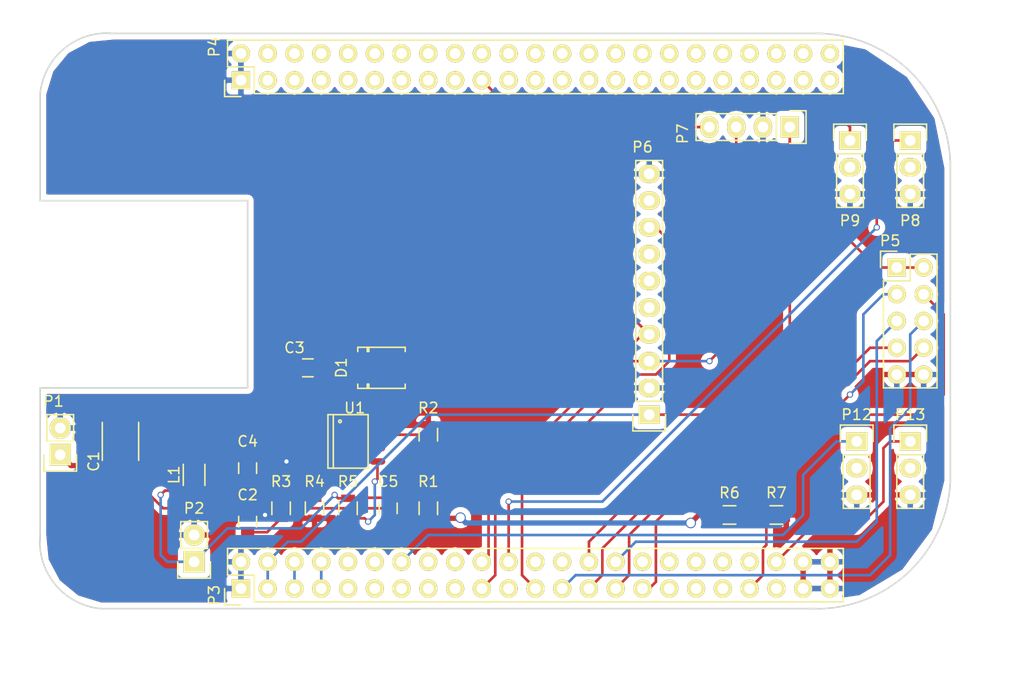
<source format=kicad_pcb>
(kicad_pcb (version 4) (host pcbnew 4.0.3-1.fc24-product)

  (general
    (links 68)
    (no_connects 0)
    (area 25.293328 25.293328 111.835001 80.100866)
    (thickness 1.6)
    (drawings 13)
    (tracks 198)
    (zones 0)
    (modules 26)
    (nets 101)
  )

  (page A4)
  (layers
    (0 F.Cu signal)
    (31 B.Cu signal)
    (32 B.Adhes user)
    (33 F.Adhes user)
    (34 B.Paste user)
    (35 F.Paste user)
    (36 B.SilkS user)
    (37 F.SilkS user)
    (38 B.Mask user)
    (39 F.Mask user)
    (40 Dwgs.User user)
    (41 Cmts.User user)
    (42 Eco1.User user)
    (43 Eco2.User user)
    (44 Edge.Cuts user)
    (45 Margin user)
    (46 B.CrtYd user)
    (47 F.CrtYd user)
    (48 B.Fab user)
    (49 F.Fab user)
  )

  (setup
    (last_trace_width 0.25)
    (trace_clearance 0.25)
    (zone_clearance 0.508)
    (zone_45_only no)
    (trace_min 0.25)
    (segment_width 0.2)
    (edge_width 0.15)
    (via_size 0.6)
    (via_drill 0.4)
    (via_min_size 0.4)
    (via_min_drill 0.3)
    (uvia_size 0.3)
    (uvia_drill 0.1)
    (uvias_allowed no)
    (uvia_min_size 0.2)
    (uvia_min_drill 0.1)
    (pcb_text_width 0.3)
    (pcb_text_size 1.5 1.5)
    (mod_edge_width 0.15)
    (mod_text_size 1 1)
    (mod_text_width 0.15)
    (pad_size 1.524 1.524)
    (pad_drill 0.762)
    (pad_to_mask_clearance 0.2)
    (aux_axis_origin 0 0)
    (visible_elements FFFFFF7F)
    (pcbplotparams
      (layerselection 0x00030_80000001)
      (usegerberextensions false)
      (excludeedgelayer true)
      (linewidth 0.100000)
      (plotframeref false)
      (viasonmask false)
      (mode 1)
      (useauxorigin false)
      (hpglpennumber 1)
      (hpglpenspeed 20)
      (hpglpendiameter 15)
      (hpglpenoverlay 2)
      (psnegative false)
      (psa4output false)
      (plotreference true)
      (plotvalue true)
      (plotinvisibletext false)
      (padsonsilk false)
      (subtractmaskfromsilk false)
      (outputformat 1)
      (mirror false)
      (drillshape 0)
      (scaleselection 1)
      (outputdirectory output/))
  )

  (net 0 "")
  (net 1 GND)
  (net 2 "Net-(C2-Pad1)")
  (net 3 "Net-(C3-Pad1)")
  (net 4 "Net-(C3-Pad2)")
  (net 5 "Net-(C4-Pad1)")
  (net 6 "Net-(C5-Pad1)")
  (net 7 "Net-(L1-Pad2)")
  (net 8 /interface/VDD_3V3)
  (net 9 /interface/VDD_5V)
  (net 10 /interface/SYS_5V)
  (net 11 /interface/PWR_BUT)
  (net 12 /interface/SYS_RESETN)
  (net 13 /interface/UART4_RXD)
  (net 14 /interface/GPIO_60)
  (net 15 /interface/UART4_TXD)
  (net 16 /interface/EHRPWM1A)
  (net 17 /interface/GPI0_48)
  (net 18 /interface/EHRPWM1B)
  (net 19 /interface/SPI0_CS0)
  (net 20 /interface/SPI0_D1)
  (net 21 /interface/I2C2_SCL)
  (net 22 /interface/I2C2_SDA)
  (net 23 /interface/SPI0_DO)
  (net 24 /interface/EHRPWM0A)
  (net 25 /interface/GPIO_49)
  (net 26 /interface/UART1_TXD)
  (net 27 /interface/GPIO_117)
  (net 28 /interface/UART1_RXD)
  (net 29 /interface/GPIO_115)
  (net 30 /interface/SPI1_CS0)
  (net 31 /interface/SPI1_DO)
  (net 32 /interface/SPI1_DI)
  (net 33 /interface/SPI1_SCLK)
  (net 34 /interface/VDD_ADC)
  (net 35 /interface/AIN4)
  (net 36 /interface/GNDA_ADC)
  (net 37 /interface/AIN6)
  (net 38 /interface/AIN5)
  (net 39 /interface/AIN2)
  (net 40 /interface/AIN3)
  (net 41 /interface/AIN0)
  (net 42 /interface/AIN1)
  (net 43 /interface/GPIO_20)
  (net 44 /interface/ECAPPWM0)
  (net 45 /interface/MMC1_DATA6)
  (net 46 /interface/MMC1_DAT7)
  (net 47 /interface/MMC1_DATA2)
  (net 48 /interface/MMC1_DAT3)
  (net 49 /interface/GPIO_66)
  (net 50 /interface/GPIO_67)
  (net 51 /interface/GPIO_69)
  (net 52 /interface/GPIO_68)
  (net 53 /interface/GPIO_45)
  (net 54 /interface/GPIO_44)
  (net 55 /interface/EHPRWM2B)
  (net 56 /interface/GPIO_47)
  (net 57 /interface/GPIO_46)
  (net 58 /interface/GPIO_27)
  (net 59 /interface/GPIO_65)
  (net 60 /interface/EHRPWM2A)
  (net 61 /interface/MMC1_CMD)
  (net 62 /interface/MMC1_CLK)
  (net 63 /interface/MMC1_DAT5)
  (net 64 /interface/MMC1_DATA4)
  (net 65 /interface/MMC1_DAT1)
  (net 66 /interface/MMC1_DATA0)
  (net 67 /interface/GPIO_61)
  (net 68 /interface/LCD_VSYNC)
  (net 69 /interface/LCD_PLCK)
  (net 70 /interface/LCD_HSYNC)
  (net 71 /interface/LCD_AC_BIAS)
  (net 72 /interface/LCD_DATA14)
  (net 73 /interface/LCD_DATA15)
  (net 74 /interface/LCD_DATA13)
  (net 75 /interface/LCD_DATA11)
  (net 76 /interface/LCD_DATA12)
  (net 77 /interface/LCD_DATA10)
  (net 78 /interface/LCD_DATA8)
  (net 79 /interface/LCD_DATA9)
  (net 80 /interface/LCD_DATA6)
  (net 81 /interface/LCD_DATA7)
  (net 82 /interface/LCD_DATA4)
  (net 83 /interface/LCD_DATA5)
  (net 84 /interface/LCD_DATA2)
  (net 85 /interface/LCD_DATA3)
  (net 86 /interface/LCD_DATA0)
  (net 87 /interface/LCD_DATA1)
  (net 88 /interface/EDA)
  (net 89 /interface/ECL)
  (net 90 "Net-(P8-Pad2)")
  (net 91 "Net-(P9-Pad2)")
  (net 92 "Net-(P12-Pad2)")
  (net 93 "Net-(P13-Pad2)")
  (net 94 "Net-(R1-Pad2)")
  (net 95 "Net-(R4-Pad1)")
  (net 96 "Net-(U1-Pad8)")
  (net 97 /interface/ADO)
  (net 98 /interface/NCS)
  (net 99 /interface/GPIO_26)
  (net 100 +24V)

  (net_class Default "This is the default net class."
    (clearance 0.25)
    (trace_width 0.25)
    (via_dia 0.6)
    (via_drill 0.4)
    (uvia_dia 0.3)
    (uvia_drill 0.1)
    (add_net /interface/ADO)
    (add_net /interface/AIN0)
    (add_net /interface/AIN1)
    (add_net /interface/AIN2)
    (add_net /interface/AIN3)
    (add_net /interface/AIN4)
    (add_net /interface/AIN5)
    (add_net /interface/AIN6)
    (add_net /interface/ECAPPWM0)
    (add_net /interface/ECL)
    (add_net /interface/EDA)
    (add_net /interface/EHPRWM2B)
    (add_net /interface/EHRPWM0A)
    (add_net /interface/EHRPWM1A)
    (add_net /interface/EHRPWM1B)
    (add_net /interface/EHRPWM2A)
    (add_net /interface/GNDA_ADC)
    (add_net /interface/GPI0_48)
    (add_net /interface/GPIO_115)
    (add_net /interface/GPIO_117)
    (add_net /interface/GPIO_20)
    (add_net /interface/GPIO_26)
    (add_net /interface/GPIO_27)
    (add_net /interface/GPIO_44)
    (add_net /interface/GPIO_45)
    (add_net /interface/GPIO_46)
    (add_net /interface/GPIO_47)
    (add_net /interface/GPIO_49)
    (add_net /interface/GPIO_60)
    (add_net /interface/GPIO_61)
    (add_net /interface/GPIO_65)
    (add_net /interface/GPIO_66)
    (add_net /interface/GPIO_67)
    (add_net /interface/GPIO_68)
    (add_net /interface/GPIO_69)
    (add_net /interface/I2C2_SCL)
    (add_net /interface/I2C2_SDA)
    (add_net /interface/LCD_AC_BIAS)
    (add_net /interface/LCD_DATA0)
    (add_net /interface/LCD_DATA1)
    (add_net /interface/LCD_DATA10)
    (add_net /interface/LCD_DATA11)
    (add_net /interface/LCD_DATA12)
    (add_net /interface/LCD_DATA13)
    (add_net /interface/LCD_DATA14)
    (add_net /interface/LCD_DATA15)
    (add_net /interface/LCD_DATA2)
    (add_net /interface/LCD_DATA3)
    (add_net /interface/LCD_DATA4)
    (add_net /interface/LCD_DATA5)
    (add_net /interface/LCD_DATA6)
    (add_net /interface/LCD_DATA7)
    (add_net /interface/LCD_DATA8)
    (add_net /interface/LCD_DATA9)
    (add_net /interface/LCD_HSYNC)
    (add_net /interface/LCD_PLCK)
    (add_net /interface/LCD_VSYNC)
    (add_net /interface/MMC1_CLK)
    (add_net /interface/MMC1_CMD)
    (add_net /interface/MMC1_DAT1)
    (add_net /interface/MMC1_DAT3)
    (add_net /interface/MMC1_DAT5)
    (add_net /interface/MMC1_DAT7)
    (add_net /interface/MMC1_DATA0)
    (add_net /interface/MMC1_DATA2)
    (add_net /interface/MMC1_DATA4)
    (add_net /interface/MMC1_DATA6)
    (add_net /interface/NCS)
    (add_net /interface/PWR_BUT)
    (add_net /interface/SPI0_CS0)
    (add_net /interface/SPI0_D1)
    (add_net /interface/SPI0_DO)
    (add_net /interface/SPI1_CS0)
    (add_net /interface/SPI1_DI)
    (add_net /interface/SPI1_DO)
    (add_net /interface/SPI1_SCLK)
    (add_net /interface/SYS_5V)
    (add_net /interface/SYS_RESETN)
    (add_net /interface/UART1_RXD)
    (add_net /interface/UART1_TXD)
    (add_net /interface/UART4_RXD)
    (add_net /interface/UART4_TXD)
    (add_net /interface/VDD_3V3)
    (add_net /interface/VDD_5V)
    (add_net /interface/VDD_ADC)
    (add_net GND)
    (add_net "Net-(C2-Pad1)")
    (add_net "Net-(C3-Pad1)")
    (add_net "Net-(C3-Pad2)")
    (add_net "Net-(C4-Pad1)")
    (add_net "Net-(C5-Pad1)")
    (add_net "Net-(L1-Pad2)")
    (add_net "Net-(P12-Pad2)")
    (add_net "Net-(P13-Pad2)")
    (add_net "Net-(P8-Pad2)")
    (add_net "Net-(P9-Pad2)")
    (add_net "Net-(R1-Pad2)")
    (add_net "Net-(R4-Pad1)")
    (add_net "Net-(U1-Pad8)")
  )

  (net_class 24v ""
    (clearance 0.25)
    (trace_width 0.5)
    (via_dia 1)
    (via_drill 0.8)
    (uvia_dia 0.6)
    (uvia_drill 0.3)
    (add_net +24V)
  )

  (module Capacitors_SMD:C_1812 (layer F.Cu) (tedit 5846B59D) (tstamp 57B32C77)
    (at 33.02 64.135 90)
    (descr "Capacitor SMD 1812, reflow soldering, AVX (see smccp.pdf)")
    (tags "capacitor 1812")
    (path /570FB5F5/5718D07D)
    (attr smd)
    (fp_text reference C1 (at -1.905 -2.54 90) (layer F.SilkS)
      (effects (font (size 1 1) (thickness 0.15)))
    )
    (fp_text value 10u (at 1.27 -2.54 90) (layer F.Fab)
      (effects (font (size 1 1) (thickness 0.15)))
    )
    (fp_line (start -3.1 -1.85) (end 3.1 -1.85) (layer F.CrtYd) (width 0.05))
    (fp_line (start -3.1 1.85) (end 3.1 1.85) (layer F.CrtYd) (width 0.05))
    (fp_line (start -3.1 -1.85) (end -3.1 1.85) (layer F.CrtYd) (width 0.05))
    (fp_line (start 3.1 -1.85) (end 3.1 1.85) (layer F.CrtYd) (width 0.05))
    (fp_line (start 1.8 -1.725) (end -1.8 -1.725) (layer F.SilkS) (width 0.15))
    (fp_line (start -1.8 1.725) (end 1.8 1.725) (layer F.SilkS) (width 0.15))
    (pad 1 smd rect (at -2.3 0 90) (size 1 3) (layers F.Cu F.Paste F.Mask)
      (net 100 +24V))
    (pad 2 smd rect (at 2.3 0 90) (size 1 3) (layers F.Cu F.Paste F.Mask)
      (net 1 GND))
    (model Capacitors_SMD.3dshapes/C_1812.wrl
      (at (xyz 0 0 0))
      (scale (xyz 1 1 1))
      (rotate (xyz 0 0 0))
    )
  )

  (module Capacitors_SMD:C_0805 (layer F.Cu) (tedit 5846BE4F) (tstamp 57B32C7D)
    (at 45.085 71.755 90)
    (descr "Capacitor SMD 0805, reflow soldering, AVX (see smccp.pdf)")
    (tags "capacitor 0805")
    (path /570FB5F5/5720CFF7)
    (attr smd)
    (fp_text reference C2 (at 2.54 0 180) (layer F.SilkS)
      (effects (font (size 1 1) (thickness 0.15)))
    )
    (fp_text value 1.5n (at 0 -1.905 90) (layer F.Fab)
      (effects (font (size 1 1) (thickness 0.15)))
    )
    (fp_line (start -1.8 -1) (end 1.8 -1) (layer F.CrtYd) (width 0.05))
    (fp_line (start -1.8 1) (end 1.8 1) (layer F.CrtYd) (width 0.05))
    (fp_line (start -1.8 -1) (end -1.8 1) (layer F.CrtYd) (width 0.05))
    (fp_line (start 1.8 -1) (end 1.8 1) (layer F.CrtYd) (width 0.05))
    (fp_line (start 0.5 -0.85) (end -0.5 -0.85) (layer F.SilkS) (width 0.15))
    (fp_line (start -0.5 0.85) (end 0.5 0.85) (layer F.SilkS) (width 0.15))
    (pad 1 smd rect (at -1 0 90) (size 1 1.25) (layers F.Cu F.Paste F.Mask)
      (net 2 "Net-(C2-Pad1)"))
    (pad 2 smd rect (at 1 0 90) (size 1 1.25) (layers F.Cu F.Paste F.Mask)
      (net 1 GND))
    (model Capacitors_SMD.3dshapes/C_0805.wrl
      (at (xyz 0 0 0))
      (scale (xyz 1 1 1))
      (rotate (xyz 0 0 0))
    )
  )

  (module Capacitors_SMD:C_0805 (layer F.Cu) (tedit 5846B554) (tstamp 57B32C83)
    (at 50.8 57.15)
    (descr "Capacitor SMD 0805, reflow soldering, AVX (see smccp.pdf)")
    (tags "capacitor 0805")
    (path /570FB5F5/5720B90E)
    (attr smd)
    (fp_text reference C3 (at -1.27 -1.905) (layer F.SilkS)
      (effects (font (size 1 1) (thickness 0.15)))
    )
    (fp_text value 10n (at 1.27 -1.905) (layer F.Fab)
      (effects (font (size 1 1) (thickness 0.15)))
    )
    (fp_line (start -1.8 -1) (end 1.8 -1) (layer F.CrtYd) (width 0.05))
    (fp_line (start -1.8 1) (end 1.8 1) (layer F.CrtYd) (width 0.05))
    (fp_line (start -1.8 -1) (end -1.8 1) (layer F.CrtYd) (width 0.05))
    (fp_line (start 1.8 -1) (end 1.8 1) (layer F.CrtYd) (width 0.05))
    (fp_line (start 0.5 -0.85) (end -0.5 -0.85) (layer F.SilkS) (width 0.15))
    (fp_line (start -0.5 0.85) (end 0.5 0.85) (layer F.SilkS) (width 0.15))
    (pad 1 smd rect (at -1 0) (size 1 1.25) (layers F.Cu F.Paste F.Mask)
      (net 3 "Net-(C3-Pad1)"))
    (pad 2 smd rect (at 1 0) (size 1 1.25) (layers F.Cu F.Paste F.Mask)
      (net 4 "Net-(C3-Pad2)"))
    (model Capacitors_SMD.3dshapes/C_0805.wrl
      (at (xyz 0 0 0))
      (scale (xyz 1 1 1))
      (rotate (xyz 0 0 0))
    )
  )

  (module Capacitors_SMD:C_0805 (layer F.Cu) (tedit 5846BE68) (tstamp 57B32C89)
    (at 45.085 66.675 90)
    (descr "Capacitor SMD 0805, reflow soldering, AVX (see smccp.pdf)")
    (tags "capacitor 0805")
    (path /570FB5F5/5720D4EF)
    (attr smd)
    (fp_text reference C4 (at 2.54 0 180) (layer F.SilkS)
      (effects (font (size 1 1) (thickness 0.15)))
    )
    (fp_text value 1n (at 0.635 -1.905 90) (layer F.Fab)
      (effects (font (size 1 1) (thickness 0.15)))
    )
    (fp_line (start -1.8 -1) (end 1.8 -1) (layer F.CrtYd) (width 0.05))
    (fp_line (start -1.8 1) (end 1.8 1) (layer F.CrtYd) (width 0.05))
    (fp_line (start -1.8 -1) (end -1.8 1) (layer F.CrtYd) (width 0.05))
    (fp_line (start 1.8 -1) (end 1.8 1) (layer F.CrtYd) (width 0.05))
    (fp_line (start 0.5 -0.85) (end -0.5 -0.85) (layer F.SilkS) (width 0.15))
    (fp_line (start -0.5 0.85) (end 0.5 0.85) (layer F.SilkS) (width 0.15))
    (pad 1 smd rect (at -1 0 90) (size 1 1.25) (layers F.Cu F.Paste F.Mask)
      (net 5 "Net-(C4-Pad1)"))
    (pad 2 smd rect (at 1 0 90) (size 1 1.25) (layers F.Cu F.Paste F.Mask)
      (net 1 GND))
    (model Capacitors_SMD.3dshapes/C_0805.wrl
      (at (xyz 0 0 0))
      (scale (xyz 1 1 1))
      (rotate (xyz 0 0 0))
    )
  )

  (module Capacitors_SMD:C_0805 (layer F.Cu) (tedit 5846BEB3) (tstamp 57B32C8F)
    (at 58.42 70.485 270)
    (descr "Capacitor SMD 0805, reflow soldering, AVX (see smccp.pdf)")
    (tags "capacitor 0805")
    (path /570FB5F5/5720D563)
    (attr smd)
    (fp_text reference C5 (at -2.54 0 360) (layer F.SilkS)
      (effects (font (size 1 1) (thickness 0.15)))
    )
    (fp_text value 22u (at 2.54 -0.635 360) (layer F.Fab)
      (effects (font (size 1 1) (thickness 0.15)))
    )
    (fp_line (start -1.8 -1) (end 1.8 -1) (layer F.CrtYd) (width 0.05))
    (fp_line (start -1.8 1) (end 1.8 1) (layer F.CrtYd) (width 0.05))
    (fp_line (start -1.8 -1) (end -1.8 1) (layer F.CrtYd) (width 0.05))
    (fp_line (start 1.8 -1) (end 1.8 1) (layer F.CrtYd) (width 0.05))
    (fp_line (start 0.5 -0.85) (end -0.5 -0.85) (layer F.SilkS) (width 0.15))
    (fp_line (start -0.5 0.85) (end 0.5 0.85) (layer F.SilkS) (width 0.15))
    (pad 1 smd rect (at -1 0 270) (size 1 1.25) (layers F.Cu F.Paste F.Mask)
      (net 6 "Net-(C5-Pad1)"))
    (pad 2 smd rect (at 1 0 270) (size 1 1.25) (layers F.Cu F.Paste F.Mask)
      (net 1 GND))
    (model Capacitors_SMD.3dshapes/C_0805.wrl
      (at (xyz 0 0 0))
      (scale (xyz 1 1 1))
      (rotate (xyz 0 0 0))
    )
  )

  (module Diodes_SMD:DO-214BA (layer F.Cu) (tedit 5846B565) (tstamp 57B32C95)
    (at 57.785 57.15)
    (descr "Microsemi LSM115J")
    (tags "DO-214BA diode")
    (path /570FB5F5/5720CC1C)
    (attr smd)
    (fp_text reference D1 (at -3.81 0 90) (layer F.SilkS)
      (effects (font (size 1 1) (thickness 0.15)))
    )
    (fp_text value B230A (at 0 3) (layer F.Fab) hide
      (effects (font (size 1 1) (thickness 0.15)))
    )
    (fp_line (start -3 -2.25) (end 3 -2.25) (layer F.CrtYd) (width 0.05))
    (fp_line (start 3 -2.25) (end 3 2.25) (layer F.CrtYd) (width 0.05))
    (fp_line (start 3 2.25) (end -3 2.25) (layer F.CrtYd) (width 0.05))
    (fp_line (start -3 2.25) (end -3 -2.25) (layer F.CrtYd) (width 0.05))
    (fp_line (start -2.25 -1.95) (end -2.25 -1.55) (layer F.SilkS) (width 0.15))
    (fp_line (start -2.25 1.95) (end -2.25 1.55) (layer F.SilkS) (width 0.15))
    (fp_line (start 2.25 1.95) (end 2.25 1.55) (layer F.SilkS) (width 0.15))
    (fp_line (start 2.25 -1.95) (end 2.25 -1.55) (layer F.SilkS) (width 0.15))
    (fp_line (start -1.35 1.95) (end -1.35 1.55) (layer F.SilkS) (width 0.15))
    (fp_line (start -1.35 1.55) (end -1.2 1.55) (layer F.SilkS) (width 0.15))
    (fp_line (start -1.2 1.55) (end -1.2 1.95) (layer F.SilkS) (width 0.15))
    (fp_line (start -1.35 -1.95) (end -1.35 -1.55) (layer F.SilkS) (width 0.15))
    (fp_line (start -1.35 -1.55) (end -1.2 -1.55) (layer F.SilkS) (width 0.15))
    (fp_line (start -1.2 -1.55) (end -1.2 -1.95) (layer F.SilkS) (width 0.15))
    (fp_line (start -2.25 -1.95) (end 2.25 -1.95) (layer F.SilkS) (width 0.15))
    (fp_line (start 2.25 1.95) (end -2.25 1.95) (layer F.SilkS) (width 0.15))
    (pad 2 smd rect (at 1.7 0) (size 2 2.5) (layers F.Cu F.Paste F.Mask)
      (net 1 GND))
    (pad 1 smd rect (at -1.7 0) (size 2 2.5) (layers F.Cu F.Paste F.Mask)
      (net 3 "Net-(C3-Pad1)"))
  )

  (module Capacitors_SMD:C_1206 (layer F.Cu) (tedit 5846BDAE) (tstamp 57B32C9B)
    (at 40.005 67.31 90)
    (descr "Capacitor SMD 1206, reflow soldering, AVX (see smccp.pdf)")
    (tags "capacitor 1206")
    (path /570FB5F5/5720C81B)
    (attr smd)
    (fp_text reference L1 (at 0 -1.905 90) (layer F.SilkS)
      (effects (font (size 1 1) (thickness 0.15)))
    )
    (fp_text value 15uH (at 0 1.905 90) (layer F.Fab)
      (effects (font (size 1 1) (thickness 0.15)))
    )
    (fp_line (start -2.3 -1.15) (end 2.3 -1.15) (layer F.CrtYd) (width 0.05))
    (fp_line (start -2.3 1.15) (end 2.3 1.15) (layer F.CrtYd) (width 0.05))
    (fp_line (start -2.3 -1.15) (end -2.3 1.15) (layer F.CrtYd) (width 0.05))
    (fp_line (start 2.3 -1.15) (end 2.3 1.15) (layer F.CrtYd) (width 0.05))
    (fp_line (start 1 -1.025) (end -1 -1.025) (layer F.SilkS) (width 0.15))
    (fp_line (start -1 1.025) (end 1 1.025) (layer F.SilkS) (width 0.15))
    (pad 1 smd rect (at -1.5 0 90) (size 1 1.6) (layers F.Cu F.Paste F.Mask)
      (net 6 "Net-(C5-Pad1)"))
    (pad 2 smd rect (at 1.5 0 90) (size 1 1.6) (layers F.Cu F.Paste F.Mask)
      (net 7 "Net-(L1-Pad2)"))
    (model Capacitors_SMD.3dshapes/C_1206.wrl
      (at (xyz 0 0 0))
      (scale (xyz 1 1 1))
      (rotate (xyz 0 0 0))
    )
  )

  (module Pin_Headers:Pin_Header_Straight_1x02 (layer F.Cu) (tedit 5800EF6E) (tstamp 57B32CA1)
    (at 27.305 65.405 180)
    (descr "Through hole pin header")
    (tags "pin header")
    (path /570FB5F5/570FB603)
    (fp_text reference P1 (at 0.635 5.08 180) (layer F.SilkS)
      (effects (font (size 1 1) (thickness 0.15)))
    )
    (fp_text value CONN_01X02 (at 0 -3.1 180) (layer F.Fab) hide
      (effects (font (size 1 1) (thickness 0.15)))
    )
    (fp_line (start 1.27 1.27) (end 1.27 3.81) (layer F.SilkS) (width 0.15))
    (fp_line (start 1.55 -1.55) (end 1.55 0) (layer F.SilkS) (width 0.15))
    (fp_line (start -1.75 -1.75) (end -1.75 4.3) (layer F.CrtYd) (width 0.05))
    (fp_line (start 1.75 -1.75) (end 1.75 4.3) (layer F.CrtYd) (width 0.05))
    (fp_line (start -1.75 -1.75) (end 1.75 -1.75) (layer F.CrtYd) (width 0.05))
    (fp_line (start -1.75 4.3) (end 1.75 4.3) (layer F.CrtYd) (width 0.05))
    (fp_line (start 1.27 1.27) (end -1.27 1.27) (layer F.SilkS) (width 0.15))
    (fp_line (start -1.55 0) (end -1.55 -1.55) (layer F.SilkS) (width 0.15))
    (fp_line (start -1.55 -1.55) (end 1.55 -1.55) (layer F.SilkS) (width 0.15))
    (fp_line (start -1.27 1.27) (end -1.27 3.81) (layer F.SilkS) (width 0.15))
    (fp_line (start -1.27 3.81) (end 1.27 3.81) (layer F.SilkS) (width 0.15))
    (pad 1 thru_hole rect (at 0 0 180) (size 2.032 2.032) (drill 1.016) (layers *.Cu *.Mask F.SilkS)
      (net 100 +24V))
    (pad 2 thru_hole oval (at 0 2.54 180) (size 2.032 2.032) (drill 1.016) (layers *.Cu *.Mask F.SilkS)
      (net 1 GND))
    (model Pin_Headers.3dshapes/Pin_Header_Straight_1x02.wrl
      (at (xyz 0 -0.05 0))
      (scale (xyz 1 1 1))
      (rotate (xyz 0 0 90))
    )
  )

  (module Pin_Headers:Pin_Header_Straight_1x02 (layer F.Cu) (tedit 5846C294) (tstamp 57B32CA7)
    (at 40.005 75.565 180)
    (descr "Through hole pin header")
    (tags "pin header")
    (path /570FB5F5/57B25287)
    (fp_text reference P2 (at 0 5.08 360) (layer F.SilkS)
      (effects (font (size 1 1) (thickness 0.15)))
    )
    (fp_text value CONN_1x2 (at 0 -3.1 180) (layer F.Fab) hide
      (effects (font (size 1 1) (thickness 0.15)))
    )
    (fp_line (start 1.27 1.27) (end 1.27 3.81) (layer F.SilkS) (width 0.15))
    (fp_line (start 1.55 -1.55) (end 1.55 0) (layer F.SilkS) (width 0.15))
    (fp_line (start -1.75 -1.75) (end -1.75 4.3) (layer F.CrtYd) (width 0.05))
    (fp_line (start 1.75 -1.75) (end 1.75 4.3) (layer F.CrtYd) (width 0.05))
    (fp_line (start -1.75 -1.75) (end 1.75 -1.75) (layer F.CrtYd) (width 0.05))
    (fp_line (start -1.75 4.3) (end 1.75 4.3) (layer F.CrtYd) (width 0.05))
    (fp_line (start 1.27 1.27) (end -1.27 1.27) (layer F.SilkS) (width 0.15))
    (fp_line (start -1.55 0) (end -1.55 -1.55) (layer F.SilkS) (width 0.15))
    (fp_line (start -1.55 -1.55) (end 1.55 -1.55) (layer F.SilkS) (width 0.15))
    (fp_line (start -1.27 1.27) (end -1.27 3.81) (layer F.SilkS) (width 0.15))
    (fp_line (start -1.27 3.81) (end 1.27 3.81) (layer F.SilkS) (width 0.15))
    (pad 1 thru_hole rect (at 0 0 180) (size 2.032 2.032) (drill 1.016) (layers *.Cu *.Mask F.SilkS)
      (net 6 "Net-(C5-Pad1)"))
    (pad 2 thru_hole oval (at 0 2.54 180) (size 2.032 2.032) (drill 1.016) (layers *.Cu *.Mask F.SilkS)
      (net 1 GND))
    (model Pin_Headers.3dshapes/Pin_Header_Straight_1x02.wrl
      (at (xyz 0 -0.05 0))
      (scale (xyz 1 1 1))
      (rotate (xyz 0 0 90))
    )
  )

  (module Pin_Headers:Pin_Header_Straight_2x23 (layer F.Cu) (tedit 57EE444C) (tstamp 57B32CD9)
    (at 44.45 78.105 90)
    (descr "Through hole pin header")
    (tags "pin header")
    (path /570FB5F8/570FB9E3)
    (fp_text reference P3 (at -0.635 -2.54 90) (layer F.SilkS)
      (effects (font (size 1 1) (thickness 0.15)))
    )
    (fp_text value CONN_02X23 (at 0 -3.1 90) (layer F.Fab) hide
      (effects (font (size 1 1) (thickness 0.15)))
    )
    (fp_line (start -1.75 -1.75) (end -1.75 57.65) (layer F.CrtYd) (width 0.05))
    (fp_line (start 4.3 -1.75) (end 4.3 57.65) (layer F.CrtYd) (width 0.05))
    (fp_line (start -1.75 -1.75) (end 4.3 -1.75) (layer F.CrtYd) (width 0.05))
    (fp_line (start -1.75 57.65) (end 4.3 57.65) (layer F.CrtYd) (width 0.05))
    (fp_line (start 3.81 57.15) (end 3.81 -1.27) (layer F.SilkS) (width 0.15))
    (fp_line (start -1.27 57.15) (end -1.27 1.27) (layer F.SilkS) (width 0.15))
    (fp_line (start 3.81 57.15) (end -1.27 57.15) (layer F.SilkS) (width 0.15))
    (fp_line (start 3.81 -1.27) (end 1.27 -1.27) (layer F.SilkS) (width 0.15))
    (fp_line (start 0 -1.55) (end -1.55 -1.55) (layer F.SilkS) (width 0.15))
    (fp_line (start 1.27 -1.27) (end 1.27 1.27) (layer F.SilkS) (width 0.15))
    (fp_line (start 1.27 1.27) (end -1.27 1.27) (layer F.SilkS) (width 0.15))
    (fp_line (start -1.55 -1.55) (end -1.55 0) (layer F.SilkS) (width 0.15))
    (pad 1 thru_hole rect (at 0 0 90) (size 1.7272 1.7272) (drill 1.016) (layers *.Cu *.Mask F.SilkS)
      (net 1 GND))
    (pad 2 thru_hole oval (at 2.54 0 90) (size 1.7272 1.7272) (drill 1.016) (layers *.Cu *.Mask F.SilkS)
      (net 1 GND))
    (pad 3 thru_hole oval (at 0 2.54 90) (size 1.7272 1.7272) (drill 1.016) (layers *.Cu *.Mask F.SilkS)
      (net 8 /interface/VDD_3V3))
    (pad 4 thru_hole oval (at 2.54 2.54 90) (size 1.7272 1.7272) (drill 1.016) (layers *.Cu *.Mask F.SilkS)
      (net 8 /interface/VDD_3V3))
    (pad 5 thru_hole oval (at 0 5.08 90) (size 1.7272 1.7272) (drill 1.016) (layers *.Cu *.Mask F.SilkS)
      (net 9 /interface/VDD_5V))
    (pad 6 thru_hole oval (at 2.54 5.08 90) (size 1.7272 1.7272) (drill 1.016) (layers *.Cu *.Mask F.SilkS)
      (net 9 /interface/VDD_5V))
    (pad 7 thru_hole oval (at 0 7.62 90) (size 1.7272 1.7272) (drill 1.016) (layers *.Cu *.Mask F.SilkS)
      (net 10 /interface/SYS_5V))
    (pad 8 thru_hole oval (at 2.54 7.62 90) (size 1.7272 1.7272) (drill 1.016) (layers *.Cu *.Mask F.SilkS)
      (net 10 /interface/SYS_5V))
    (pad 9 thru_hole oval (at 0 10.16 90) (size 1.7272 1.7272) (drill 1.016) (layers *.Cu *.Mask F.SilkS)
      (net 11 /interface/PWR_BUT))
    (pad 10 thru_hole oval (at 2.54 10.16 90) (size 1.7272 1.7272) (drill 1.016) (layers *.Cu *.Mask F.SilkS)
      (net 12 /interface/SYS_RESETN))
    (pad 11 thru_hole oval (at 0 12.7 90) (size 1.7272 1.7272) (drill 1.016) (layers *.Cu *.Mask F.SilkS)
      (net 13 /interface/UART4_RXD))
    (pad 12 thru_hole oval (at 2.54 12.7 90) (size 1.7272 1.7272) (drill 1.016) (layers *.Cu *.Mask F.SilkS)
      (net 14 /interface/GPIO_60))
    (pad 13 thru_hole oval (at 0 15.24 90) (size 1.7272 1.7272) (drill 1.016) (layers *.Cu *.Mask F.SilkS)
      (net 15 /interface/UART4_TXD))
    (pad 14 thru_hole oval (at 2.54 15.24 90) (size 1.7272 1.7272) (drill 1.016) (layers *.Cu *.Mask F.SilkS)
      (net 16 /interface/EHRPWM1A))
    (pad 15 thru_hole oval (at 0 17.78 90) (size 1.7272 1.7272) (drill 1.016) (layers *.Cu *.Mask F.SilkS)
      (net 17 /interface/GPI0_48))
    (pad 16 thru_hole oval (at 2.54 17.78 90) (size 1.7272 1.7272) (drill 1.016) (layers *.Cu *.Mask F.SilkS)
      (net 18 /interface/EHRPWM1B))
    (pad 17 thru_hole oval (at 0 20.32 90) (size 1.7272 1.7272) (drill 1.016) (layers *.Cu *.Mask F.SilkS)
      (net 19 /interface/SPI0_CS0))
    (pad 18 thru_hole oval (at 2.54 20.32 90) (size 1.7272 1.7272) (drill 1.016) (layers *.Cu *.Mask F.SilkS)
      (net 20 /interface/SPI0_D1))
    (pad 19 thru_hole oval (at 0 22.86 90) (size 1.7272 1.7272) (drill 1.016) (layers *.Cu *.Mask F.SilkS)
      (net 21 /interface/I2C2_SCL))
    (pad 20 thru_hole oval (at 2.54 22.86 90) (size 1.7272 1.7272) (drill 1.016) (layers *.Cu *.Mask F.SilkS)
      (net 22 /interface/I2C2_SDA))
    (pad 21 thru_hole oval (at 0 25.4 90) (size 1.7272 1.7272) (drill 1.016) (layers *.Cu *.Mask F.SilkS)
      (net 23 /interface/SPI0_DO))
    (pad 22 thru_hole oval (at 2.54 25.4 90) (size 1.7272 1.7272) (drill 1.016) (layers *.Cu *.Mask F.SilkS)
      (net 24 /interface/EHRPWM0A))
    (pad 23 thru_hole oval (at 0 27.94 90) (size 1.7272 1.7272) (drill 1.016) (layers *.Cu *.Mask F.SilkS)
      (net 25 /interface/GPIO_49))
    (pad 24 thru_hole oval (at 2.54 27.94 90) (size 1.7272 1.7272) (drill 1.016) (layers *.Cu *.Mask F.SilkS)
      (net 26 /interface/UART1_TXD))
    (pad 25 thru_hole oval (at 0 30.48 90) (size 1.7272 1.7272) (drill 1.016) (layers *.Cu *.Mask F.SilkS)
      (net 27 /interface/GPIO_117))
    (pad 26 thru_hole oval (at 2.54 30.48 90) (size 1.7272 1.7272) (drill 1.016) (layers *.Cu *.Mask F.SilkS)
      (net 28 /interface/UART1_RXD))
    (pad 27 thru_hole oval (at 0 33.02 90) (size 1.7272 1.7272) (drill 1.016) (layers *.Cu *.Mask F.SilkS)
      (net 29 /interface/GPIO_115))
    (pad 28 thru_hole oval (at 2.54 33.02 90) (size 1.7272 1.7272) (drill 1.016) (layers *.Cu *.Mask F.SilkS)
      (net 30 /interface/SPI1_CS0))
    (pad 29 thru_hole oval (at 0 35.56 90) (size 1.7272 1.7272) (drill 1.016) (layers *.Cu *.Mask F.SilkS)
      (net 31 /interface/SPI1_DO))
    (pad 30 thru_hole oval (at 2.54 35.56 90) (size 1.7272 1.7272) (drill 1.016) (layers *.Cu *.Mask F.SilkS)
      (net 32 /interface/SPI1_DI))
    (pad 31 thru_hole oval (at 0 38.1 90) (size 1.7272 1.7272) (drill 1.016) (layers *.Cu *.Mask F.SilkS)
      (net 33 /interface/SPI1_SCLK))
    (pad 32 thru_hole oval (at 2.54 38.1 90) (size 1.7272 1.7272) (drill 1.016) (layers *.Cu *.Mask F.SilkS)
      (net 34 /interface/VDD_ADC))
    (pad 33 thru_hole oval (at 0 40.64 90) (size 1.7272 1.7272) (drill 1.016) (layers *.Cu *.Mask F.SilkS)
      (net 35 /interface/AIN4))
    (pad 34 thru_hole oval (at 2.54 40.64 90) (size 1.7272 1.7272) (drill 1.016) (layers *.Cu *.Mask F.SilkS)
      (net 36 /interface/GNDA_ADC))
    (pad 35 thru_hole oval (at 0 43.18 90) (size 1.7272 1.7272) (drill 1.016) (layers *.Cu *.Mask F.SilkS)
      (net 37 /interface/AIN6))
    (pad 36 thru_hole oval (at 2.54 43.18 90) (size 1.7272 1.7272) (drill 1.016) (layers *.Cu *.Mask F.SilkS)
      (net 38 /interface/AIN5))
    (pad 37 thru_hole oval (at 0 45.72 90) (size 1.7272 1.7272) (drill 1.016) (layers *.Cu *.Mask F.SilkS)
      (net 39 /interface/AIN2))
    (pad 38 thru_hole oval (at 2.54 45.72 90) (size 1.7272 1.7272) (drill 1.016) (layers *.Cu *.Mask F.SilkS)
      (net 40 /interface/AIN3))
    (pad 39 thru_hole oval (at 0 48.26 90) (size 1.7272 1.7272) (drill 1.016) (layers *.Cu *.Mask F.SilkS)
      (net 41 /interface/AIN0))
    (pad 40 thru_hole oval (at 2.54 48.26 90) (size 1.7272 1.7272) (drill 1.016) (layers *.Cu *.Mask F.SilkS)
      (net 42 /interface/AIN1))
    (pad 41 thru_hole oval (at 0 50.8 90) (size 1.7272 1.7272) (drill 1.016) (layers *.Cu *.Mask F.SilkS)
      (net 43 /interface/GPIO_20))
    (pad 42 thru_hole oval (at 2.54 50.8 90) (size 1.7272 1.7272) (drill 1.016) (layers *.Cu *.Mask F.SilkS)
      (net 44 /interface/ECAPPWM0))
    (pad 43 thru_hole oval (at 0 53.34 90) (size 1.7272 1.7272) (drill 1.016) (layers *.Cu *.Mask F.SilkS)
      (net 1 GND))
    (pad 44 thru_hole oval (at 2.54 53.34 90) (size 1.7272 1.7272) (drill 1.016) (layers *.Cu *.Mask F.SilkS)
      (net 1 GND))
    (pad 45 thru_hole oval (at 0 55.88 90) (size 1.7272 1.7272) (drill 1.016) (layers *.Cu *.Mask F.SilkS)
      (net 1 GND))
    (pad 46 thru_hole oval (at 2.54 55.88 90) (size 1.7272 1.7272) (drill 1.016) (layers *.Cu *.Mask F.SilkS)
      (net 1 GND))
    (model Pin_Headers.3dshapes/Pin_Header_Straight_2x23.wrl
      (at (xyz 0.05 -1.1 0))
      (scale (xyz 1 1 1))
      (rotate (xyz 0 0 90))
    )
  )

  (module Pin_Headers:Pin_Header_Straight_2x23 (layer F.Cu) (tedit 57EE4467) (tstamp 57B32D0B)
    (at 44.45 29.845 90)
    (descr "Through hole pin header")
    (tags "pin header")
    (path /570FB5F8/570FC935)
    (fp_text reference P4 (at 3.175 -2.54 90) (layer F.SilkS)
      (effects (font (size 1 1) (thickness 0.15)))
    )
    (fp_text value CONN_02X23 (at 0 -3.1 90) (layer F.Fab) hide
      (effects (font (size 1 1) (thickness 0.15)))
    )
    (fp_line (start -1.75 -1.75) (end -1.75 57.65) (layer F.CrtYd) (width 0.05))
    (fp_line (start 4.3 -1.75) (end 4.3 57.65) (layer F.CrtYd) (width 0.05))
    (fp_line (start -1.75 -1.75) (end 4.3 -1.75) (layer F.CrtYd) (width 0.05))
    (fp_line (start -1.75 57.65) (end 4.3 57.65) (layer F.CrtYd) (width 0.05))
    (fp_line (start 3.81 57.15) (end 3.81 -1.27) (layer F.SilkS) (width 0.15))
    (fp_line (start -1.27 57.15) (end -1.27 1.27) (layer F.SilkS) (width 0.15))
    (fp_line (start 3.81 57.15) (end -1.27 57.15) (layer F.SilkS) (width 0.15))
    (fp_line (start 3.81 -1.27) (end 1.27 -1.27) (layer F.SilkS) (width 0.15))
    (fp_line (start 0 -1.55) (end -1.55 -1.55) (layer F.SilkS) (width 0.15))
    (fp_line (start 1.27 -1.27) (end 1.27 1.27) (layer F.SilkS) (width 0.15))
    (fp_line (start 1.27 1.27) (end -1.27 1.27) (layer F.SilkS) (width 0.15))
    (fp_line (start -1.55 -1.55) (end -1.55 0) (layer F.SilkS) (width 0.15))
    (pad 1 thru_hole rect (at 0 0 90) (size 1.7272 1.7272) (drill 1.016) (layers *.Cu *.Mask F.SilkS)
      (net 1 GND))
    (pad 2 thru_hole oval (at 2.54 0 90) (size 1.7272 1.7272) (drill 1.016) (layers *.Cu *.Mask F.SilkS)
      (net 1 GND))
    (pad 3 thru_hole oval (at 0 2.54 90) (size 1.7272 1.7272) (drill 1.016) (layers *.Cu *.Mask F.SilkS)
      (net 45 /interface/MMC1_DATA6))
    (pad 4 thru_hole oval (at 2.54 2.54 90) (size 1.7272 1.7272) (drill 1.016) (layers *.Cu *.Mask F.SilkS)
      (net 46 /interface/MMC1_DAT7))
    (pad 5 thru_hole oval (at 0 5.08 90) (size 1.7272 1.7272) (drill 1.016) (layers *.Cu *.Mask F.SilkS)
      (net 47 /interface/MMC1_DATA2))
    (pad 6 thru_hole oval (at 2.54 5.08 90) (size 1.7272 1.7272) (drill 1.016) (layers *.Cu *.Mask F.SilkS)
      (net 48 /interface/MMC1_DAT3))
    (pad 7 thru_hole oval (at 0 7.62 90) (size 1.7272 1.7272) (drill 1.016) (layers *.Cu *.Mask F.SilkS)
      (net 49 /interface/GPIO_66))
    (pad 8 thru_hole oval (at 2.54 7.62 90) (size 1.7272 1.7272) (drill 1.016) (layers *.Cu *.Mask F.SilkS)
      (net 50 /interface/GPIO_67))
    (pad 9 thru_hole oval (at 0 10.16 90) (size 1.7272 1.7272) (drill 1.016) (layers *.Cu *.Mask F.SilkS)
      (net 51 /interface/GPIO_69))
    (pad 10 thru_hole oval (at 2.54 10.16 90) (size 1.7272 1.7272) (drill 1.016) (layers *.Cu *.Mask F.SilkS)
      (net 52 /interface/GPIO_68))
    (pad 11 thru_hole oval (at 0 12.7 90) (size 1.7272 1.7272) (drill 1.016) (layers *.Cu *.Mask F.SilkS)
      (net 53 /interface/GPIO_45))
    (pad 12 thru_hole oval (at 2.54 12.7 90) (size 1.7272 1.7272) (drill 1.016) (layers *.Cu *.Mask F.SilkS)
      (net 54 /interface/GPIO_44))
    (pad 13 thru_hole oval (at 0 15.24 90) (size 1.7272 1.7272) (drill 1.016) (layers *.Cu *.Mask F.SilkS)
      (net 55 /interface/EHPRWM2B))
    (pad 14 thru_hole oval (at 2.54 15.24 90) (size 1.7272 1.7272) (drill 1.016) (layers *.Cu *.Mask F.SilkS)
      (net 99 /interface/GPIO_26))
    (pad 15 thru_hole oval (at 0 17.78 90) (size 1.7272 1.7272) (drill 1.016) (layers *.Cu *.Mask F.SilkS)
      (net 56 /interface/GPIO_47))
    (pad 16 thru_hole oval (at 2.54 17.78 90) (size 1.7272 1.7272) (drill 1.016) (layers *.Cu *.Mask F.SilkS)
      (net 57 /interface/GPIO_46))
    (pad 17 thru_hole oval (at 0 20.32 90) (size 1.7272 1.7272) (drill 1.016) (layers *.Cu *.Mask F.SilkS)
      (net 58 /interface/GPIO_27))
    (pad 18 thru_hole oval (at 2.54 20.32 90) (size 1.7272 1.7272) (drill 1.016) (layers *.Cu *.Mask F.SilkS)
      (net 59 /interface/GPIO_65))
    (pad 19 thru_hole oval (at 0 22.86 90) (size 1.7272 1.7272) (drill 1.016) (layers *.Cu *.Mask F.SilkS)
      (net 60 /interface/EHRPWM2A))
    (pad 20 thru_hole oval (at 2.54 22.86 90) (size 1.7272 1.7272) (drill 1.016) (layers *.Cu *.Mask F.SilkS)
      (net 61 /interface/MMC1_CMD))
    (pad 21 thru_hole oval (at 0 25.4 90) (size 1.7272 1.7272) (drill 1.016) (layers *.Cu *.Mask F.SilkS)
      (net 62 /interface/MMC1_CLK))
    (pad 22 thru_hole oval (at 2.54 25.4 90) (size 1.7272 1.7272) (drill 1.016) (layers *.Cu *.Mask F.SilkS)
      (net 63 /interface/MMC1_DAT5))
    (pad 23 thru_hole oval (at 0 27.94 90) (size 1.7272 1.7272) (drill 1.016) (layers *.Cu *.Mask F.SilkS)
      (net 64 /interface/MMC1_DATA4))
    (pad 24 thru_hole oval (at 2.54 27.94 90) (size 1.7272 1.7272) (drill 1.016) (layers *.Cu *.Mask F.SilkS)
      (net 65 /interface/MMC1_DAT1))
    (pad 25 thru_hole oval (at 0 30.48 90) (size 1.7272 1.7272) (drill 1.016) (layers *.Cu *.Mask F.SilkS)
      (net 66 /interface/MMC1_DATA0))
    (pad 26 thru_hole oval (at 2.54 30.48 90) (size 1.7272 1.7272) (drill 1.016) (layers *.Cu *.Mask F.SilkS)
      (net 67 /interface/GPIO_61))
    (pad 27 thru_hole oval (at 0 33.02 90) (size 1.7272 1.7272) (drill 1.016) (layers *.Cu *.Mask F.SilkS)
      (net 68 /interface/LCD_VSYNC))
    (pad 28 thru_hole oval (at 2.54 33.02 90) (size 1.7272 1.7272) (drill 1.016) (layers *.Cu *.Mask F.SilkS)
      (net 69 /interface/LCD_PLCK))
    (pad 29 thru_hole oval (at 0 35.56 90) (size 1.7272 1.7272) (drill 1.016) (layers *.Cu *.Mask F.SilkS)
      (net 70 /interface/LCD_HSYNC))
    (pad 30 thru_hole oval (at 2.54 35.56 90) (size 1.7272 1.7272) (drill 1.016) (layers *.Cu *.Mask F.SilkS)
      (net 71 /interface/LCD_AC_BIAS))
    (pad 31 thru_hole oval (at 0 38.1 90) (size 1.7272 1.7272) (drill 1.016) (layers *.Cu *.Mask F.SilkS)
      (net 72 /interface/LCD_DATA14))
    (pad 32 thru_hole oval (at 2.54 38.1 90) (size 1.7272 1.7272) (drill 1.016) (layers *.Cu *.Mask F.SilkS)
      (net 73 /interface/LCD_DATA15))
    (pad 33 thru_hole oval (at 0 40.64 90) (size 1.7272 1.7272) (drill 1.016) (layers *.Cu *.Mask F.SilkS)
      (net 74 /interface/LCD_DATA13))
    (pad 34 thru_hole oval (at 2.54 40.64 90) (size 1.7272 1.7272) (drill 1.016) (layers *.Cu *.Mask F.SilkS)
      (net 75 /interface/LCD_DATA11))
    (pad 35 thru_hole oval (at 0 43.18 90) (size 1.7272 1.7272) (drill 1.016) (layers *.Cu *.Mask F.SilkS)
      (net 76 /interface/LCD_DATA12))
    (pad 36 thru_hole oval (at 2.54 43.18 90) (size 1.7272 1.7272) (drill 1.016) (layers *.Cu *.Mask F.SilkS)
      (net 77 /interface/LCD_DATA10))
    (pad 37 thru_hole oval (at 0 45.72 90) (size 1.7272 1.7272) (drill 1.016) (layers *.Cu *.Mask F.SilkS)
      (net 78 /interface/LCD_DATA8))
    (pad 38 thru_hole oval (at 2.54 45.72 90) (size 1.7272 1.7272) (drill 1.016) (layers *.Cu *.Mask F.SilkS)
      (net 79 /interface/LCD_DATA9))
    (pad 39 thru_hole oval (at 0 48.26 90) (size 1.7272 1.7272) (drill 1.016) (layers *.Cu *.Mask F.SilkS)
      (net 80 /interface/LCD_DATA6))
    (pad 40 thru_hole oval (at 2.54 48.26 90) (size 1.7272 1.7272) (drill 1.016) (layers *.Cu *.Mask F.SilkS)
      (net 81 /interface/LCD_DATA7))
    (pad 41 thru_hole oval (at 0 50.8 90) (size 1.7272 1.7272) (drill 1.016) (layers *.Cu *.Mask F.SilkS)
      (net 82 /interface/LCD_DATA4))
    (pad 42 thru_hole oval (at 2.54 50.8 90) (size 1.7272 1.7272) (drill 1.016) (layers *.Cu *.Mask F.SilkS)
      (net 83 /interface/LCD_DATA5))
    (pad 43 thru_hole oval (at 0 53.34 90) (size 1.7272 1.7272) (drill 1.016) (layers *.Cu *.Mask F.SilkS)
      (net 84 /interface/LCD_DATA2))
    (pad 44 thru_hole oval (at 2.54 53.34 90) (size 1.7272 1.7272) (drill 1.016) (layers *.Cu *.Mask F.SilkS)
      (net 85 /interface/LCD_DATA3))
    (pad 45 thru_hole oval (at 0 55.88 90) (size 1.7272 1.7272) (drill 1.016) (layers *.Cu *.Mask F.SilkS)
      (net 86 /interface/LCD_DATA0))
    (pad 46 thru_hole oval (at 2.54 55.88 90) (size 1.7272 1.7272) (drill 1.016) (layers *.Cu *.Mask F.SilkS)
      (net 87 /interface/LCD_DATA1))
    (model Pin_Headers.3dshapes/Pin_Header_Straight_2x23.wrl
      (at (xyz 0.05 -1.1 0))
      (scale (xyz 1 1 1))
      (rotate (xyz 0 0 90))
    )
  )

  (module Pin_Headers:Pin_Header_Straight_2x05 (layer F.Cu) (tedit 5846B2B3) (tstamp 57B32D19)
    (at 106.68 47.625)
    (descr "Through hole pin header")
    (tags "pin header")
    (path /570FB5F8/570FCAF8)
    (fp_text reference P5 (at -0.635 -2.54) (layer F.SilkS)
      (effects (font (size 1 1) (thickness 0.15)))
    )
    (fp_text value CONN_02X05 (at 0 -3.1) (layer F.Fab) hide
      (effects (font (size 1 1) (thickness 0.15)))
    )
    (fp_line (start -1.75 -1.75) (end -1.75 11.95) (layer F.CrtYd) (width 0.05))
    (fp_line (start 4.3 -1.75) (end 4.3 11.95) (layer F.CrtYd) (width 0.05))
    (fp_line (start -1.75 -1.75) (end 4.3 -1.75) (layer F.CrtYd) (width 0.05))
    (fp_line (start -1.75 11.95) (end 4.3 11.95) (layer F.CrtYd) (width 0.05))
    (fp_line (start 3.81 -1.27) (end 3.81 11.43) (layer F.SilkS) (width 0.15))
    (fp_line (start 3.81 11.43) (end -1.27 11.43) (layer F.SilkS) (width 0.15))
    (fp_line (start -1.27 11.43) (end -1.27 1.27) (layer F.SilkS) (width 0.15))
    (fp_line (start 3.81 -1.27) (end 1.27 -1.27) (layer F.SilkS) (width 0.15))
    (fp_line (start 0 -1.55) (end -1.55 -1.55) (layer F.SilkS) (width 0.15))
    (fp_line (start 1.27 -1.27) (end 1.27 1.27) (layer F.SilkS) (width 0.15))
    (fp_line (start 1.27 1.27) (end -1.27 1.27) (layer F.SilkS) (width 0.15))
    (fp_line (start -1.55 -1.55) (end -1.55 0) (layer F.SilkS) (width 0.15))
    (pad 1 thru_hole rect (at 0 0) (size 1.7272 1.7272) (drill 1.016) (layers *.Cu *.Mask F.SilkS)
      (net 8 /interface/VDD_3V3))
    (pad 2 thru_hole oval (at 2.54 0) (size 1.7272 1.7272) (drill 1.016) (layers *.Cu *.Mask F.SilkS)
      (net 8 /interface/VDD_3V3))
    (pad 3 thru_hole oval (at 0 2.54) (size 1.7272 1.7272) (drill 1.016) (layers *.Cu *.Mask F.SilkS)
      (net 31 /interface/SPI1_DO))
    (pad 4 thru_hole oval (at 2.54 2.54) (size 1.7272 1.7272) (drill 1.016) (layers *.Cu *.Mask F.SilkS)
      (net 33 /interface/SPI1_SCLK))
    (pad 5 thru_hole oval (at 0 5.08) (size 1.7272 1.7272) (drill 1.016) (layers *.Cu *.Mask F.SilkS)
      (net 32 /interface/SPI1_DI))
    (pad 6 thru_hole oval (at 2.54 5.08) (size 1.7272 1.7272) (drill 1.016) (layers *.Cu *.Mask F.SilkS)
      (net 27 /interface/GPIO_117))
    (pad 7 thru_hole oval (at 0 7.62) (size 1.7272 1.7272) (drill 1.016) (layers *.Cu *.Mask F.SilkS)
      (net 30 /interface/SPI1_CS0))
    (pad 8 thru_hole oval (at 2.54 7.62) (size 1.7272 1.7272) (drill 1.016) (layers *.Cu *.Mask F.SilkS)
      (net 29 /interface/GPIO_115))
    (pad 9 thru_hole oval (at 0 10.16) (size 1.7272 1.7272) (drill 1.016) (layers *.Cu *.Mask F.SilkS)
      (net 1 GND))
    (pad 10 thru_hole oval (at 2.54 10.16) (size 1.7272 1.7272) (drill 1.016) (layers *.Cu *.Mask F.SilkS)
      (net 1 GND))
    (model Pin_Headers.3dshapes/Pin_Header_Straight_2x05.wrl
      (at (xyz 0.05 -0.2 0))
      (scale (xyz 1 1 1))
      (rotate (xyz 0 0 90))
    )
  )

  (module Pin_Headers:Pin_Header_Straight_1x04 (layer F.Cu) (tedit 5846B756) (tstamp 57B32D2B)
    (at 96.52 34.29 270)
    (descr "Through hole pin header")
    (tags "pin header")
    (path /570FB5F8/570FB7F6)
    (fp_text reference P7 (at 0.635 10.16 270) (layer F.SilkS)
      (effects (font (size 1 1) (thickness 0.15)))
    )
    (fp_text value CONN_4 (at 0 -3.1 270) (layer F.Fab) hide
      (effects (font (size 1 1) (thickness 0.15)))
    )
    (fp_line (start -1.75 -1.75) (end -1.75 9.4) (layer F.CrtYd) (width 0.05))
    (fp_line (start 1.75 -1.75) (end 1.75 9.4) (layer F.CrtYd) (width 0.05))
    (fp_line (start -1.75 -1.75) (end 1.75 -1.75) (layer F.CrtYd) (width 0.05))
    (fp_line (start -1.75 9.4) (end 1.75 9.4) (layer F.CrtYd) (width 0.05))
    (fp_line (start -1.27 1.27) (end -1.27 8.89) (layer F.SilkS) (width 0.15))
    (fp_line (start 1.27 1.27) (end 1.27 8.89) (layer F.SilkS) (width 0.15))
    (fp_line (start 1.55 -1.55) (end 1.55 0) (layer F.SilkS) (width 0.15))
    (fp_line (start -1.27 8.89) (end 1.27 8.89) (layer F.SilkS) (width 0.15))
    (fp_line (start 1.27 1.27) (end -1.27 1.27) (layer F.SilkS) (width 0.15))
    (fp_line (start -1.55 0) (end -1.55 -1.55) (layer F.SilkS) (width 0.15))
    (fp_line (start -1.55 -1.55) (end 1.55 -1.55) (layer F.SilkS) (width 0.15))
    (pad 1 thru_hole rect (at 0 0 270) (size 2.032 1.7272) (drill 1.016) (layers *.Cu *.Mask F.SilkS)
      (net 8 /interface/VDD_3V3))
    (pad 2 thru_hole oval (at 0 2.54 270) (size 2.032 1.7272) (drill 1.016) (layers *.Cu *.Mask F.SilkS)
      (net 1 GND))
    (pad 3 thru_hole oval (at 0 5.08 270) (size 2.032 1.7272) (drill 1.016) (layers *.Cu *.Mask F.SilkS)
      (net 21 /interface/I2C2_SCL))
    (pad 4 thru_hole oval (at 0 7.62 270) (size 2.032 1.7272) (drill 1.016) (layers *.Cu *.Mask F.SilkS)
      (net 22 /interface/I2C2_SDA))
    (model Pin_Headers.3dshapes/Pin_Header_Straight_1x04.wrl
      (at (xyz 0 -0.15 0))
      (scale (xyz 1 1 1))
      (rotate (xyz 0 0 90))
    )
  )

  (module Pin_Headers:Pin_Header_Straight_1x03 (layer F.Cu) (tedit 5846C729) (tstamp 57B32D32)
    (at 107.95 35.56)
    (descr "Through hole pin header")
    (tags "pin header")
    (path /570FB5F8/57653376)
    (fp_text reference P8 (at 0 7.62) (layer F.SilkS)
      (effects (font (size 1 1) (thickness 0.15)))
    )
    (fp_text value CONN_01X03 (at 0 -3.1) (layer F.Fab) hide
      (effects (font (size 1 1) (thickness 0.15)))
    )
    (fp_line (start -1.75 -1.75) (end -1.75 6.85) (layer F.CrtYd) (width 0.05))
    (fp_line (start 1.75 -1.75) (end 1.75 6.85) (layer F.CrtYd) (width 0.05))
    (fp_line (start -1.75 -1.75) (end 1.75 -1.75) (layer F.CrtYd) (width 0.05))
    (fp_line (start -1.75 6.85) (end 1.75 6.85) (layer F.CrtYd) (width 0.05))
    (fp_line (start -1.27 1.27) (end -1.27 6.35) (layer F.SilkS) (width 0.15))
    (fp_line (start -1.27 6.35) (end 1.27 6.35) (layer F.SilkS) (width 0.15))
    (fp_line (start 1.27 6.35) (end 1.27 1.27) (layer F.SilkS) (width 0.15))
    (fp_line (start 1.55 -1.55) (end 1.55 0) (layer F.SilkS) (width 0.15))
    (fp_line (start 1.27 1.27) (end -1.27 1.27) (layer F.SilkS) (width 0.15))
    (fp_line (start -1.55 0) (end -1.55 -1.55) (layer F.SilkS) (width 0.15))
    (fp_line (start -1.55 -1.55) (end 1.55 -1.55) (layer F.SilkS) (width 0.15))
    (pad 1 thru_hole rect (at 0 0) (size 2.032 1.7272) (drill 1.016) (layers *.Cu *.Mask F.SilkS)
      (net 24 /interface/EHRPWM0A))
    (pad 2 thru_hole oval (at 0 2.54) (size 2.032 1.7272) (drill 1.016) (layers *.Cu *.Mask F.SilkS)
      (net 90 "Net-(P8-Pad2)"))
    (pad 3 thru_hole oval (at 0 5.08) (size 2.032 1.7272) (drill 1.016) (layers *.Cu *.Mask F.SilkS)
      (net 1 GND))
    (model Pin_Headers.3dshapes/Pin_Header_Straight_1x03.wrl
      (at (xyz 0 -0.1 0))
      (scale (xyz 1 1 1))
      (rotate (xyz 0 0 90))
    )
  )

  (module Pin_Headers:Pin_Header_Straight_1x03 (layer F.Cu) (tedit 5800F1FB) (tstamp 57B32D39)
    (at 102.235 35.56)
    (descr "Through hole pin header")
    (tags "pin header")
    (path /570FB5F8/5765343E)
    (fp_text reference P9 (at 0 7.62) (layer F.SilkS)
      (effects (font (size 1 1) (thickness 0.15)))
    )
    (fp_text value CONN_01X03 (at 0 -3.1 90) (layer F.Fab) hide
      (effects (font (size 1 1) (thickness 0.15)))
    )
    (fp_line (start -1.75 -1.75) (end -1.75 6.85) (layer F.CrtYd) (width 0.05))
    (fp_line (start 1.75 -1.75) (end 1.75 6.85) (layer F.CrtYd) (width 0.05))
    (fp_line (start -1.75 -1.75) (end 1.75 -1.75) (layer F.CrtYd) (width 0.05))
    (fp_line (start -1.75 6.85) (end 1.75 6.85) (layer F.CrtYd) (width 0.05))
    (fp_line (start -1.27 1.27) (end -1.27 6.35) (layer F.SilkS) (width 0.15))
    (fp_line (start -1.27 6.35) (end 1.27 6.35) (layer F.SilkS) (width 0.15))
    (fp_line (start 1.27 6.35) (end 1.27 1.27) (layer F.SilkS) (width 0.15))
    (fp_line (start 1.55 -1.55) (end 1.55 0) (layer F.SilkS) (width 0.15))
    (fp_line (start 1.27 1.27) (end -1.27 1.27) (layer F.SilkS) (width 0.15))
    (fp_line (start -1.55 0) (end -1.55 -1.55) (layer F.SilkS) (width 0.15))
    (fp_line (start -1.55 -1.55) (end 1.55 -1.55) (layer F.SilkS) (width 0.15))
    (pad 1 thru_hole rect (at 0 0) (size 2.032 1.7272) (drill 1.016) (layers *.Cu *.Mask F.SilkS)
      (net 60 /interface/EHRPWM2A))
    (pad 2 thru_hole oval (at 0 2.54) (size 2.032 1.7272) (drill 1.016) (layers *.Cu *.Mask F.SilkS)
      (net 91 "Net-(P9-Pad2)"))
    (pad 3 thru_hole oval (at 0 5.08) (size 2.032 1.7272) (drill 1.016) (layers *.Cu *.Mask F.SilkS)
      (net 1 GND))
    (model Pin_Headers.3dshapes/Pin_Header_Straight_1x03.wrl
      (at (xyz 0 -0.1 0))
      (scale (xyz 1 1 1))
      (rotate (xyz 0 0 90))
    )
  )

  (module Pin_Headers:Pin_Header_Straight_1x03 (layer F.Cu) (tedit 5800F21B) (tstamp 57B32D4C)
    (at 102.87 64.135)
    (descr "Through hole pin header")
    (tags "pin header")
    (path /570FB5F8/576533E1)
    (fp_text reference P12 (at 0 -2.54) (layer F.SilkS)
      (effects (font (size 1 1) (thickness 0.15)))
    )
    (fp_text value CONN_01X03 (at 0 -3.1) (layer F.Fab) hide
      (effects (font (size 1 1) (thickness 0.15)))
    )
    (fp_line (start -1.75 -1.75) (end -1.75 6.85) (layer F.CrtYd) (width 0.05))
    (fp_line (start 1.75 -1.75) (end 1.75 6.85) (layer F.CrtYd) (width 0.05))
    (fp_line (start -1.75 -1.75) (end 1.75 -1.75) (layer F.CrtYd) (width 0.05))
    (fp_line (start -1.75 6.85) (end 1.75 6.85) (layer F.CrtYd) (width 0.05))
    (fp_line (start -1.27 1.27) (end -1.27 6.35) (layer F.SilkS) (width 0.15))
    (fp_line (start -1.27 6.35) (end 1.27 6.35) (layer F.SilkS) (width 0.15))
    (fp_line (start 1.27 6.35) (end 1.27 1.27) (layer F.SilkS) (width 0.15))
    (fp_line (start 1.55 -1.55) (end 1.55 0) (layer F.SilkS) (width 0.15))
    (fp_line (start 1.27 1.27) (end -1.27 1.27) (layer F.SilkS) (width 0.15))
    (fp_line (start -1.55 0) (end -1.55 -1.55) (layer F.SilkS) (width 0.15))
    (fp_line (start -1.55 -1.55) (end 1.55 -1.55) (layer F.SilkS) (width 0.15))
    (pad 1 thru_hole rect (at 0 0) (size 2.032 1.7272) (drill 1.016) (layers *.Cu *.Mask F.SilkS)
      (net 16 /interface/EHRPWM1A))
    (pad 2 thru_hole oval (at 0 2.54) (size 2.032 1.7272) (drill 1.016) (layers *.Cu *.Mask F.SilkS)
      (net 92 "Net-(P12-Pad2)"))
    (pad 3 thru_hole oval (at 0 5.08) (size 2.032 1.7272) (drill 1.016) (layers *.Cu *.Mask F.SilkS)
      (net 1 GND))
    (model Pin_Headers.3dshapes/Pin_Header_Straight_1x03.wrl
      (at (xyz 0 -0.1 0))
      (scale (xyz 1 1 1))
      (rotate (xyz 0 0 90))
    )
  )

  (module Pin_Headers:Pin_Header_Straight_1x03 (layer F.Cu) (tedit 5800F250) (tstamp 57B32D53)
    (at 107.95 64.135)
    (descr "Through hole pin header")
    (tags "pin header")
    (path /570FB5F8/576534A2)
    (fp_text reference P13 (at 0 -2.54) (layer F.SilkS)
      (effects (font (size 1 1) (thickness 0.15)))
    )
    (fp_text value CONN_01X03 (at 0 -3.1) (layer F.Fab) hide
      (effects (font (size 1 1) (thickness 0.15)))
    )
    (fp_line (start -1.75 -1.75) (end -1.75 6.85) (layer F.CrtYd) (width 0.05))
    (fp_line (start 1.75 -1.75) (end 1.75 6.85) (layer F.CrtYd) (width 0.05))
    (fp_line (start -1.75 -1.75) (end 1.75 -1.75) (layer F.CrtYd) (width 0.05))
    (fp_line (start -1.75 6.85) (end 1.75 6.85) (layer F.CrtYd) (width 0.05))
    (fp_line (start -1.27 1.27) (end -1.27 6.35) (layer F.SilkS) (width 0.15))
    (fp_line (start -1.27 6.35) (end 1.27 6.35) (layer F.SilkS) (width 0.15))
    (fp_line (start 1.27 6.35) (end 1.27 1.27) (layer F.SilkS) (width 0.15))
    (fp_line (start 1.55 -1.55) (end 1.55 0) (layer F.SilkS) (width 0.15))
    (fp_line (start 1.27 1.27) (end -1.27 1.27) (layer F.SilkS) (width 0.15))
    (fp_line (start -1.55 0) (end -1.55 -1.55) (layer F.SilkS) (width 0.15))
    (fp_line (start -1.55 -1.55) (end 1.55 -1.55) (layer F.SilkS) (width 0.15))
    (pad 1 thru_hole rect (at 0 0) (size 2.032 1.7272) (drill 1.016) (layers *.Cu *.Mask F.SilkS)
      (net 44 /interface/ECAPPWM0))
    (pad 2 thru_hole oval (at 0 2.54) (size 2.032 1.7272) (drill 1.016) (layers *.Cu *.Mask F.SilkS)
      (net 93 "Net-(P13-Pad2)"))
    (pad 3 thru_hole oval (at 0 5.08) (size 2.032 1.7272) (drill 1.016) (layers *.Cu *.Mask F.SilkS)
      (net 1 GND))
    (model Pin_Headers.3dshapes/Pin_Header_Straight_1x03.wrl
      (at (xyz 0 -0.1 0))
      (scale (xyz 1 1 1))
      (rotate (xyz 0 0 90))
    )
  )

  (module Resistors_SMD:R_0805 (layer F.Cu) (tedit 5846BEC1) (tstamp 57B32D65)
    (at 62.23 70.485 90)
    (descr "Resistor SMD 0805, reflow soldering, Vishay (see dcrcw.pdf)")
    (tags "resistor 0805")
    (path /570FB5F5/5720BEF4)
    (attr smd)
    (fp_text reference R1 (at 2.54 0 180) (layer F.SilkS)
      (effects (font (size 1 1) (thickness 0.15)))
    )
    (fp_text value 10k (at -2.54 0 180) (layer F.Fab)
      (effects (font (size 1 1) (thickness 0.15)))
    )
    (fp_line (start -1.6 -1) (end 1.6 -1) (layer F.CrtYd) (width 0.05))
    (fp_line (start -1.6 1) (end 1.6 1) (layer F.CrtYd) (width 0.05))
    (fp_line (start -1.6 -1) (end -1.6 1) (layer F.CrtYd) (width 0.05))
    (fp_line (start 1.6 -1) (end 1.6 1) (layer F.CrtYd) (width 0.05))
    (fp_line (start 0.6 0.875) (end -0.6 0.875) (layer F.SilkS) (width 0.15))
    (fp_line (start -0.6 -0.875) (end 0.6 -0.875) (layer F.SilkS) (width 0.15))
    (pad 1 smd rect (at -0.95 0 90) (size 0.7 1.3) (layers F.Cu F.Paste F.Mask)
      (net 100 +24V))
    (pad 2 smd rect (at 0.95 0 90) (size 0.7 1.3) (layers F.Cu F.Paste F.Mask)
      (net 94 "Net-(R1-Pad2)"))
    (model Resistors_SMD.3dshapes/R_0805.wrl
      (at (xyz 0 0 0))
      (scale (xyz 1 1 1))
      (rotate (xyz 0 0 0))
    )
  )

  (module Resistors_SMD:R_0805 (layer F.Cu) (tedit 5846BEDD) (tstamp 57B32D6B)
    (at 62.23 63.5 90)
    (descr "Resistor SMD 0805, reflow soldering, Vishay (see dcrcw.pdf)")
    (tags "resistor 0805")
    (path /570FB5F5/5720BF43)
    (attr smd)
    (fp_text reference R2 (at 2.54 0 180) (layer F.SilkS)
      (effects (font (size 1 1) (thickness 0.15)))
    )
    (fp_text value 10k (at -2.54 0 180) (layer F.Fab)
      (effects (font (size 1 1) (thickness 0.15)))
    )
    (fp_line (start -1.6 -1) (end 1.6 -1) (layer F.CrtYd) (width 0.05))
    (fp_line (start -1.6 1) (end 1.6 1) (layer F.CrtYd) (width 0.05))
    (fp_line (start -1.6 -1) (end -1.6 1) (layer F.CrtYd) (width 0.05))
    (fp_line (start 1.6 -1) (end 1.6 1) (layer F.CrtYd) (width 0.05))
    (fp_line (start 0.6 0.875) (end -0.6 0.875) (layer F.SilkS) (width 0.15))
    (fp_line (start -0.6 -0.875) (end 0.6 -0.875) (layer F.SilkS) (width 0.15))
    (pad 1 smd rect (at -0.95 0 90) (size 0.7 1.3) (layers F.Cu F.Paste F.Mask)
      (net 94 "Net-(R1-Pad2)"))
    (pad 2 smd rect (at 0.95 0 90) (size 0.7 1.3) (layers F.Cu F.Paste F.Mask)
      (net 1 GND))
    (model Resistors_SMD.3dshapes/R_0805.wrl
      (at (xyz 0 0 0))
      (scale (xyz 1 1 1))
      (rotate (xyz 0 0 0))
    )
  )

  (module Resistors_SMD:R_0805 (layer F.Cu) (tedit 5846BDDD) (tstamp 57B32D71)
    (at 48.26 70.485 270)
    (descr "Resistor SMD 0805, reflow soldering, Vishay (see dcrcw.pdf)")
    (tags "resistor 0805")
    (path /570FB5F5/5720CFB5)
    (attr smd)
    (fp_text reference R3 (at -2.54 0 360) (layer F.SilkS)
      (effects (font (size 1 1) (thickness 0.15)))
    )
    (fp_text value 18k (at 2.54 0 360) (layer F.Fab)
      (effects (font (size 1 1) (thickness 0.15)))
    )
    (fp_line (start -1.6 -1) (end 1.6 -1) (layer F.CrtYd) (width 0.05))
    (fp_line (start -1.6 1) (end 1.6 1) (layer F.CrtYd) (width 0.05))
    (fp_line (start -1.6 -1) (end -1.6 1) (layer F.CrtYd) (width 0.05))
    (fp_line (start 1.6 -1) (end 1.6 1) (layer F.CrtYd) (width 0.05))
    (fp_line (start 0.6 0.875) (end -0.6 0.875) (layer F.SilkS) (width 0.15))
    (fp_line (start -0.6 -0.875) (end 0.6 -0.875) (layer F.SilkS) (width 0.15))
    (pad 1 smd rect (at -0.95 0 270) (size 0.7 1.3) (layers F.Cu F.Paste F.Mask)
      (net 5 "Net-(C4-Pad1)"))
    (pad 2 smd rect (at 0.95 0 270) (size 0.7 1.3) (layers F.Cu F.Paste F.Mask)
      (net 2 "Net-(C2-Pad1)"))
    (model Resistors_SMD.3dshapes/R_0805.wrl
      (at (xyz 0 0 0))
      (scale (xyz 1 1 1))
      (rotate (xyz 0 0 0))
    )
  )

  (module Resistors_SMD:R_0805 (layer F.Cu) (tedit 5846BDEF) (tstamp 57B32D77)
    (at 51.435 70.485 270)
    (descr "Resistor SMD 0805, reflow soldering, Vishay (see dcrcw.pdf)")
    (tags "resistor 0805")
    (path /570FB5F5/5720CA16)
    (attr smd)
    (fp_text reference R4 (at -2.54 0 360) (layer F.SilkS)
      (effects (font (size 1 1) (thickness 0.15)))
    )
    (fp_text value 10k (at 2.54 0 360) (layer F.Fab)
      (effects (font (size 1 1) (thickness 0.15)))
    )
    (fp_line (start -1.6 -1) (end 1.6 -1) (layer F.CrtYd) (width 0.05))
    (fp_line (start -1.6 1) (end 1.6 1) (layer F.CrtYd) (width 0.05))
    (fp_line (start -1.6 -1) (end -1.6 1) (layer F.CrtYd) (width 0.05))
    (fp_line (start 1.6 -1) (end 1.6 1) (layer F.CrtYd) (width 0.05))
    (fp_line (start 0.6 0.875) (end -0.6 0.875) (layer F.SilkS) (width 0.15))
    (fp_line (start -0.6 -0.875) (end 0.6 -0.875) (layer F.SilkS) (width 0.15))
    (pad 1 smd rect (at -0.95 0 270) (size 0.7 1.3) (layers F.Cu F.Paste F.Mask)
      (net 95 "Net-(R4-Pad1)"))
    (pad 2 smd rect (at 0.95 0 270) (size 0.7 1.3) (layers F.Cu F.Paste F.Mask)
      (net 1 GND))
    (model Resistors_SMD.3dshapes/R_0805.wrl
      (at (xyz 0 0 0))
      (scale (xyz 1 1 1))
      (rotate (xyz 0 0 0))
    )
  )

  (module Resistors_SMD:R_0805 (layer F.Cu) (tedit 5846BE98) (tstamp 57B32D7D)
    (at 54.61 70.485 270)
    (descr "Resistor SMD 0805, reflow soldering, Vishay (see dcrcw.pdf)")
    (tags "resistor 0805")
    (path /570FB5F5/5720C9C3)
    (attr smd)
    (fp_text reference R5 (at -2.54 0 540) (layer F.SilkS)
      (effects (font (size 1 1) (thickness 0.15)))
    )
    (fp_text value 44.2k (at 2.54 -0.635 360) (layer F.Fab)
      (effects (font (size 1 1) (thickness 0.15)))
    )
    (fp_line (start -1.6 -1) (end 1.6 -1) (layer F.CrtYd) (width 0.05))
    (fp_line (start -1.6 1) (end 1.6 1) (layer F.CrtYd) (width 0.05))
    (fp_line (start -1.6 -1) (end -1.6 1) (layer F.CrtYd) (width 0.05))
    (fp_line (start 1.6 -1) (end 1.6 1) (layer F.CrtYd) (width 0.05))
    (fp_line (start 0.6 0.875) (end -0.6 0.875) (layer F.SilkS) (width 0.15))
    (fp_line (start -0.6 -0.875) (end 0.6 -0.875) (layer F.SilkS) (width 0.15))
    (pad 1 smd rect (at -0.95 0 270) (size 0.7 1.3) (layers F.Cu F.Paste F.Mask)
      (net 6 "Net-(C5-Pad1)"))
    (pad 2 smd rect (at 0.95 0 270) (size 0.7 1.3) (layers F.Cu F.Paste F.Mask)
      (net 95 "Net-(R4-Pad1)"))
    (model Resistors_SMD.3dshapes/R_0805.wrl
      (at (xyz 0 0 0))
      (scale (xyz 1 1 1))
      (rotate (xyz 0 0 0))
    )
  )

  (module Power_Integrations:SO-8 (layer F.Cu) (tedit 5800EF97) (tstamp 57B32D89)
    (at 54.61 64.135 270)
    (descr "SO-8 Surface Mount Small Outline 150mil 8pin Package")
    (tags "Power Integrations D Package")
    (path /570FB5F5/5718CFDE)
    (fp_text reference U1 (at -3.175 -0.635 360) (layer F.SilkS)
      (effects (font (size 1 1) (thickness 0.15)))
    )
    (fp_text value HT7465 (at 0 0 270) (layer F.Fab)
      (effects (font (size 1 1) (thickness 0.15)))
    )
    (fp_circle (center -1.905 0.762) (end -1.778 0.762) (layer F.SilkS) (width 0.15))
    (fp_line (start -2.54 1.397) (end 2.54 1.397) (layer F.SilkS) (width 0.15))
    (fp_line (start -2.54 -1.905) (end 2.54 -1.905) (layer F.SilkS) (width 0.15))
    (fp_line (start -2.54 1.905) (end 2.54 1.905) (layer F.SilkS) (width 0.15))
    (fp_line (start -2.54 1.905) (end -2.54 -1.905) (layer F.SilkS) (width 0.15))
    (fp_line (start 2.54 1.905) (end 2.54 -1.905) (layer F.SilkS) (width 0.15))
    (pad 1 smd oval (at -1.905 2.794 270) (size 0.6096 1.4732) (layers F.Cu F.Paste F.Mask)
      (net 4 "Net-(C3-Pad2)"))
    (pad 2 smd oval (at -0.635 2.794 270) (size 0.6096 1.4732) (layers F.Cu F.Paste F.Mask)
      (net 100 +24V))
    (pad 3 smd oval (at 0.635 2.794 270) (size 0.6096 1.4732) (layers F.Cu F.Paste F.Mask)
      (net 7 "Net-(L1-Pad2)"))
    (pad 4 smd oval (at 1.905 2.794 270) (size 0.6096 1.4732) (layers F.Cu F.Paste F.Mask)
      (net 1 GND))
    (pad 5 smd oval (at 1.905 -2.794 270) (size 0.6096 1.4732) (layers F.Cu F.Paste F.Mask)
      (net 95 "Net-(R4-Pad1)"))
    (pad 6 smd oval (at 0.635 -2.794 270) (size 0.6096 1.4732) (layers F.Cu F.Paste F.Mask)
      (net 5 "Net-(C4-Pad1)"))
    (pad 7 smd oval (at -0.635 -2.794 270) (size 0.6096 1.4732) (layers F.Cu F.Paste F.Mask)
      (net 94 "Net-(R1-Pad2)"))
    (pad 8 smd oval (at -1.905 -2.794 270) (size 0.6096 1.4732) (layers F.Cu F.Paste F.Mask)
      (net 96 "Net-(U1-Pad8)"))
  )

  (module Resistors_SMD:R_0805 (layer F.Cu) (tedit 5415CDEB) (tstamp 57D57E8C)
    (at 90.805 71.12)
    (descr "Resistor SMD 0805, reflow soldering, Vishay (see dcrcw.pdf)")
    (tags "resistor 0805")
    (path /570FB5F8/57CD41E5)
    (attr smd)
    (fp_text reference R6 (at 0 -2.1) (layer F.SilkS)
      (effects (font (size 1 1) (thickness 0.15)))
    )
    (fp_text value 200K (at 0 2.1) (layer F.Fab)
      (effects (font (size 1 1) (thickness 0.15)))
    )
    (fp_line (start -1.6 -1) (end 1.6 -1) (layer F.CrtYd) (width 0.05))
    (fp_line (start -1.6 1) (end 1.6 1) (layer F.CrtYd) (width 0.05))
    (fp_line (start -1.6 -1) (end -1.6 1) (layer F.CrtYd) (width 0.05))
    (fp_line (start 1.6 -1) (end 1.6 1) (layer F.CrtYd) (width 0.05))
    (fp_line (start 0.6 0.875) (end -0.6 0.875) (layer F.SilkS) (width 0.15))
    (fp_line (start -0.6 -0.875) (end 0.6 -0.875) (layer F.SilkS) (width 0.15))
    (pad 1 smd rect (at -0.95 0) (size 0.7 1.3) (layers F.Cu F.Paste F.Mask)
      (net 100 +24V))
    (pad 2 smd rect (at 0.95 0) (size 0.7 1.3) (layers F.Cu F.Paste F.Mask)
      (net 41 /interface/AIN0))
    (model Resistors_SMD.3dshapes/R_0805.wrl
      (at (xyz 0 0 0))
      (scale (xyz 1 1 1))
      (rotate (xyz 0 0 0))
    )
  )

  (module Resistors_SMD:R_0805 (layer F.Cu) (tedit 5415CDEB) (tstamp 57D57E92)
    (at 95.25 71.12)
    (descr "Resistor SMD 0805, reflow soldering, Vishay (see dcrcw.pdf)")
    (tags "resistor 0805")
    (path /570FB5F8/57CD4260)
    (attr smd)
    (fp_text reference R7 (at 0 -2.1) (layer F.SilkS)
      (effects (font (size 1 1) (thickness 0.15)))
    )
    (fp_text value 30K (at 0 2.1) (layer F.Fab)
      (effects (font (size 1 1) (thickness 0.15)))
    )
    (fp_line (start -1.6 -1) (end 1.6 -1) (layer F.CrtYd) (width 0.05))
    (fp_line (start -1.6 1) (end 1.6 1) (layer F.CrtYd) (width 0.05))
    (fp_line (start -1.6 -1) (end -1.6 1) (layer F.CrtYd) (width 0.05))
    (fp_line (start 1.6 -1) (end 1.6 1) (layer F.CrtYd) (width 0.05))
    (fp_line (start 0.6 0.875) (end -0.6 0.875) (layer F.SilkS) (width 0.15))
    (fp_line (start -0.6 -0.875) (end 0.6 -0.875) (layer F.SilkS) (width 0.15))
    (pad 1 smd rect (at -0.95 0) (size 0.7 1.3) (layers F.Cu F.Paste F.Mask)
      (net 41 /interface/AIN0))
    (pad 2 smd rect (at 0.95 0) (size 0.7 1.3) (layers F.Cu F.Paste F.Mask)
      (net 1 GND))
    (model Resistors_SMD.3dshapes/R_0805.wrl
      (at (xyz 0 0 0))
      (scale (xyz 1 1 1))
      (rotate (xyz 0 0 0))
    )
  )

  (module Pin_Headers:Pin_Header_Straight_1x10 (layer F.Cu) (tedit 5800EEE7) (tstamp 57D5803F)
    (at 83.185 61.595 180)
    (descr "Through hole pin header")
    (tags "pin header")
    (path /570FB5F8/57B25D57)
    (fp_text reference P6 (at 0.635 25.4 180) (layer F.SilkS)
      (effects (font (size 1 1) (thickness 0.15)))
    )
    (fp_text value CONN_10 (at 0 -3.1 180) (layer F.Fab) hide
      (effects (font (size 1 1) (thickness 0.15)))
    )
    (fp_line (start -1.75 -1.75) (end -1.75 24.65) (layer F.CrtYd) (width 0.05))
    (fp_line (start 1.75 -1.75) (end 1.75 24.65) (layer F.CrtYd) (width 0.05))
    (fp_line (start -1.75 -1.75) (end 1.75 -1.75) (layer F.CrtYd) (width 0.05))
    (fp_line (start -1.75 24.65) (end 1.75 24.65) (layer F.CrtYd) (width 0.05))
    (fp_line (start 1.27 1.27) (end 1.27 24.13) (layer F.SilkS) (width 0.15))
    (fp_line (start 1.27 24.13) (end -1.27 24.13) (layer F.SilkS) (width 0.15))
    (fp_line (start -1.27 24.13) (end -1.27 1.27) (layer F.SilkS) (width 0.15))
    (fp_line (start 1.55 -1.55) (end 1.55 0) (layer F.SilkS) (width 0.15))
    (fp_line (start 1.27 1.27) (end -1.27 1.27) (layer F.SilkS) (width 0.15))
    (fp_line (start -1.55 0) (end -1.55 -1.55) (layer F.SilkS) (width 0.15))
    (fp_line (start -1.55 -1.55) (end 1.55 -1.55) (layer F.SilkS) (width 0.15))
    (pad 1 thru_hole rect (at 0 0 180) (size 2.032 1.7272) (drill 1.016) (layers *.Cu *.Mask F.SilkS)
      (net 8 /interface/VDD_3V3))
    (pad 2 thru_hole oval (at 0 2.54 180) (size 2.032 1.7272) (drill 1.016) (layers *.Cu *.Mask F.SilkS)
      (net 1 GND))
    (pad 3 thru_hole oval (at 0 5.08 180) (size 2.032 1.7272) (drill 1.016) (layers *.Cu *.Mask F.SilkS)
      (net 21 /interface/I2C2_SCL))
    (pad 4 thru_hole oval (at 0 7.62 180) (size 2.032 1.7272) (drill 1.016) (layers *.Cu *.Mask F.SilkS)
      (net 22 /interface/I2C2_SDA))
    (pad 5 thru_hole oval (at 0 10.16 180) (size 2.032 1.7272) (drill 1.016) (layers *.Cu *.Mask F.SilkS)
      (net 88 /interface/EDA))
    (pad 6 thru_hole oval (at 0 12.7 180) (size 2.032 1.7272) (drill 1.016) (layers *.Cu *.Mask F.SilkS)
      (net 89 /interface/ECL))
    (pad 7 thru_hole oval (at 0 15.24 180) (size 2.032 1.7272) (drill 1.016) (layers *.Cu *.Mask F.SilkS)
      (net 97 /interface/ADO))
    (pad 8 thru_hole oval (at 0 17.78 180) (size 2.032 1.7272) (drill 1.016) (layers *.Cu *.Mask F.SilkS)
      (net 25 /interface/GPIO_49))
    (pad 9 thru_hole oval (at 0 20.32 180) (size 2.032 1.7272) (drill 1.016) (layers *.Cu *.Mask F.SilkS)
      (net 98 /interface/NCS))
    (pad 10 thru_hole oval (at 0 22.86 180) (size 2.032 1.7272) (drill 1.016) (layers *.Cu *.Mask F.SilkS)
      (net 1 GND))
    (model Pin_Headers.3dshapes/Pin_Header_Straight_1x10.wrl
      (at (xyz 0 -0.45 0))
      (scale (xyz 1 1 1))
      (rotate (xyz 0 0 90))
    )
  )

  (gr_line (start 31.75 25.4) (end 99.695 25.4) (angle 90) (layer Edge.Cuts) (width 0.15))
  (gr_line (start 25.4 41.275) (end 25.4 31.115) (angle 90) (layer Edge.Cuts) (width 0.15))
  (gr_arc (start 31.75 31.75) (end 25.4 31.115) (angle 90) (layer Edge.Cuts) (width 0.15))
  (gr_line (start 25.4 73.66) (end 25.4 59.055) (angle 90) (layer Edge.Cuts) (width 0.15))
  (gr_line (start 99.06 80.01) (end 31.115 80.01) (angle 90) (layer Edge.Cuts) (width 0.15))
  (gr_arc (start 31.75 73.66) (end 31.115 80.01) (angle 90) (layer Edge.Cuts) (width 0.15))
  (gr_line (start 111.76 67.945) (end 111.76 37.465) (angle 90) (layer Edge.Cuts) (width 0.15))
  (gr_arc (start 99.06 67.31) (end 111.76 67.945) (angle 90) (layer Edge.Cuts) (width 0.15))
  (gr_arc (start 99.06 38.1) (end 99.06 25.4) (angle 90) (layer Edge.Cuts) (width 0.15))
  (gr_line (start 45.085 41.275) (end 40.005 41.275) (angle 90) (layer Edge.Cuts) (width 0.15))
  (gr_line (start 45.085 59.055) (end 45.085 41.275) (angle 90) (layer Edge.Cuts) (width 0.15))
  (gr_line (start 25.4 59.055) (end 45.085 59.055) (angle 90) (layer Edge.Cuts) (width 0.15))
  (gr_line (start 25.4 41.275) (end 40.005 41.275) (angle 90) (layer Edge.Cuts) (width 0.15))

  (segment (start 51.816 66.04) (end 48.768 66.04) (width 0.25) (layer F.Cu) (net 1))
  (segment (start 48.403 65.675) (end 48.768 66.04) (width 0.25) (layer F.Cu) (net 1) (tstamp 584E6A9B))
  (via (at 48.768 66.04) (size 0.6) (drill 0.4) (layers F.Cu B.Cu) (net 1))
  (segment (start 48.403 65.675) (end 45.085 65.675) (width 0.25) (layer F.Cu) (net 1))
  (segment (start 45.085 70.755) (end 46.371 70.755) (width 0.25) (layer F.Cu) (net 1))
  (via (at 46.736 71.12) (size 0.6) (drill 0.4) (layers F.Cu B.Cu) (net 1))
  (segment (start 46.371 70.755) (end 46.736 71.12) (width 0.25) (layer F.Cu) (net 1) (tstamp 584E65EB))
  (segment (start 45.085 72.755) (end 46.94 72.755) (width 0.25) (layer F.Cu) (net 2))
  (segment (start 46.94 72.755) (end 48.26 71.435) (width 0.25) (layer F.Cu) (net 2) (tstamp 5846C998))
  (segment (start 49.8 57.15) (end 49.8 56.245) (width 0.25) (layer F.Cu) (net 3))
  (segment (start 54.815 55.88) (end 56.085 57.15) (width 0.25) (layer F.Cu) (net 3) (tstamp 5846C7DE))
  (segment (start 50.165 55.88) (end 54.815 55.88) (width 0.25) (layer F.Cu) (net 3) (tstamp 5846C7DB))
  (segment (start 49.8 56.245) (end 50.165 55.88) (width 0.25) (layer F.Cu) (net 3) (tstamp 5846C7D4))
  (segment (start 51.816 62.23) (end 51.816 57.166) (width 0.25) (layer F.Cu) (net 4))
  (segment (start 51.816 57.166) (end 51.8 57.15) (width 0.25) (layer F.Cu) (net 4) (tstamp 5846C7CA))
  (segment (start 57.404 64.77) (end 55.245 64.77) (width 0.25) (layer F.Cu) (net 5))
  (segment (start 50.165 67.31) (end 49.53 67.945) (width 0.25) (layer F.Cu) (net 5) (tstamp 5846CB17))
  (segment (start 52.705 67.31) (end 50.165 67.31) (width 0.25) (layer F.Cu) (net 5) (tstamp 5846CB14))
  (segment (start 55.245 64.77) (end 52.705 67.31) (width 0.25) (layer F.Cu) (net 5) (tstamp 5846CB12))
  (segment (start 48.26 69.535) (end 48.26 69.215) (width 0.25) (layer F.Cu) (net 5))
  (segment (start 48.26 69.215) (end 49.53 67.945) (width 0.25) (layer F.Cu) (net 5) (tstamp 5846C80B))
  (segment (start 45.085 67.675) (end 46.4 67.675) (width 0.25) (layer F.Cu) (net 5))
  (segment (start 46.4 67.675) (end 48.26 69.535) (width 0.25) (layer F.Cu) (net 5) (tstamp 5846C803))
  (segment (start 54.61 69.535) (end 53.66 69.535) (width 0.25) (layer F.Cu) (net 6))
  (segment (start 43.18 72.39) (end 40.005 75.565) (width 0.25) (layer B.Cu) (net 6) (tstamp 5846CAAD))
  (segment (start 50.165 72.39) (end 43.18 72.39) (width 0.25) (layer B.Cu) (net 6) (tstamp 5846CAA1))
  (segment (start 53.34 69.215) (end 50.165 72.39) (width 0.25) (layer B.Cu) (net 6) (tstamp 5846CAA0))
  (via (at 53.34 69.215) (size 0.6) (drill 0.4) (layers F.Cu B.Cu) (net 6))
  (segment (start 53.66 69.535) (end 53.34 69.215) (width 0.25) (layer F.Cu) (net 6) (tstamp 5846CA82))
  (segment (start 58.42 69.485) (end 54.66 69.485) (width 0.25) (layer F.Cu) (net 6))
  (segment (start 54.66 69.485) (end 54.61 69.535) (width 0.25) (layer F.Cu) (net 6) (tstamp 5846CA7D))
  (segment (start 40.005 75.565) (end 37.465 75.565) (width 0.25) (layer B.Cu) (net 6))
  (segment (start 37.465 75.565) (end 36.83 74.93) (width 0.25) (layer B.Cu) (net 6) (tstamp 5846CA17))
  (segment (start 36.83 74.93) (end 36.83 69.215) (width 0.25) (layer B.Cu) (net 6) (tstamp 5846CA20))
  (via (at 36.83 69.215) (size 0.6) (drill 0.4) (layers F.Cu B.Cu) (net 6))
  (segment (start 36.83 69.215) (end 37.235 68.81) (width 0.25) (layer F.Cu) (net 6) (tstamp 5846CA34))
  (segment (start 37.235 68.81) (end 40.005 68.81) (width 0.25) (layer F.Cu) (net 6) (tstamp 5846CA35))
  (segment (start 40.005 65.81) (end 40.005 65.405) (width 0.25) (layer F.Cu) (net 7))
  (segment (start 40.005 65.405) (end 40.64 64.77) (width 0.25) (layer F.Cu) (net 7) (tstamp 5846C9BD))
  (segment (start 40.64 64.77) (end 51.816 64.77) (width 0.25) (layer F.Cu) (net 7) (tstamp 5846C9C3))
  (segment (start 50.165 73.66) (end 56.515 67.31) (width 0.25) (layer B.Cu) (net 8))
  (segment (start 56.515 67.31) (end 62.23 61.595) (width 0.25) (layer B.Cu) (net 8) (tstamp 5846DFF5))
  (segment (start 83.185 61.595) (end 62.23 61.595) (width 0.25) (layer B.Cu) (net 8))
  (segment (start 48.895 73.66) (end 46.99 75.565) (width 0.25) (layer B.Cu) (net 8) (tstamp 5846DFEC))
  (segment (start 50.165 73.66) (end 48.895 73.66) (width 0.25) (layer B.Cu) (net 8) (tstamp 5846DFE9))
  (segment (start 46.99 78.105) (end 46.99 75.565) (width 0.25) (layer B.Cu) (net 8))
  (segment (start 109.22 47.625) (end 106.68 47.625) (width 0.25) (layer F.Cu) (net 8))
  (segment (start 106.68 47.625) (end 104.775 47.625) (width 0.25) (layer F.Cu) (net 8))
  (segment (start 96.52 39.37) (end 96.52 34.29) (width 0.25) (layer F.Cu) (net 8) (tstamp 5846DA66))
  (segment (start 104.775 47.625) (end 96.52 39.37) (width 0.25) (layer F.Cu) (net 8) (tstamp 5846DA58))
  (segment (start 96.52 34.29) (end 96.52 54.61) (width 0.25) (layer F.Cu) (net 8))
  (segment (start 89.535 61.595) (end 83.185 61.595) (width 0.25) (layer F.Cu) (net 8) (tstamp 5846D811))
  (segment (start 96.52 54.61) (end 89.535 61.595) (width 0.25) (layer F.Cu) (net 8) (tstamp 5846D804))
  (segment (start 49.53 78.105) (end 49.53 75.565) (width 0.25) (layer B.Cu) (net 9))
  (segment (start 52.07 78.105) (end 52.07 75.565) (width 0.25) (layer B.Cu) (net 10))
  (segment (start 102.87 64.135) (end 100.965 64.135) (width 0.25) (layer B.Cu) (net 16))
  (segment (start 62.23 73.025) (end 59.69 75.565) (width 0.25) (layer B.Cu) (net 16) (tstamp 5846D959))
  (segment (start 95.885 73.025) (end 62.23 73.025) (width 0.25) (layer B.Cu) (net 16) (tstamp 5846D950))
  (segment (start 97.79 71.12) (end 95.885 73.025) (width 0.25) (layer B.Cu) (net 16) (tstamp 5846D94D))
  (segment (start 97.79 67.31) (end 97.79 71.12) (width 0.25) (layer B.Cu) (net 16) (tstamp 5846D946))
  (segment (start 100.965 64.135) (end 97.79 67.31) (width 0.25) (layer B.Cu) (net 16) (tstamp 5846D945))
  (segment (start 91.44 34.29) (end 91.44 53.975) (width 0.25) (layer F.Cu) (net 21))
  (segment (start 88.9 56.515) (end 83.185 56.515) (width 0.25) (layer B.Cu) (net 21) (tstamp 5846D7E6))
  (via (at 88.9 56.515) (size 0.6) (drill 0.4) (layers F.Cu B.Cu) (net 21))
  (segment (start 91.44 53.975) (end 88.9 56.515) (width 0.25) (layer F.Cu) (net 21) (tstamp 5846D7C6))
  (segment (start 83.185 56.515) (end 81.28 56.515) (width 0.25) (layer F.Cu) (net 21))
  (segment (start 68.58 76.835) (end 67.31 78.105) (width 0.25) (layer F.Cu) (net 21) (tstamp 5846D6D5))
  (segment (start 68.58 69.215) (end 68.58 76.835) (width 0.25) (layer F.Cu) (net 21) (tstamp 5846D6CF))
  (segment (start 81.28 56.515) (end 68.58 69.215) (width 0.25) (layer F.Cu) (net 21) (tstamp 5846D6C7))
  (segment (start 88.9 34.29) (end 81.915 34.29) (width 0.25) (layer F.Cu) (net 22))
  (segment (start 81.28 52.07) (end 83.185 53.975) (width 0.25) (layer F.Cu) (net 22) (tstamp 5846D7BB))
  (segment (start 81.28 34.925) (end 81.28 52.07) (width 0.25) (layer F.Cu) (net 22) (tstamp 5846D7B6))
  (segment (start 81.915 34.29) (end 81.28 34.925) (width 0.25) (layer F.Cu) (net 22) (tstamp 5846D7A5))
  (segment (start 67.945 72.39) (end 67.945 74.93) (width 0.25) (layer F.Cu) (net 22))
  (segment (start 67.945 74.93) (end 67.31 75.565) (width 0.25) (layer F.Cu) (net 22) (tstamp 5846D784))
  (segment (start 67.945 68.58) (end 82.55 53.975) (width 0.25) (layer F.Cu) (net 22) (tstamp 5846D6F8))
  (segment (start 67.945 72.39) (end 67.945 68.58) (width 0.25) (layer F.Cu) (net 22) (tstamp 5846D6F3))
  (segment (start 82.55 53.975) (end 83.185 53.975) (width 0.25) (layer F.Cu) (net 22) (tstamp 5846D6FC))
  (segment (start 107.95 35.56) (end 106.045 35.56) (width 0.25) (layer F.Cu) (net 24))
  (segment (start 69.85 69.85) (end 69.85 75.565) (width 0.25) (layer F.Cu) (net 24) (tstamp 5846DAEE))
  (via (at 69.85 69.85) (size 0.6) (drill 0.4) (layers F.Cu B.Cu) (net 24))
  (segment (start 78.74 69.85) (end 69.85 69.85) (width 0.25) (layer B.Cu) (net 24) (tstamp 5846DAD5))
  (segment (start 104.775 43.815) (end 78.74 69.85) (width 0.25) (layer B.Cu) (net 24) (tstamp 5846DAD4))
  (via (at 104.775 43.815) (size 0.6) (drill 0.4) (layers F.Cu B.Cu) (net 24))
  (segment (start 104.775 36.83) (end 104.775 43.815) (width 0.25) (layer F.Cu) (net 24) (tstamp 5846DACD))
  (segment (start 106.045 35.56) (end 104.775 36.83) (width 0.25) (layer F.Cu) (net 24) (tstamp 5846DAC9))
  (segment (start 71.12 73.66) (end 71.12 68.58) (width 0.25) (layer F.Cu) (net 25))
  (segment (start 85.09 45.085) (end 85.09 56.515) (width 0.25) (layer F.Cu) (net 25))
  (segment (start 85.09 56.515) (end 83.82 57.785) (width 0.25) (layer F.Cu) (net 25) (tstamp 5846D74F))
  (segment (start 83.82 57.785) (end 81.915 57.785) (width 0.25) (layer F.Cu) (net 25) (tstamp 5846D755))
  (segment (start 81.915 57.785) (end 71.12 68.58) (width 0.25) (layer F.Cu) (net 25) (tstamp 5846D757))
  (segment (start 83.82 43.815) (end 85.09 45.085) (width 0.25) (layer F.Cu) (net 25) (tstamp 5846D749))
  (segment (start 71.12 76.835) (end 72.39 78.105) (width 0.25) (layer F.Cu) (net 25) (tstamp 5846D76E))
  (segment (start 71.12 73.66) (end 71.12 76.835) (width 0.25) (layer F.Cu) (net 25) (tstamp 5846D76C))
  (segment (start 83.185 43.815) (end 83.82 43.815) (width 0.25) (layer F.Cu) (net 25))
  (segment (start 107.95 60.325) (end 107.95 60.96) (width 0.25) (layer B.Cu) (net 27))
  (segment (start 107.95 53.975) (end 107.95 60.325) (width 0.25) (layer B.Cu) (net 27) (tstamp 5846DBAD))
  (segment (start 109.22 52.705) (end 107.95 53.975) (width 0.25) (layer B.Cu) (net 27))
  (segment (start 76.2 76.835) (end 74.93 78.105) (width 0.25) (layer B.Cu) (net 27) (tstamp 5846DBEB))
  (segment (start 104.14 76.835) (end 76.2 76.835) (width 0.25) (layer B.Cu) (net 27) (tstamp 5846DBE8))
  (segment (start 106.045 74.93) (end 104.14 76.835) (width 0.25) (layer B.Cu) (net 27) (tstamp 5846DBE6))
  (segment (start 106.045 62.865) (end 106.045 74.93) (width 0.25) (layer B.Cu) (net 27) (tstamp 5846DBDD))
  (segment (start 107.95 60.96) (end 106.045 62.865) (width 0.25) (layer B.Cu) (net 27) (tstamp 5846DBDA))
  (segment (start 78.74 74.295) (end 85.09 67.945) (width 0.25) (layer F.Cu) (net 29))
  (segment (start 85.09 67.945) (end 86.36 67.945) (width 0.25) (layer F.Cu) (net 29) (tstamp 5846DA0A))
  (segment (start 109.22 55.245) (end 107.95 56.515) (width 0.25) (layer F.Cu) (net 29))
  (segment (start 92.71 67.945) (end 86.36 67.945) (width 0.25) (layer F.Cu) (net 29) (tstamp 5846D9DA))
  (segment (start 104.14 56.515) (end 92.71 67.945) (width 0.25) (layer F.Cu) (net 29) (tstamp 5846D9D6))
  (segment (start 106.045 56.515) (end 104.14 56.515) (width 0.25) (layer F.Cu) (net 29) (tstamp 5846D9D4))
  (segment (start 107.95 56.515) (end 106.045 56.515) (width 0.25) (layer F.Cu) (net 29) (tstamp 5846D9D1))
  (segment (start 78.74 76.835) (end 77.47 78.105) (width 0.25) (layer F.Cu) (net 29) (tstamp 5846DA05))
  (segment (start 78.74 74.295) (end 78.74 76.835) (width 0.25) (layer F.Cu) (net 29) (tstamp 5846DA04))
  (segment (start 77.47 75.565) (end 77.47 73.66) (width 0.25) (layer F.Cu) (net 30))
  (segment (start 85.09 66.04) (end 87.63 66.04) (width 0.25) (layer F.Cu) (net 30) (tstamp 5846D9C1))
  (segment (start 77.47 73.66) (end 85.09 66.04) (width 0.25) (layer F.Cu) (net 30) (tstamp 5846D9BC))
  (segment (start 106.68 55.245) (end 104.14 55.245) (width 0.25) (layer F.Cu) (net 30))
  (segment (start 93.345 66.04) (end 87.63 66.04) (width 0.25) (layer F.Cu) (net 30) (tstamp 5846D96F))
  (segment (start 104.14 55.245) (end 93.345 66.04) (width 0.25) (layer F.Cu) (net 30) (tstamp 5846D966))
  (via (at 102.235 59.69) (size 0.6) (drill 0.4) (layers F.Cu B.Cu) (net 31))
  (segment (start 102.235 59.69) (end 103.505 58.42) (width 0.25) (layer B.Cu) (net 31) (tstamp 5846DD47))
  (segment (start 102.235 59.69) (end 93.345 68.58) (width 0.25) (layer F.Cu) (net 31) (tstamp 5846DD33))
  (segment (start 81.28 73.66) (end 81.28 73.025) (width 0.25) (layer F.Cu) (net 31))
  (segment (start 85.725 68.58) (end 93.345 68.58) (width 0.25) (layer F.Cu) (net 31) (tstamp 5846DCFC))
  (segment (start 81.28 73.025) (end 85.725 68.58) (width 0.25) (layer F.Cu) (net 31) (tstamp 5846DCF7))
  (segment (start 80.01 78.105) (end 81.28 76.835) (width 0.25) (layer F.Cu) (net 31))
  (segment (start 81.28 76.835) (end 81.28 73.66) (width 0.25) (layer F.Cu) (net 31) (tstamp 5846DC4B))
  (segment (start 105.41 50.165) (end 106.68 50.165) (width 0.25) (layer B.Cu) (net 31) (tstamp 5846DCB8))
  (segment (start 103.505 58.42) (end 103.505 52.07) (width 0.25) (layer B.Cu) (net 31) (tstamp 5846DD4C))
  (segment (start 103.505 52.07) (end 105.41 50.165) (width 0.25) (layer B.Cu) (net 31) (tstamp 5846DCB5))
  (segment (start 104.775 71.755) (end 104.775 54.61) (width 0.25) (layer B.Cu) (net 32))
  (segment (start 104.775 54.61) (end 106.68 52.705) (width 0.25) (layer B.Cu) (net 32) (tstamp 5846DBCC))
  (segment (start 81.915 73.66) (end 80.01 75.565) (width 0.25) (layer B.Cu) (net 32) (tstamp 5846DB48))
  (segment (start 102.87 73.66) (end 81.915 73.66) (width 0.25) (layer B.Cu) (net 32) (tstamp 5846DB3E))
  (segment (start 104.775 71.755) (end 102.87 73.66) (width 0.25) (layer B.Cu) (net 32) (tstamp 5846DBCA))
  (segment (start 97.79 65.405) (end 101.6 61.595) (width 0.25) (layer F.Cu) (net 33))
  (segment (start 83.82 77.47) (end 83.82 73.66) (width 0.25) (layer F.Cu) (net 33) (tstamp 5846DCDF))
  (segment (start 83.185 78.105) (end 83.82 77.47) (width 0.25) (layer F.Cu) (net 33) (tstamp 5846DCDC))
  (segment (start 83.82 71.755) (end 86.36 69.215) (width 0.25) (layer F.Cu) (net 33) (tstamp 5846DD13))
  (segment (start 86.36 69.215) (end 93.98 69.215) (width 0.25) (layer F.Cu) (net 33) (tstamp 5846DD18))
  (segment (start 83.82 73.66) (end 83.82 71.755) (width 0.25) (layer F.Cu) (net 33))
  (segment (start 93.98 69.215) (end 97.79 65.405) (width 0.25) (layer F.Cu) (net 33))
  (segment (start 111.125 52.07) (end 109.22 50.165) (width 0.25) (layer F.Cu) (net 33) (tstamp 5846DD8C))
  (segment (start 111.125 59.69) (end 111.125 52.07) (width 0.25) (layer F.Cu) (net 33) (tstamp 5846DD87))
  (segment (start 109.22 61.595) (end 111.125 59.69) (width 0.25) (layer F.Cu) (net 33) (tstamp 5846DD82))
  (segment (start 101.6 61.595) (end 109.22 61.595) (width 0.25) (layer F.Cu) (net 33) (tstamp 5846DD76))
  (segment (start 82.55 78.105) (end 83.185 78.105) (width 0.25) (layer F.Cu) (net 33))
  (segment (start 94.3 71.12) (end 94.3 73.975) (width 0.25) (layer F.Cu) (net 41))
  (segment (start 93.98 76.835) (end 92.71 78.105) (width 0.25) (layer F.Cu) (net 41) (tstamp 5846C958))
  (segment (start 93.98 74.295) (end 93.98 76.835) (width 0.25) (layer F.Cu) (net 41) (tstamp 5846C954))
  (segment (start 94.3 73.975) (end 93.98 74.295) (width 0.25) (layer F.Cu) (net 41) (tstamp 5846C94D))
  (segment (start 94.3 71.12) (end 93.345 71.12) (width 0.25) (layer F.Cu) (net 41))
  (segment (start 93.345 71.12) (end 91.755 71.12) (width 0.25) (layer F.Cu) (net 41) (tstamp 5846C928))
  (segment (start 107.95 64.135) (end 106.045 64.135) (width 0.25) (layer F.Cu) (net 44))
  (segment (start 98.425 72.39) (end 95.25 75.565) (width 0.25) (layer F.Cu) (net 44) (tstamp 5846D8A1))
  (segment (start 102.87 72.39) (end 98.425 72.39) (width 0.25) (layer F.Cu) (net 44) (tstamp 5846D89C))
  (segment (start 105.41 69.85) (end 102.87 72.39) (width 0.25) (layer F.Cu) (net 44) (tstamp 5846D896))
  (segment (start 105.41 64.77) (end 105.41 69.85) (width 0.25) (layer F.Cu) (net 44) (tstamp 5846D892))
  (segment (start 106.045 64.135) (end 105.41 64.77) (width 0.25) (layer F.Cu) (net 44) (tstamp 5846D88C))
  (segment (start 102.235 35.56) (end 102.235 34.29) (width 0.25) (layer F.Cu) (net 60))
  (segment (start 69.85 32.385) (end 67.31 29.845) (width 0.25) (layer F.Cu) (net 60) (tstamp 5846DAC5))
  (segment (start 100.33 32.385) (end 69.85 32.385) (width 0.25) (layer F.Cu) (net 60) (tstamp 5846DAC3))
  (segment (start 102.235 34.29) (end 100.33 32.385) (width 0.25) (layer F.Cu) (net 60) (tstamp 5846DAC1))
  (segment (start 83.185 48.895) (end 83.82 48.895) (width 0.25) (layer F.Cu) (net 89))
  (segment (start 57.404 63.5) (end 61.28 63.5) (width 0.25) (layer F.Cu) (net 94))
  (segment (start 61.28 63.5) (end 62.23 64.45) (width 0.25) (layer F.Cu) (net 94) (tstamp 5846C884))
  (segment (start 62.23 64.45) (end 62.23 69.535) (width 0.25) (layer F.Cu) (net 94))
  (segment (start 54.61 71.435) (end 56.195 71.435) (width 0.25) (layer F.Cu) (net 95))
  (segment (start 57.404 67.691) (end 57.404 66.04) (width 0.25) (layer F.Cu) (net 95) (tstamp 5846CB55))
  (segment (start 57.15 67.945) (end 57.404 67.691) (width 0.25) (layer F.Cu) (net 95) (tstamp 5846CB54))
  (via (at 57.15 67.945) (size 0.6) (drill 0.4) (layers F.Cu B.Cu) (net 95))
  (segment (start 57.15 71.12) (end 57.15 67.945) (width 0.25) (layer B.Cu) (net 95) (tstamp 5846CB44))
  (segment (start 56.515 71.755) (end 57.15 71.12) (width 0.25) (layer B.Cu) (net 95) (tstamp 5846CB43))
  (via (at 56.515 71.755) (size 0.6) (drill 0.4) (layers F.Cu B.Cu) (net 95))
  (segment (start 56.195 71.435) (end 56.515 71.755) (width 0.25) (layer F.Cu) (net 95) (tstamp 5846CB36))
  (segment (start 57.404 66.04) (end 55.245 66.04) (width 0.25) (layer F.Cu) (net 95))
  (segment (start 55.245 66.04) (end 51.75 69.535) (width 0.25) (layer F.Cu) (net 95) (tstamp 5846CB28))
  (segment (start 51.75 69.535) (end 51.435 69.535) (width 0.25) (layer F.Cu) (net 95) (tstamp 5846CB2B))
  (segment (start 62.23 71.435) (end 65.217 71.435) (width 0.5) (layer F.Cu) (net 100))
  (segment (start 87.884 71.12) (end 89.855 71.12) (width 0.5) (layer F.Cu) (net 100) (tstamp 584E63AD))
  (segment (start 87.122 71.882) (end 87.884 71.12) (width 0.5) (layer F.Cu) (net 100) (tstamp 584E63AC))
  (via (at 87.122 71.882) (size 1) (drill 0.8) (layers F.Cu B.Cu) (net 100))
  (segment (start 65.786 71.882) (end 87.122 71.882) (width 0.5) (layer B.Cu) (net 100) (tstamp 584E63A3))
  (segment (start 65.278 71.374) (end 65.786 71.882) (width 0.5) (layer B.Cu) (net 100) (tstamp 584E63A2))
  (via (at 65.278 71.374) (size 1) (drill 0.8) (layers F.Cu B.Cu) (net 100))
  (segment (start 65.217 71.435) (end 65.278 71.374) (width 0.5) (layer F.Cu) (net 100) (tstamp 584E639B))
  (segment (start 33.02 66.435) (end 28.335 66.435) (width 0.5) (layer F.Cu) (net 100))
  (segment (start 28.335 66.435) (end 27.305 65.405) (width 0.5) (layer F.Cu) (net 100) (tstamp 584E62AD))
  (segment (start 33.02 66.435) (end 33.02 64.77) (width 0.5) (layer F.Cu) (net 100))
  (segment (start 34.29 63.5) (end 51.816 63.5) (width 0.5) (layer F.Cu) (net 100) (tstamp 584E5BB2))
  (segment (start 33.02 64.77) (end 34.29 63.5) (width 0.5) (layer F.Cu) (net 100) (tstamp 584E5BAF))
  (segment (start 62.23 71.435) (end 62.23 71.12) (width 0.25) (layer F.Cu) (net 100))
  (segment (start 62.23 71.12) (end 61.595 70.485) (width 0.25) (layer F.Cu) (net 100) (tstamp 5846C8AF))
  (segment (start 61.595 70.485) (end 46.99 70.485) (width 0.25) (layer F.Cu) (net 100) (tstamp 5846C8B3))
  (segment (start 46.99 70.485) (end 45.72 69.215) (width 0.25) (layer F.Cu) (net 100) (tstamp 5846C8BF))
  (segment (start 45.72 69.215) (end 42.545 69.215) (width 0.25) (layer F.Cu) (net 100) (tstamp 5846C8C3))
  (segment (start 42.545 69.215) (end 41.275 70.485) (width 0.25) (layer F.Cu) (net 100) (tstamp 5846C8CF))
  (segment (start 41.275 70.485) (end 37.07 70.485) (width 0.25) (layer F.Cu) (net 100) (tstamp 5846C8D2))
  (segment (start 37.07 70.485) (end 33.02 66.435) (width 0.25) (layer F.Cu) (net 100) (tstamp 5846C8D7))

  (zone (net 1) (net_name GND) (layer F.Cu) (tstamp 5846DEC7) (hatch edge 0.508)
    (connect_pads (clearance 0.508))
    (min_thickness 0.254)
    (fill yes (arc_segments 16) (thermal_gap 0.508) (thermal_bridge_width 0.508))
    (polygon
      (pts
        (xy 21.59 22.225) (xy 117.475 22.225) (xy 118.745 86.995) (xy 22.225 84.455)
      )
    )
    (filled_polygon
      (pts
        (xy 43.243179 26.41651) (xy 42.995032 26.945973) (xy 43.115531 27.178) (xy 44.323 27.178) (xy 44.323 27.158)
        (xy 44.577 27.158) (xy 44.577 27.178) (xy 44.597 27.178) (xy 44.597 27.432) (xy 44.577 27.432)
        (xy 44.577 29.718) (xy 44.597 29.718) (xy 44.597 29.972) (xy 44.577 29.972) (xy 44.577 31.18485)
        (xy 44.73575 31.3436) (xy 45.43991 31.3436) (xy 45.673299 31.246927) (xy 45.851927 31.068298) (xy 45.916263 30.912977)
        (xy 45.93033 30.934029) (xy 46.416511 31.258885) (xy 46.99 31.372959) (xy 47.563489 31.258885) (xy 48.04967 30.934029)
        (xy 48.26 30.619248) (xy 48.47033 30.934029) (xy 48.956511 31.258885) (xy 49.53 31.372959) (xy 50.103489 31.258885)
        (xy 50.58967 30.934029) (xy 50.8 30.619248) (xy 51.01033 30.934029) (xy 51.496511 31.258885) (xy 52.07 31.372959)
        (xy 52.643489 31.258885) (xy 53.12967 30.934029) (xy 53.34 30.619248) (xy 53.55033 30.934029) (xy 54.036511 31.258885)
        (xy 54.61 31.372959) (xy 55.183489 31.258885) (xy 55.66967 30.934029) (xy 55.88 30.619248) (xy 56.09033 30.934029)
        (xy 56.576511 31.258885) (xy 57.15 31.372959) (xy 57.723489 31.258885) (xy 58.20967 30.934029) (xy 58.42 30.619248)
        (xy 58.63033 30.934029) (xy 59.116511 31.258885) (xy 59.69 31.372959) (xy 60.263489 31.258885) (xy 60.74967 30.934029)
        (xy 60.96 30.619248) (xy 61.17033 30.934029) (xy 61.656511 31.258885) (xy 62.23 31.372959) (xy 62.803489 31.258885)
        (xy 63.28967 30.934029) (xy 63.5 30.619248) (xy 63.71033 30.934029) (xy 64.196511 31.258885) (xy 64.77 31.372959)
        (xy 65.343489 31.258885) (xy 65.82967 30.934029) (xy 66.04 30.619248) (xy 66.25033 30.934029) (xy 66.736511 31.258885)
        (xy 67.31 31.372959) (xy 67.687973 31.297775) (xy 69.312599 32.922401) (xy 69.55916 33.087148) (xy 69.607414 33.096746)
        (xy 69.85 33.145) (xy 87.773903 33.145) (xy 87.516654 33.53) (xy 81.915 33.53) (xy 81.624161 33.587852)
        (xy 81.377599 33.752599) (xy 80.742599 34.387599) (xy 80.577852 34.634161) (xy 80.52 34.925) (xy 80.52 52.07)
        (xy 80.577852 52.360839) (xy 80.742599 52.607401) (xy 81.602619 53.467421) (xy 81.508224 53.941974) (xy 67.407599 68.042599)
        (xy 67.242852 68.289161) (xy 67.185 68.58) (xy 67.185 74.061905) (xy 66.736511 74.151115) (xy 66.25033 74.475971)
        (xy 66.04 74.790752) (xy 65.82967 74.475971) (xy 65.343489 74.151115) (xy 64.77 74.037041) (xy 64.196511 74.151115)
        (xy 63.71033 74.475971) (xy 63.5 74.790752) (xy 63.28967 74.475971) (xy 62.803489 74.151115) (xy 62.23 74.037041)
        (xy 61.656511 74.151115) (xy 61.17033 74.475971) (xy 60.96 74.790752) (xy 60.74967 74.475971) (xy 60.263489 74.151115)
        (xy 59.69 74.037041) (xy 59.116511 74.151115) (xy 58.63033 74.475971) (xy 58.42 74.790752) (xy 58.20967 74.475971)
        (xy 57.723489 74.151115) (xy 57.15 74.037041) (xy 56.576511 74.151115) (xy 56.09033 74.475971) (xy 55.88 74.790752)
        (xy 55.66967 74.475971) (xy 55.183489 74.151115) (xy 54.61 74.037041) (xy 54.036511 74.151115) (xy 53.55033 74.475971)
        (xy 53.34 74.790752) (xy 53.12967 74.475971) (xy 52.643489 74.151115) (xy 52.07 74.037041) (xy 51.496511 74.151115)
        (xy 51.01033 74.475971) (xy 50.8 74.790752) (xy 50.58967 74.475971) (xy 50.103489 74.151115) (xy 49.53 74.037041)
        (xy 48.956511 74.151115) (xy 48.47033 74.475971) (xy 48.26 74.790752) (xy 48.04967 74.475971) (xy 47.563489 74.151115)
        (xy 46.99 74.037041) (xy 46.416511 74.151115) (xy 45.93033 74.475971) (xy 45.714336 74.799228) (xy 45.656821 74.67651)
        (xy 45.224947 74.282312) (xy 44.809026 74.110042) (xy 44.577 74.231183) (xy 44.577 75.438) (xy 44.597 75.438)
        (xy 44.597 75.692) (xy 44.577 75.692) (xy 44.577 77.978) (xy 44.597 77.978) (xy 44.597 78.232)
        (xy 44.577 78.232) (xy 44.577 78.252) (xy 44.323 78.252) (xy 44.323 78.232) (xy 43.11015 78.232)
        (xy 42.9514 78.39075) (xy 42.9514 79.094909) (xy 43.036352 79.3) (xy 31.220861 79.3) (xy 29.0755 78.64571)
        (xy 27.371133 77.242707) (xy 26.333412 75.294271) (xy 26.261134 74.549) (xy 38.34156 74.549) (xy 38.34156 76.581)
        (xy 38.385838 76.816317) (xy 38.52491 77.032441) (xy 38.73711 77.177431) (xy 38.989 77.22844) (xy 41.021 77.22844)
        (xy 41.256317 77.184162) (xy 41.363656 77.115091) (xy 42.9514 77.115091) (xy 42.9514 77.81925) (xy 43.11015 77.978)
        (xy 44.323 77.978) (xy 44.323 75.692) (xy 43.115531 75.692) (xy 42.995032 75.924027) (xy 43.243179 76.45349)
        (xy 43.426119 76.620471) (xy 43.226701 76.703073) (xy 43.048073 76.881702) (xy 42.9514 77.115091) (xy 41.363656 77.115091)
        (xy 41.472441 77.04509) (xy 41.617431 76.83289) (xy 41.66844 76.581) (xy 41.66844 75.205973) (xy 42.995032 75.205973)
        (xy 43.115531 75.438) (xy 44.323 75.438) (xy 44.323 74.231183) (xy 44.090974 74.110042) (xy 43.675053 74.282312)
        (xy 43.243179 74.67651) (xy 42.995032 75.205973) (xy 41.66844 75.205973) (xy 41.66844 74.549) (xy 41.624162 74.313683)
        (xy 41.48509 74.097559) (xy 41.322052 73.98616) (xy 41.411385 73.889818) (xy 41.610975 73.407944) (xy 41.491836 73.152)
        (xy 40.132 73.152) (xy 40.132 73.172) (xy 39.878 73.172) (xy 39.878 73.152) (xy 38.518164 73.152)
        (xy 38.399025 73.407944) (xy 38.598615 73.889818) (xy 38.689097 73.987398) (xy 38.537559 74.08491) (xy 38.392569 74.29711)
        (xy 38.34156 74.549) (xy 26.261134 74.549) (xy 26.11 72.990654) (xy 26.11 72.642056) (xy 38.399025 72.642056)
        (xy 38.518164 72.898) (xy 39.878 72.898) (xy 39.878 71.537633) (xy 40.132 71.537633) (xy 40.132 72.898)
        (xy 41.491836 72.898) (xy 41.610975 72.642056) (xy 41.411385 72.160182) (xy 40.973379 71.687812) (xy 40.387946 71.419017)
        (xy 40.132 71.537633) (xy 39.878 71.537633) (xy 39.622054 71.419017) (xy 39.036621 71.687812) (xy 38.598615 72.160182)
        (xy 38.399025 72.642056) (xy 26.11 72.642056) (xy 26.11 67.032192) (xy 26.289 67.06844) (xy 27.720659 67.06844)
        (xy 27.996325 67.252633) (xy 28.015409 67.256429) (xy 28.335 67.320001) (xy 28.335005 67.32) (xy 31.013156 67.32)
        (xy 31.05591 67.386441) (xy 31.26811 67.531431) (xy 31.52 67.58244) (xy 33.092638 67.58244) (xy 36.532599 71.022401)
        (xy 36.779161 71.187148) (xy 37.07 71.245) (xy 41.275 71.245) (xy 41.565839 71.187148) (xy 41.812401 71.022401)
        (xy 42.859802 69.975) (xy 43.888661 69.975) (xy 43.825 70.128691) (xy 43.825 70.46925) (xy 43.98375 70.628)
        (xy 44.958 70.628) (xy 44.958 70.608) (xy 45.212 70.608) (xy 45.212 70.628) (xy 45.232 70.628)
        (xy 45.232 70.882) (xy 45.212 70.882) (xy 45.212 70.902) (xy 44.958 70.902) (xy 44.958 70.882)
        (xy 43.98375 70.882) (xy 43.825 71.04075) (xy 43.825 71.381309) (xy 43.921673 71.614698) (xy 44.06291 71.755936)
        (xy 44.008559 71.79091) (xy 43.863569 72.00311) (xy 43.81256 72.255) (xy 43.81256 73.255) (xy 43.856838 73.490317)
        (xy 43.99591 73.706441) (xy 44.20811 73.851431) (xy 44.46 73.90244) (xy 45.71 73.90244) (xy 45.945317 73.858162)
        (xy 46.161441 73.71909) (xy 46.30089 73.515) (xy 46.94 73.515) (xy 47.230839 73.457148) (xy 47.477401 73.292401)
        (xy 48.337362 72.43244) (xy 48.91 72.43244) (xy 49.145317 72.388162) (xy 49.361441 72.24909) (xy 49.506431 72.03689)
        (xy 49.55744 71.785) (xy 49.55744 71.72075) (xy 50.15 71.72075) (xy 50.15 71.911309) (xy 50.246673 72.144698)
        (xy 50.425301 72.323327) (xy 50.65869 72.42) (xy 51.14925 72.42) (xy 51.308 72.26125) (xy 51.308 71.562)
        (xy 51.562 71.562) (xy 51.562 72.26125) (xy 51.72075 72.42) (xy 52.21131 72.42) (xy 52.444699 72.323327)
        (xy 52.623327 72.144698) (xy 52.72 71.911309) (xy 52.72 71.72075) (xy 52.56125 71.562) (xy 51.562 71.562)
        (xy 51.308 71.562) (xy 50.30875 71.562) (xy 50.15 71.72075) (xy 49.55744 71.72075) (xy 49.55744 71.245)
        (xy 50.24575 71.245) (xy 50.30875 71.308) (xy 51.308 71.308) (xy 51.308 71.288) (xy 51.562 71.288)
        (xy 51.562 71.308) (xy 52.56125 71.308) (xy 52.62425 71.245) (xy 53.31256 71.245) (xy 53.31256 71.785)
        (xy 53.356838 72.020317) (xy 53.49591 72.236441) (xy 53.70811 72.381431) (xy 53.96 72.43244) (xy 55.26 72.43244)
        (xy 55.495317 72.388162) (xy 55.708314 72.251102) (xy 55.721883 72.283943) (xy 55.984673 72.547192) (xy 56.328201 72.689838)
        (xy 56.700167 72.690162) (xy 57.043943 72.548117) (xy 57.254053 72.338373) (xy 57.256673 72.344698) (xy 57.435301 72.523327)
        (xy 57.66869 72.62) (xy 58.13425 72.62) (xy 58.293 72.46125) (xy 58.293 71.612) (xy 58.547 71.612)
        (xy 58.547 72.46125) (xy 58.70575 72.62) (xy 59.17131 72.62) (xy 59.404699 72.523327) (xy 59.583327 72.344698)
        (xy 59.68 72.111309) (xy 59.68 71.77075) (xy 59.52125 71.612) (xy 58.547 71.612) (xy 58.293 71.612)
        (xy 58.273 71.612) (xy 58.273 71.358) (xy 58.293 71.358) (xy 58.293 71.338) (xy 58.547 71.338)
        (xy 58.547 71.358) (xy 59.52125 71.358) (xy 59.63425 71.245) (xy 60.93256 71.245) (xy 60.93256 71.785)
        (xy 60.976838 72.020317) (xy 61.11591 72.236441) (xy 61.32811 72.381431) (xy 61.58 72.43244) (xy 62.88 72.43244)
        (xy 63.115317 72.388162) (xy 63.221244 72.32) (xy 64.618617 72.32) (xy 64.634235 72.335645) (xy 65.051244 72.508803)
        (xy 65.502775 72.509197) (xy 65.920086 72.336767) (xy 66.239645 72.017765) (xy 66.412803 71.600756) (xy 66.413197 71.149225)
        (xy 66.240767 70.731914) (xy 65.921765 70.412355) (xy 65.504756 70.239197) (xy 65.053225 70.238803) (xy 64.635914 70.411233)
        (xy 64.496905 70.55) (xy 63.221797 70.55) (xy 63.13189 70.488569) (xy 63.118803 70.485919) (xy 63.331441 70.34909)
        (xy 63.476431 70.13689) (xy 63.52744 69.885) (xy 63.52744 69.185) (xy 63.483162 68.949683) (xy 63.34409 68.733559)
        (xy 63.13189 68.588569) (xy 62.99 68.559836) (xy 62.99 65.426742) (xy 63.115317 65.403162) (xy 63.331441 65.26409)
        (xy 63.476431 65.05189) (xy 63.52744 64.8) (xy 63.52744 64.1) (xy 63.483162 63.864683) (xy 63.34409 63.648559)
        (xy 63.13189 63.503569) (xy 63.09851 63.496809) (xy 63.239699 63.438327) (xy 63.418327 63.259698) (xy 63.515 63.026309)
        (xy 63.515 62.83575) (xy 63.35625 62.677) (xy 62.357 62.677) (xy 62.357 62.697) (xy 62.103 62.697)
        (xy 62.103 62.677) (xy 61.10375 62.677) (xy 61.04075 62.74) (xy 58.63047 62.74) (xy 58.730933 62.589646)
        (xy 58.802471 62.23) (xy 58.77138 62.073691) (xy 60.945 62.073691) (xy 60.945 62.26425) (xy 61.10375 62.423)
        (xy 62.103 62.423) (xy 62.103 61.72375) (xy 62.357 61.72375) (xy 62.357 62.423) (xy 63.35625 62.423)
        (xy 63.515 62.26425) (xy 63.515 62.073691) (xy 63.418327 61.840302) (xy 63.239699 61.661673) (xy 63.00631 61.565)
        (xy 62.51575 61.565) (xy 62.357 61.72375) (xy 62.103 61.72375) (xy 61.94425 61.565) (xy 61.45369 61.565)
        (xy 61.220301 61.661673) (xy 61.041673 61.840302) (xy 60.945 62.073691) (xy 58.77138 62.073691) (xy 58.730933 61.870354)
        (xy 58.52721 61.565461) (xy 58.222317 61.361738) (xy 57.862671 61.2902) (xy 56.945329 61.2902) (xy 56.585683 61.361738)
        (xy 56.28079 61.565461) (xy 56.077067 61.870354) (xy 56.005529 62.23) (xy 56.077067 62.589646) (xy 56.261053 62.865)
        (xy 56.077067 63.140354) (xy 56.005529 63.5) (xy 56.077067 63.859646) (xy 56.17753 64.01) (xy 55.245 64.01)
        (xy 55.002414 64.058254) (xy 54.95416 64.067852) (xy 54.707599 64.232599) (xy 53.0272 65.912998) (xy 53.018458 65.912998)
        (xy 53.147647 65.768895) (xy 53.002142 65.465264) (xy 52.949651 65.418912) (xy 53.142933 65.129646) (xy 53.214471 64.77)
        (xy 53.142933 64.410354) (xy 52.958947 64.135) (xy 53.142933 63.859646) (xy 53.214471 63.5) (xy 53.142933 63.140354)
        (xy 52.958947 62.865) (xy 53.142933 62.589646) (xy 53.214471 62.23) (xy 53.142933 61.870354) (xy 52.93921 61.565461)
        (xy 52.634317 61.361738) (xy 52.576 61.350138) (xy 52.576 58.351983) (xy 52.751441 58.23909) (xy 52.896431 58.02689)
        (xy 52.94744 57.775) (xy 52.94744 56.64) (xy 54.43756 56.64) (xy 54.43756 58.4) (xy 54.481838 58.635317)
        (xy 54.62091 58.851441) (xy 54.83311 58.996431) (xy 55.085 59.04744) (xy 57.085 59.04744) (xy 57.320317 59.003162)
        (xy 57.536441 58.86409) (xy 57.681431 58.65189) (xy 57.73244 58.4) (xy 57.73244 57.43575) (xy 57.85 57.43575)
        (xy 57.85 58.52631) (xy 57.946673 58.759699) (xy 58.125302 58.938327) (xy 58.358691 59.035) (xy 59.19925 59.035)
        (xy 59.358 58.87625) (xy 59.358 57.277) (xy 59.612 57.277) (xy 59.612 58.87625) (xy 59.77075 59.035)
        (xy 60.611309 59.035) (xy 60.844698 58.938327) (xy 61.023327 58.759699) (xy 61.12 58.52631) (xy 61.12 57.43575)
        (xy 60.96125 57.277) (xy 59.612 57.277) (xy 59.358 57.277) (xy 58.00875 57.277) (xy 57.85 57.43575)
        (xy 57.73244 57.43575) (xy 57.73244 55.9) (xy 57.708674 55.77369) (xy 57.85 55.77369) (xy 57.85 56.86425)
        (xy 58.00875 57.023) (xy 59.358 57.023) (xy 59.358 55.42375) (xy 59.612 55.42375) (xy 59.612 57.023)
        (xy 60.96125 57.023) (xy 61.12 56.86425) (xy 61.12 55.77369) (xy 61.023327 55.540301) (xy 60.844698 55.361673)
        (xy 60.611309 55.265) (xy 59.77075 55.265) (xy 59.612 55.42375) (xy 59.358 55.42375) (xy 59.19925 55.265)
        (xy 58.358691 55.265) (xy 58.125302 55.361673) (xy 57.946673 55.540301) (xy 57.85 55.77369) (xy 57.708674 55.77369)
        (xy 57.688162 55.664683) (xy 57.54909 55.448559) (xy 57.33689 55.303569) (xy 57.085 55.25256) (xy 55.217648 55.25256)
        (xy 55.105839 55.177852) (xy 54.815 55.12) (xy 50.165 55.12) (xy 49.874161 55.177852) (xy 49.627599 55.342599)
        (xy 49.262599 55.707599) (xy 49.127325 55.910051) (xy 49.064683 55.921838) (xy 48.848559 56.06091) (xy 48.703569 56.27311)
        (xy 48.65256 56.525) (xy 48.65256 57.775) (xy 48.696838 58.010317) (xy 48.83591 58.226441) (xy 49.04811 58.371431)
        (xy 49.3 58.42244) (xy 50.3 58.42244) (xy 50.535317 58.378162) (xy 50.751441 58.23909) (xy 50.799134 58.169289)
        (xy 50.83591 58.226441) (xy 51.04811 58.371431) (xy 51.056 58.373029) (xy 51.056 61.350138) (xy 50.997683 61.361738)
        (xy 50.69279 61.565461) (xy 50.489067 61.870354) (xy 50.417529 62.23) (xy 50.489067 62.589646) (xy 50.506008 62.615)
        (xy 35.091339 62.615) (xy 35.155 62.461309) (xy 35.155 62.12075) (xy 34.99625 61.962) (xy 33.147 61.962)
        (xy 33.147 62.81125) (xy 33.30575 62.97) (xy 33.568421 62.97) (xy 32.39421 64.14421) (xy 32.202367 64.431325)
        (xy 32.192852 64.47916) (xy 32.134999 64.77) (xy 32.135 64.770005) (xy 32.135 65.28756) (xy 31.52 65.28756)
        (xy 31.284683 65.331838) (xy 31.068559 65.47091) (xy 31.014519 65.55) (xy 28.96844 65.55) (xy 28.96844 64.389)
        (xy 28.924162 64.153683) (xy 28.78509 63.937559) (xy 28.622052 63.82616) (xy 28.711385 63.729818) (xy 28.910975 63.247944)
        (xy 28.791836 62.992) (xy 27.432 62.992) (xy 27.432 63.012) (xy 27.178 63.012) (xy 27.178 62.992)
        (xy 27.158 62.992) (xy 27.158 62.738) (xy 27.178 62.738) (xy 27.178 61.377633) (xy 27.432 61.377633)
        (xy 27.432 62.738) (xy 28.791836 62.738) (xy 28.910975 62.482056) (xy 28.761324 62.12075) (xy 30.885 62.12075)
        (xy 30.885 62.461309) (xy 30.981673 62.694698) (xy 31.160301 62.873327) (xy 31.39369 62.97) (xy 32.73425 62.97)
        (xy 32.893 62.81125) (xy 32.893 61.962) (xy 31.04375 61.962) (xy 30.885 62.12075) (xy 28.761324 62.12075)
        (xy 28.711385 62.000182) (xy 28.273379 61.527812) (xy 27.687946 61.259017) (xy 27.432 61.377633) (xy 27.178 61.377633)
        (xy 26.922054 61.259017) (xy 26.336621 61.527812) (xy 26.11 61.772213) (xy 26.11 61.208691) (xy 30.885 61.208691)
        (xy 30.885 61.54925) (xy 31.04375 61.708) (xy 32.893 61.708) (xy 32.893 60.85875) (xy 33.147 60.85875)
        (xy 33.147 61.708) (xy 34.99625 61.708) (xy 35.155 61.54925) (xy 35.155 61.208691) (xy 35.058327 60.975302)
        (xy 34.879699 60.796673) (xy 34.64631 60.7) (xy 33.30575 60.7) (xy 33.147 60.85875) (xy 32.893 60.85875)
        (xy 32.73425 60.7) (xy 31.39369 60.7) (xy 31.160301 60.796673) (xy 30.981673 60.975302) (xy 30.885 61.208691)
        (xy 26.11 61.208691) (xy 26.11 59.765) (xy 45.085 59.765) (xy 45.356705 59.710954) (xy 45.587046 59.557046)
        (xy 45.740954 59.326705) (xy 45.795 59.055) (xy 45.795 41.275) (xy 45.740954 41.003295) (xy 45.587046 40.772954)
        (xy 45.356705 40.619046) (xy 45.085 40.565) (xy 26.11 40.565) (xy 26.11 31.220861) (xy 26.44246 30.13075)
        (xy 42.9514 30.13075) (xy 42.9514 30.834909) (xy 43.048073 31.068298) (xy 43.226701 31.246927) (xy 43.46009 31.3436)
        (xy 44.16425 31.3436) (xy 44.323 31.18485) (xy 44.323 29.972) (xy 43.11015 29.972) (xy 42.9514 30.13075)
        (xy 26.44246 30.13075) (xy 26.76429 29.0755) (xy 26.945726 28.855091) (xy 42.9514 28.855091) (xy 42.9514 29.55925)
        (xy 43.11015 29.718) (xy 44.323 29.718) (xy 44.323 27.432) (xy 43.115531 27.432) (xy 42.995032 27.664027)
        (xy 43.243179 28.19349) (xy 43.426119 28.360471) (xy 43.226701 28.443073) (xy 43.048073 28.621702) (xy 42.9514 28.855091)
        (xy 26.945726 28.855091) (xy 28.167293 27.371133) (xy 30.11573 26.333412) (xy 32.419345 26.11) (xy 43.578984 26.11)
      )
    )
    (filled_polygon
      (pts
        (xy 111.05 67.857115) (xy 109.896129 72.446662) (xy 107.105562 76.202464) (xy 103.090133 78.604469) (xy 101.617372 78.821621)
        (xy 101.784968 78.464027) (xy 101.664469 78.232) (xy 100.457 78.232) (xy 100.457 78.252) (xy 100.203 78.252)
        (xy 100.203 78.232) (xy 97.917 78.232) (xy 97.917 78.252) (xy 97.663 78.252) (xy 97.663 78.232)
        (xy 97.643 78.232) (xy 97.643 77.978) (xy 97.663 77.978) (xy 97.663 75.692) (xy 97.917 75.692)
        (xy 97.917 77.978) (xy 100.203 77.978) (xy 100.203 75.692) (xy 100.457 75.692) (xy 100.457 77.978)
        (xy 101.664469 77.978) (xy 101.784968 77.745973) (xy 101.536821 77.21651) (xy 101.118848 76.835) (xy 101.536821 76.45349)
        (xy 101.784968 75.924027) (xy 101.664469 75.692) (xy 100.457 75.692) (xy 100.203 75.692) (xy 97.917 75.692)
        (xy 97.663 75.692) (xy 97.643 75.692) (xy 97.643 75.438) (xy 97.663 75.438) (xy 97.663 75.418)
        (xy 97.917 75.418) (xy 97.917 75.438) (xy 100.203 75.438) (xy 100.203 74.231183) (xy 100.457 74.231183)
        (xy 100.457 75.438) (xy 101.664469 75.438) (xy 101.784968 75.205973) (xy 101.536821 74.67651) (xy 101.104947 74.282312)
        (xy 100.689026 74.110042) (xy 100.457 74.231183) (xy 100.203 74.231183) (xy 99.970974 74.110042) (xy 99.555053 74.282312)
        (xy 99.123179 74.67651) (xy 99.06 74.811313) (xy 98.996821 74.67651) (xy 98.564947 74.282312) (xy 98.149026 74.110042)
        (xy 97.917002 74.231182) (xy 97.917002 74.0664) (xy 97.823402 74.0664) (xy 98.739802 73.15) (xy 102.87 73.15)
        (xy 103.160839 73.092148) (xy 103.407401 72.927401) (xy 105.947401 70.387401) (xy 106.112148 70.14084) (xy 106.132843 70.036799)
        (xy 106.17 69.85) (xy 106.17 69.574026) (xy 106.342642 69.574026) (xy 106.345291 69.589791) (xy 106.599268 70.117036)
        (xy 107.03568 70.506954) (xy 107.588087 70.700184) (xy 107.823 70.555924) (xy 107.823 69.342) (xy 108.077 69.342)
        (xy 108.077 70.555924) (xy 108.311913 70.700184) (xy 108.86432 70.506954) (xy 109.300732 70.117036) (xy 109.554709 69.589791)
        (xy 109.557358 69.574026) (xy 109.436217 69.342) (xy 108.077 69.342) (xy 107.823 69.342) (xy 106.463783 69.342)
        (xy 106.342642 69.574026) (xy 106.17 69.574026) (xy 106.17 65.084802) (xy 106.28656 64.968242) (xy 106.28656 64.9986)
        (xy 106.330838 65.233917) (xy 106.46991 65.450041) (xy 106.68211 65.595031) (xy 106.723439 65.6034) (xy 106.705585 65.61533)
        (xy 106.380729 66.101511) (xy 106.266655 66.675) (xy 106.380729 67.248489) (xy 106.705585 67.73467) (xy 107.015069 67.941461)
        (xy 106.599268 68.312964) (xy 106.345291 68.840209) (xy 106.342642 68.855974) (xy 106.463783 69.088) (xy 107.823 69.088)
        (xy 107.823 69.068) (xy 108.077 69.068) (xy 108.077 69.088) (xy 109.436217 69.088) (xy 109.557358 68.855974)
        (xy 109.554709 68.840209) (xy 109.300732 68.312964) (xy 108.884931 67.941461) (xy 109.194415 67.73467) (xy 109.519271 67.248489)
        (xy 109.633345 66.675) (xy 109.519271 66.101511) (xy 109.194415 65.61533) (xy 109.180087 65.605757) (xy 109.201317 65.601762)
        (xy 109.417441 65.46269) (xy 109.562431 65.25049) (xy 109.61344 64.9986) (xy 109.61344 63.2714) (xy 109.569162 63.036083)
        (xy 109.43009 62.819959) (xy 109.21789 62.674969) (xy 108.966 62.62396) (xy 106.934 62.62396) (xy 106.698683 62.668238)
        (xy 106.482559 62.80731) (xy 106.337569 63.01951) (xy 106.28656 63.2714) (xy 106.28656 63.375) (xy 106.045 63.375)
        (xy 105.754161 63.432852) (xy 105.507599 63.597599) (xy 104.872599 64.232599) (xy 104.707852 64.479161) (xy 104.65 64.77)
        (xy 104.65 69.535198) (xy 104.362532 69.822666) (xy 104.474709 69.589791) (xy 104.477358 69.574026) (xy 104.356217 69.342)
        (xy 102.997 69.342) (xy 102.997 70.555924) (xy 103.231913 70.700184) (xy 103.621177 70.564021) (xy 102.555198 71.63)
        (xy 98.425 71.63) (xy 98.134161 71.687852) (xy 97.887599 71.852599) (xy 95.627973 74.112225) (xy 95.25 74.037041)
        (xy 95.039324 74.078947) (xy 95.06 73.975) (xy 95.06 72.260757) (xy 95.101441 72.23409) (xy 95.246431 72.02189)
        (xy 95.253191 71.98851) (xy 95.311673 72.129699) (xy 95.490302 72.308327) (xy 95.723691 72.405) (xy 95.91425 72.405)
        (xy 96.073 72.24625) (xy 96.073 71.247) (xy 96.327 71.247) (xy 96.327 72.24625) (xy 96.48575 72.405)
        (xy 96.676309 72.405) (xy 96.909698 72.308327) (xy 97.088327 72.129699) (xy 97.185 71.89631) (xy 97.185 71.40575)
        (xy 97.02625 71.247) (xy 96.327 71.247) (xy 96.073 71.247) (xy 96.053 71.247) (xy 96.053 70.993)
        (xy 96.073 70.993) (xy 96.073 69.99375) (xy 96.327 69.99375) (xy 96.327 70.993) (xy 97.02625 70.993)
        (xy 97.185 70.83425) (xy 97.185 70.34369) (xy 97.088327 70.110301) (xy 96.909698 69.931673) (xy 96.676309 69.835)
        (xy 96.48575 69.835) (xy 96.327 69.99375) (xy 96.073 69.99375) (xy 95.91425 69.835) (xy 95.723691 69.835)
        (xy 95.490302 69.931673) (xy 95.311673 70.110301) (xy 95.255346 70.246287) (xy 95.253162 70.234683) (xy 95.11409 70.018559)
        (xy 94.90189 69.873569) (xy 94.65 69.82256) (xy 94.4124 69.82256) (xy 94.517401 69.752401) (xy 94.695776 69.574026)
        (xy 101.262642 69.574026) (xy 101.265291 69.589791) (xy 101.519268 70.117036) (xy 101.95568 70.506954) (xy 102.508087 70.700184)
        (xy 102.743 70.555924) (xy 102.743 69.342) (xy 101.383783 69.342) (xy 101.262642 69.574026) (xy 94.695776 69.574026)
        (xy 101.273267 62.996535) (xy 101.257569 63.01951) (xy 101.20656 63.2714) (xy 101.20656 64.9986) (xy 101.250838 65.233917)
        (xy 101.38991 65.450041) (xy 101.60211 65.595031) (xy 101.643439 65.6034) (xy 101.625585 65.61533) (xy 101.300729 66.101511)
        (xy 101.186655 66.675) (xy 101.300729 67.248489) (xy 101.625585 67.73467) (xy 101.935069 67.941461) (xy 101.519268 68.312964)
        (xy 101.265291 68.840209) (xy 101.262642 68.855974) (xy 101.383783 69.088) (xy 102.743 69.088) (xy 102.743 69.068)
        (xy 102.997 69.068) (xy 102.997 69.088) (xy 104.356217 69.088) (xy 104.477358 68.855974) (xy 104.474709 68.840209)
        (xy 104.220732 68.312964) (xy 103.804931 67.941461) (xy 104.114415 67.73467) (xy 104.439271 67.248489) (xy 104.553345 66.675)
        (xy 104.439271 66.101511) (xy 104.114415 65.61533) (xy 104.100087 65.605757) (xy 104.121317 65.601762) (xy 104.337441 65.46269)
        (xy 104.482431 65.25049) (xy 104.53344 64.9986) (xy 104.53344 63.2714) (xy 104.489162 63.036083) (xy 104.35009 62.819959)
        (xy 104.13789 62.674969) (xy 103.886 62.62396) (xy 101.854 62.62396) (xy 101.618683 62.668238) (xy 101.570666 62.699136)
        (xy 101.914802 62.355) (xy 109.22 62.355) (xy 109.510839 62.297148) (xy 109.757401 62.132401) (xy 111.05 60.839802)
      )
    )
    (filled_polygon
      (pts
        (xy 39.672638 64.66256) (xy 39.205 64.66256) (xy 38.969683 64.706838) (xy 38.753559 64.84591) (xy 38.608569 65.05811)
        (xy 38.55756 65.31) (xy 38.55756 66.31) (xy 38.601838 66.545317) (xy 38.74091 66.761441) (xy 38.95311 66.906431)
        (xy 39.205 66.95744) (xy 40.805 66.95744) (xy 41.040317 66.913162) (xy 41.256441 66.77409) (xy 41.401431 66.56189)
        (xy 41.45244 66.31) (xy 41.45244 65.53) (xy 43.96575 65.53) (xy 43.98375 65.548) (xy 44.958 65.548)
        (xy 44.958 65.53) (xy 45.212 65.53) (xy 45.212 65.548) (xy 46.18625 65.548) (xy 46.20425 65.53)
        (xy 50.598835 65.53) (xy 50.484353 65.768895) (xy 50.613544 65.913) (xy 51.689 65.913) (xy 51.689 65.893)
        (xy 51.943 65.893) (xy 51.943 65.913) (xy 51.963 65.913) (xy 51.963 66.167) (xy 51.943 66.167)
        (xy 51.943 66.187) (xy 51.689 66.187) (xy 51.689 66.167) (xy 50.613544 66.167) (xy 50.484353 66.311105)
        (xy 50.598835 66.55) (xy 50.165 66.55) (xy 49.874161 66.607852) (xy 49.627599 66.772599) (xy 48.1 68.300198)
        (xy 46.937401 67.137599) (xy 46.690839 66.972852) (xy 46.4 66.915) (xy 46.297279 66.915) (xy 46.17409 66.723559)
        (xy 46.105994 66.677031) (xy 46.248327 66.534698) (xy 46.345 66.301309) (xy 46.345 65.96075) (xy 46.18625 65.802)
        (xy 45.212 65.802) (xy 45.212 65.822) (xy 44.958 65.822) (xy 44.958 65.802) (xy 43.98375 65.802)
        (xy 43.825 65.96075) (xy 43.825 66.301309) (xy 43.921673 66.534698) (xy 44.06291 66.675936) (xy 44.008559 66.71091)
        (xy 43.863569 66.92311) (xy 43.81256 67.175) (xy 43.81256 68.175) (xy 43.856838 68.410317) (xy 43.885591 68.455)
        (xy 42.545 68.455) (xy 42.25416 68.512852) (xy 42.007599 68.677599) (xy 41.45244 69.232758) (xy 41.45244 68.31)
        (xy 41.408162 68.074683) (xy 41.26909 67.858559) (xy 41.05689 67.713569) (xy 40.805 67.66256) (xy 39.205 67.66256)
        (xy 38.969683 67.706838) (xy 38.753559 67.84591) (xy 38.61411 68.05) (xy 37.235 68.05) (xy 36.944161 68.107852)
        (xy 36.944159 68.107853) (xy 36.94416 68.107853) (xy 36.697598 68.272599) (xy 36.690319 68.279878) (xy 36.644833 68.279838)
        (xy 36.301057 68.421883) (xy 36.191275 68.531473) (xy 35.006939 67.347137) (xy 35.116431 67.18689) (xy 35.16744 66.935)
        (xy 35.16744 65.935) (xy 35.123162 65.699683) (xy 34.98409 65.483559) (xy 34.77189 65.338569) (xy 34.52 65.28756)
        (xy 33.905 65.28756) (xy 33.905 65.13658) (xy 34.656579 64.385) (xy 39.950198 64.385)
      )
    )
    (filled_polygon
      (pts
        (xy 94.107 34.163) (xy 94.127 34.163) (xy 94.127 34.417) (xy 94.107 34.417) (xy 94.107 35.776217)
        (xy 94.339026 35.897358) (xy 94.354791 35.894709) (xy 94.882036 35.640732) (xy 95.038907 35.465155) (xy 95.053238 35.541317)
        (xy 95.19231 35.757441) (xy 95.40451 35.902431) (xy 95.6564 35.95344) (xy 95.76 35.95344) (xy 95.76 54.295198)
        (xy 89.220198 60.835) (xy 84.84844 60.835) (xy 84.84844 60.7314) (xy 84.804162 60.496083) (xy 84.66509 60.279959)
        (xy 84.45289 60.134969) (xy 84.358073 60.115768) (xy 84.535732 59.957036) (xy 84.789709 59.429791) (xy 84.792358 59.414026)
        (xy 84.671217 59.182) (xy 83.312 59.182) (xy 83.312 59.202) (xy 83.058 59.202) (xy 83.058 59.182)
        (xy 83.038 59.182) (xy 83.038 58.928) (xy 83.058 58.928) (xy 83.058 58.908) (xy 83.312 58.908)
        (xy 83.312 58.928) (xy 84.671217 58.928) (xy 84.792358 58.695974) (xy 84.789709 58.680209) (xy 84.535732 58.152964)
        (xy 84.531035 58.148767) (xy 85.627401 57.052401) (xy 85.792148 56.80584) (xy 85.85 56.515) (xy 85.85 45.085)
        (xy 85.827219 44.970474) (xy 85.792148 44.79416) (xy 85.627401 44.547599) (xy 84.861776 43.781974) (xy 84.754271 43.241511)
        (xy 84.429415 42.75533) (xy 84.114634 42.545) (xy 84.429415 42.33467) (xy 84.754271 41.848489) (xy 84.868345 41.275)
        (xy 84.754271 40.701511) (xy 84.429415 40.21533) (xy 84.119931 40.008539) (xy 84.535732 39.637036) (xy 84.789709 39.109791)
        (xy 84.792358 39.094026) (xy 84.671217 38.862) (xy 83.312 38.862) (xy 83.312 38.882) (xy 83.058 38.882)
        (xy 83.058 38.862) (xy 83.038 38.862) (xy 83.038 38.608) (xy 83.058 38.608) (xy 83.058 37.394076)
        (xy 83.312 37.394076) (xy 83.312 38.608) (xy 84.671217 38.608) (xy 84.792358 38.375974) (xy 84.789709 38.360209)
        (xy 84.535732 37.832964) (xy 84.09932 37.443046) (xy 83.546913 37.249816) (xy 83.312 37.394076) (xy 83.058 37.394076)
        (xy 82.823087 37.249816) (xy 82.27068 37.443046) (xy 82.04 37.64915) (xy 82.04 35.239802) (xy 82.229802 35.05)
        (xy 87.516654 35.05) (xy 87.84033 35.534415) (xy 88.326511 35.859271) (xy 88.9 35.973345) (xy 89.473489 35.859271)
        (xy 89.95967 35.534415) (xy 90.17 35.219634) (xy 90.38033 35.534415) (xy 90.68 35.734648) (xy 90.68 53.660198)
        (xy 88.76032 55.579878) (xy 88.714833 55.579838) (xy 88.371057 55.721883) (xy 88.107808 55.984673) (xy 87.965162 56.328201)
        (xy 87.964838 56.700167) (xy 88.106883 57.043943) (xy 88.369673 57.307192) (xy 88.713201 57.449838) (xy 89.085167 57.450162)
        (xy 89.428943 57.308117) (xy 89.692192 57.045327) (xy 89.834838 56.701799) (xy 89.834879 56.654923) (xy 91.977401 54.512401)
        (xy 92.142148 54.26584) (xy 92.180586 54.072599) (xy 92.2 53.975) (xy 92.2 35.734648) (xy 92.49967 35.534415)
        (xy 92.706461 35.224931) (xy 93.077964 35.640732) (xy 93.605209 35.894709) (xy 93.620974 35.897358) (xy 93.853 35.776217)
        (xy 93.853 34.417) (xy 93.833 34.417) (xy 93.833 34.163) (xy 93.853 34.163) (xy 93.853 34.143)
        (xy 94.107 34.143)
      )
    )
    (filled_polygon
      (pts
        (xy 105.225042 57.425974) (xy 105.346183 57.658) (xy 106.553 57.658) (xy 106.553 57.638) (xy 106.807 57.638)
        (xy 106.807 57.658) (xy 109.093 57.658) (xy 109.093 57.638) (xy 109.347 57.638) (xy 109.347 57.658)
        (xy 109.367 57.658) (xy 109.367 57.912) (xy 109.347 57.912) (xy 109.347 59.119469) (xy 109.579027 59.239968)
        (xy 110.10849 58.991821) (xy 110.365 58.710795) (xy 110.365 59.375198) (xy 108.905198 60.835) (xy 102.164802 60.835)
        (xy 102.37468 60.625122) (xy 102.420167 60.625162) (xy 102.763943 60.483117) (xy 103.027192 60.220327) (xy 103.169838 59.876799)
        (xy 103.170162 59.504833) (xy 103.028117 59.161057) (xy 102.798631 58.931171) (xy 103.585776 58.144026) (xy 105.225042 58.144026)
        (xy 105.397312 58.559947) (xy 105.79151 58.991821) (xy 106.320973 59.239968) (xy 106.553 59.119469) (xy 106.553 57.912)
        (xy 106.807 57.912) (xy 106.807 59.119469) (xy 107.039027 59.239968) (xy 107.56849 58.991821) (xy 107.95 58.573848)
        (xy 108.33151 58.991821) (xy 108.860973 59.239968) (xy 109.093 59.119469) (xy 109.093 57.912) (xy 106.807 57.912)
        (xy 106.553 57.912) (xy 105.346183 57.912) (xy 105.225042 58.144026) (xy 103.585776 58.144026) (xy 104.454802 57.275)
        (xy 105.287574 57.275)
      )
    )
    (filled_polygon
      (pts
        (xy 103.643053 27.035536) (xy 107.528376 29.631627) (xy 110.124464 33.516947) (xy 111.05 38.169927) (xy 111.05 50.920198)
        (xy 110.672775 50.542973) (xy 110.747959 50.165) (xy 110.633885 49.591511) (xy 110.309029 49.10533) (xy 109.994248 48.895)
        (xy 110.309029 48.68467) (xy 110.633885 48.198489) (xy 110.747959 47.625) (xy 110.633885 47.051511) (xy 110.309029 46.56533)
        (xy 109.822848 46.240474) (xy 109.249359 46.1264) (xy 109.190641 46.1264) (xy 108.617152 46.240474) (xy 108.151558 46.551574)
        (xy 108.146762 46.526083) (xy 108.00769 46.309959) (xy 107.79549 46.164969) (xy 107.5436 46.11396) (xy 105.8164 46.11396)
        (xy 105.581083 46.158238) (xy 105.364959 46.29731) (xy 105.219969 46.50951) (xy 105.16896 46.7614) (xy 105.16896 46.865)
        (xy 105.089802 46.865) (xy 102.224969 44.000167) (xy 103.839838 44.000167) (xy 103.981883 44.343943) (xy 104.244673 44.607192)
        (xy 104.588201 44.749838) (xy 104.960167 44.750162) (xy 105.303943 44.608117) (xy 105.567192 44.345327) (xy 105.709838 44.001799)
        (xy 105.710162 43.629833) (xy 105.568117 43.286057) (xy 105.535 43.252882) (xy 105.535 40.999026) (xy 106.342642 40.999026)
        (xy 106.345291 41.014791) (xy 106.599268 41.542036) (xy 107.03568 41.931954) (xy 107.588087 42.125184) (xy 107.823 41.980924)
        (xy 107.823 40.767) (xy 108.077 40.767) (xy 108.077 41.980924) (xy 108.311913 42.125184) (xy 108.86432 41.931954)
        (xy 109.300732 41.542036) (xy 109.554709 41.014791) (xy 109.557358 40.999026) (xy 109.436217 40.767) (xy 108.077 40.767)
        (xy 107.823 40.767) (xy 106.463783 40.767) (xy 106.342642 40.999026) (xy 105.535 40.999026) (xy 105.535 37.144802)
        (xy 106.28656 36.393242) (xy 106.28656 36.4236) (xy 106.330838 36.658917) (xy 106.46991 36.875041) (xy 106.68211 37.020031)
        (xy 106.723439 37.0284) (xy 106.705585 37.04033) (xy 106.380729 37.526511) (xy 106.266655 38.1) (xy 106.380729 38.673489)
        (xy 106.705585 39.15967) (xy 107.015069 39.366461) (xy 106.599268 39.737964) (xy 106.345291 40.265209) (xy 106.342642 40.280974)
        (xy 106.463783 40.513) (xy 107.823 40.513) (xy 107.823 40.493) (xy 108.077 40.493) (xy 108.077 40.513)
        (xy 109.436217 40.513) (xy 109.557358 40.280974) (xy 109.554709 40.265209) (xy 109.300732 39.737964) (xy 108.884931 39.366461)
        (xy 109.194415 39.15967) (xy 109.519271 38.673489) (xy 109.633345 38.1) (xy 109.519271 37.526511) (xy 109.194415 37.04033)
        (xy 109.180087 37.030757) (xy 109.201317 37.026762) (xy 109.417441 36.88769) (xy 109.562431 36.67549) (xy 109.61344 36.4236)
        (xy 109.61344 34.6964) (xy 109.569162 34.461083) (xy 109.43009 34.244959) (xy 109.21789 34.099969) (xy 108.966 34.04896)
        (xy 106.934 34.04896) (xy 106.698683 34.093238) (xy 106.482559 34.23231) (xy 106.337569 34.44451) (xy 106.28656 34.6964)
        (xy 106.28656 34.8) (xy 106.045 34.8) (xy 105.75416 34.857852) (xy 105.507599 35.022599) (xy 104.237599 36.292599)
        (xy 104.072852 36.539161) (xy 104.015 36.83) (xy 104.015 43.252537) (xy 103.982808 43.284673) (xy 103.840162 43.628201)
        (xy 103.839838 44.000167) (xy 102.224969 44.000167) (xy 99.223828 40.999026) (xy 100.627642 40.999026) (xy 100.630291 41.014791)
        (xy 100.884268 41.542036) (xy 101.32068 41.931954) (xy 101.873087 42.125184) (xy 102.108 41.980924) (xy 102.108 40.767)
        (xy 102.362 40.767) (xy 102.362 41.980924) (xy 102.596913 42.125184) (xy 103.14932 41.931954) (xy 103.585732 41.542036)
        (xy 103.839709 41.014791) (xy 103.842358 40.999026) (xy 103.721217 40.767) (xy 102.362 40.767) (xy 102.108 40.767)
        (xy 100.748783 40.767) (xy 100.627642 40.999026) (xy 99.223828 40.999026) (xy 97.28 39.055198) (xy 97.28 35.95344)
        (xy 97.3836 35.95344) (xy 97.618917 35.909162) (xy 97.835041 35.77009) (xy 97.980031 35.55789) (xy 98.03104 35.306)
        (xy 98.03104 33.274) (xy 98.006767 33.145) (xy 100.015198 33.145) (xy 100.971363 34.101165) (xy 100.767559 34.23231)
        (xy 100.622569 34.44451) (xy 100.57156 34.6964) (xy 100.57156 36.4236) (xy 100.615838 36.658917) (xy 100.75491 36.875041)
        (xy 100.96711 37.020031) (xy 101.008439 37.0284) (xy 100.990585 37.04033) (xy 100.665729 37.526511) (xy 100.551655 38.1)
        (xy 100.665729 38.673489) (xy 100.990585 39.15967) (xy 101.300069 39.366461) (xy 100.884268 39.737964) (xy 100.630291 40.265209)
        (xy 100.627642 40.280974) (xy 100.748783 40.513) (xy 102.108 40.513) (xy 102.108 40.493) (xy 102.362 40.493)
        (xy 102.362 40.513) (xy 103.721217 40.513) (xy 103.842358 40.280974) (xy 103.839709 40.265209) (xy 103.585732 39.737964)
        (xy 103.169931 39.366461) (xy 103.479415 39.15967) (xy 103.804271 38.673489) (xy 103.918345 38.1) (xy 103.804271 37.526511)
        (xy 103.479415 37.04033) (xy 103.465087 37.030757) (xy 103.486317 37.026762) (xy 103.702441 36.88769) (xy 103.847431 36.67549)
        (xy 103.89844 36.4236) (xy 103.89844 34.6964) (xy 103.854162 34.461083) (xy 103.71509 34.244959) (xy 103.50289 34.099969)
        (xy 103.251 34.04896) (xy 102.947054 34.04896) (xy 102.937148 33.999161) (xy 102.772401 33.752599) (xy 100.867401 31.847599)
        (xy 100.620839 31.682852) (xy 100.33 31.625) (xy 70.164802 31.625) (xy 69.902348 31.362546) (xy 70.423489 31.258885)
        (xy 70.90967 30.934029) (xy 71.12 30.619248) (xy 71.33033 30.934029) (xy 71.816511 31.258885) (xy 72.39 31.372959)
        (xy 72.963489 31.258885) (xy 73.44967 30.934029) (xy 73.66 30.619248) (xy 73.87033 30.934029) (xy 74.356511 31.258885)
        (xy 74.93 31.372959) (xy 75.503489 31.258885) (xy 75.98967 30.934029) (xy 76.2 30.619248) (xy 76.41033 30.934029)
        (xy 76.896511 31.258885) (xy 77.47 31.372959) (xy 78.043489 31.258885) (xy 78.52967 30.934029) (xy 78.74 30.619248)
        (xy 78.95033 30.934029) (xy 79.436511 31.258885) (xy 80.01 31.372959) (xy 80.583489 31.258885) (xy 81.06967 30.934029)
        (xy 81.28 30.619248) (xy 81.49033 30.934029) (xy 81.976511 31.258885) (xy 82.55 31.372959) (xy 83.123489 31.258885)
        (xy 83.60967 30.934029) (xy 83.82 30.619248) (xy 84.03033 30.934029) (xy 84.516511 31.258885) (xy 85.09 31.372959)
        (xy 85.663489 31.258885) (xy 86.14967 30.934029) (xy 86.36 30.619248) (xy 86.57033 30.934029) (xy 87.056511 31.258885)
        (xy 87.63 31.372959) (xy 88.203489 31.258885) (xy 88.68967 30.934029) (xy 88.9 30.619248) (xy 89.11033 30.934029)
        (xy 89.596511 31.258885) (xy 90.17 31.372959) (xy 90.743489 31.258885) (xy 91.22967 30.934029) (xy 91.44 30.619248)
        (xy 91.65033 30.934029) (xy 92.136511 31.258885) (xy 92.71 31.372959) (xy 93.283489 31.258885) (xy 93.76967 30.934029)
        (xy 93.98 30.619248) (xy 94.19033 30.934029) (xy 94.676511 31.258885) (xy 95.25 31.372959) (xy 95.823489 31.258885)
        (xy 96.30967 30.934029) (xy 96.52 30.619248) (xy 96.73033 30.934029) (xy 97.216511 31.258885) (xy 97.79 31.372959)
        (xy 98.363489 31.258885) (xy 98.84967 30.934029) (xy 99.06 30.619248) (xy 99.27033 30.934029) (xy 99.756511 31.258885)
        (xy 100.33 31.372959) (xy 100.903489 31.258885) (xy 101.38967 30.934029) (xy 101.714526 30.447848) (xy 101.8286 29.874359)
        (xy 101.8286 29.815641) (xy 101.714526 29.242152) (xy 101.38967 28.755971) (xy 101.118828 28.575) (xy 101.38967 28.394029)
        (xy 101.714526 27.907848) (xy 101.8286 27.334359) (xy 101.8286 27.275641) (xy 101.714526 26.702152) (xy 101.675824 26.64423)
      )
    )
  )
  (zone (net 1) (net_name GND) (layer B.Cu) (tstamp 5846DF14) (hatch edge 0.508)
    (connect_pads (clearance 0.508))
    (min_thickness 0.254)
    (fill yes (arc_segments 16) (thermal_gap 0.508) (thermal_bridge_width 0.508))
    (polygon
      (pts
        (xy 113.665 82.55) (xy 24.765 82.55) (xy 24.765 24.13) (xy 111.125 24.13)
      )
    )
    (filled_polygon
      (pts
        (xy 43.243179 26.41651) (xy 42.995032 26.945973) (xy 43.115531 27.178) (xy 44.323 27.178) (xy 44.323 27.158)
        (xy 44.577 27.158) (xy 44.577 27.178) (xy 44.597 27.178) (xy 44.597 27.432) (xy 44.577 27.432)
        (xy 44.577 29.718) (xy 44.597 29.718) (xy 44.597 29.972) (xy 44.577 29.972) (xy 44.577 31.18485)
        (xy 44.73575 31.3436) (xy 45.43991 31.3436) (xy 45.673299 31.246927) (xy 45.851927 31.068298) (xy 45.916263 30.912977)
        (xy 45.93033 30.934029) (xy 46.416511 31.258885) (xy 46.99 31.372959) (xy 47.563489 31.258885) (xy 48.04967 30.934029)
        (xy 48.26 30.619248) (xy 48.47033 30.934029) (xy 48.956511 31.258885) (xy 49.53 31.372959) (xy 50.103489 31.258885)
        (xy 50.58967 30.934029) (xy 50.8 30.619248) (xy 51.01033 30.934029) (xy 51.496511 31.258885) (xy 52.07 31.372959)
        (xy 52.643489 31.258885) (xy 53.12967 30.934029) (xy 53.34 30.619248) (xy 53.55033 30.934029) (xy 54.036511 31.258885)
        (xy 54.61 31.372959) (xy 55.183489 31.258885) (xy 55.66967 30.934029) (xy 55.88 30.619248) (xy 56.09033 30.934029)
        (xy 56.576511 31.258885) (xy 57.15 31.372959) (xy 57.723489 31.258885) (xy 58.20967 30.934029) (xy 58.42 30.619248)
        (xy 58.63033 30.934029) (xy 59.116511 31.258885) (xy 59.69 31.372959) (xy 60.263489 31.258885) (xy 60.74967 30.934029)
        (xy 60.96 30.619248) (xy 61.17033 30.934029) (xy 61.656511 31.258885) (xy 62.23 31.372959) (xy 62.803489 31.258885)
        (xy 63.28967 30.934029) (xy 63.5 30.619248) (xy 63.71033 30.934029) (xy 64.196511 31.258885) (xy 64.77 31.372959)
        (xy 65.343489 31.258885) (xy 65.82967 30.934029) (xy 66.04 30.619248) (xy 66.25033 30.934029) (xy 66.736511 31.258885)
        (xy 67.31 31.372959) (xy 67.883489 31.258885) (xy 68.36967 30.934029) (xy 68.58 30.619248) (xy 68.79033 30.934029)
        (xy 69.276511 31.258885) (xy 69.85 31.372959) (xy 70.423489 31.258885) (xy 70.90967 30.934029) (xy 71.12 30.619248)
        (xy 71.33033 30.934029) (xy 71.816511 31.258885) (xy 72.39 31.372959) (xy 72.963489 31.258885) (xy 73.44967 30.934029)
        (xy 73.66 30.619248) (xy 73.87033 30.934029) (xy 74.356511 31.258885) (xy 74.93 31.372959) (xy 75.503489 31.258885)
        (xy 75.98967 30.934029) (xy 76.2 30.619248) (xy 76.41033 30.934029) (xy 76.896511 31.258885) (xy 77.47 31.372959)
        (xy 78.043489 31.258885) (xy 78.52967 30.934029) (xy 78.74 30.619248) (xy 78.95033 30.934029) (xy 79.436511 31.258885)
        (xy 80.01 31.372959) (xy 80.583489 31.258885) (xy 81.06967 30.934029) (xy 81.28 30.619248) (xy 81.49033 30.934029)
        (xy 81.976511 31.258885) (xy 82.55 31.372959) (xy 83.123489 31.258885) (xy 83.60967 30.934029) (xy 83.82 30.619248)
        (xy 84.03033 30.934029) (xy 84.516511 31.258885) (xy 85.09 31.372959) (xy 85.663489 31.258885) (xy 86.14967 30.934029)
        (xy 86.36 30.619248) (xy 86.57033 30.934029) (xy 87.056511 31.258885) (xy 87.63 31.372959) (xy 88.203489 31.258885)
        (xy 88.68967 30.934029) (xy 88.9 30.619248) (xy 89.11033 30.934029) (xy 89.596511 31.258885) (xy 90.17 31.372959)
        (xy 90.743489 31.258885) (xy 91.22967 30.934029) (xy 91.44 30.619248) (xy 91.65033 30.934029) (xy 92.136511 31.258885)
        (xy 92.71 31.372959) (xy 93.283489 31.258885) (xy 93.76967 30.934029) (xy 93.98 30.619248) (xy 94.19033 30.934029)
        (xy 94.676511 31.258885) (xy 95.25 31.372959) (xy 95.823489 31.258885) (xy 96.30967 30.934029) (xy 96.52 30.619248)
        (xy 96.73033 30.934029) (xy 97.216511 31.258885) (xy 97.79 31.372959) (xy 98.363489 31.258885) (xy 98.84967 30.934029)
        (xy 99.06 30.619248) (xy 99.27033 30.934029) (xy 99.756511 31.258885) (xy 100.33 31.372959) (xy 100.903489 31.258885)
        (xy 101.38967 30.934029) (xy 101.714526 30.447848) (xy 101.8286 29.874359) (xy 101.8286 29.815641) (xy 101.714526 29.242152)
        (xy 101.38967 28.755971) (xy 101.118828 28.575) (xy 101.38967 28.394029) (xy 101.714526 27.907848) (xy 101.8286 27.334359)
        (xy 101.8286 27.275641) (xy 101.714526 26.702152) (xy 101.675824 26.64423) (xy 103.643053 27.035536) (xy 107.528376 29.631627)
        (xy 110.124464 33.516947) (xy 111.05 38.169927) (xy 111.05 67.857115) (xy 109.896129 72.446662) (xy 107.105562 76.202464)
        (xy 103.090133 78.604469) (xy 101.617372 78.821621) (xy 101.784968 78.464027) (xy 101.664469 78.232) (xy 100.457 78.232)
        (xy 100.457 78.252) (xy 100.203 78.252) (xy 100.203 78.232) (xy 97.917 78.232) (xy 97.917 78.252)
        (xy 97.663 78.252) (xy 97.663 78.232) (xy 97.643 78.232) (xy 97.643 77.978) (xy 97.663 77.978)
        (xy 97.663 77.958) (xy 97.917 77.958) (xy 97.917 77.978) (xy 100.203 77.978) (xy 100.203 77.958)
        (xy 100.457 77.958) (xy 100.457 77.978) (xy 101.664469 77.978) (xy 101.784968 77.745973) (xy 101.71421 77.595)
        (xy 104.14 77.595) (xy 104.430839 77.537148) (xy 104.677401 77.372401) (xy 106.582401 75.467401) (xy 106.747148 75.220839)
        (xy 106.805 74.93) (xy 106.805 70.30085) (xy 107.03568 70.506954) (xy 107.588087 70.700184) (xy 107.823 70.555924)
        (xy 107.823 69.342) (xy 108.077 69.342) (xy 108.077 70.555924) (xy 108.311913 70.700184) (xy 108.86432 70.506954)
        (xy 109.300732 70.117036) (xy 109.554709 69.589791) (xy 109.557358 69.574026) (xy 109.436217 69.342) (xy 108.077 69.342)
        (xy 107.823 69.342) (xy 107.803 69.342) (xy 107.803 69.088) (xy 107.823 69.088) (xy 107.823 69.068)
        (xy 108.077 69.068) (xy 108.077 69.088) (xy 109.436217 69.088) (xy 109.557358 68.855974) (xy 109.554709 68.840209)
        (xy 109.300732 68.312964) (xy 108.884931 67.941461) (xy 109.194415 67.73467) (xy 109.519271 67.248489) (xy 109.633345 66.675)
        (xy 109.519271 66.101511) (xy 109.194415 65.61533) (xy 109.180087 65.605757) (xy 109.201317 65.601762) (xy 109.417441 65.46269)
        (xy 109.562431 65.25049) (xy 109.61344 64.9986) (xy 109.61344 63.2714) (xy 109.569162 63.036083) (xy 109.43009 62.819959)
        (xy 109.21789 62.674969) (xy 108.966 62.62396) (xy 107.360842 62.62396) (xy 108.487401 61.497401) (xy 108.652148 61.250839)
        (xy 108.71 60.96) (xy 108.71 59.16921) (xy 108.860973 59.239968) (xy 109.093 59.119469) (xy 109.093 57.912)
        (xy 109.347 57.912) (xy 109.347 59.119469) (xy 109.579027 59.239968) (xy 110.10849 58.991821) (xy 110.502688 58.559947)
        (xy 110.674958 58.144026) (xy 110.553817 57.912) (xy 109.347 57.912) (xy 109.093 57.912) (xy 109.073 57.912)
        (xy 109.073 57.658) (xy 109.093 57.658) (xy 109.093 57.638) (xy 109.347 57.638) (xy 109.347 57.658)
        (xy 110.553817 57.658) (xy 110.674958 57.425974) (xy 110.502688 57.010053) (xy 110.10849 56.578179) (xy 109.985772 56.520664)
        (xy 110.309029 56.30467) (xy 110.633885 55.818489) (xy 110.747959 55.245) (xy 110.633885 54.671511) (xy 110.309029 54.18533)
        (xy 109.994248 53.975) (xy 110.309029 53.76467) (xy 110.633885 53.278489) (xy 110.747959 52.705) (xy 110.633885 52.131511)
        (xy 110.309029 51.64533) (xy 109.994248 51.435) (xy 110.309029 51.22467) (xy 110.633885 50.738489) (xy 110.747959 50.165)
        (xy 110.633885 49.591511) (xy 110.309029 49.10533) (xy 109.994248 48.895) (xy 110.309029 48.68467) (xy 110.633885 48.198489)
        (xy 110.747959 47.625) (xy 110.633885 47.051511) (xy 110.309029 46.56533) (xy 109.822848 46.240474) (xy 109.249359 46.1264)
        (xy 109.190641 46.1264) (xy 108.617152 46.240474) (xy 108.151558 46.551574) (xy 108.146762 46.526083) (xy 108.00769 46.309959)
        (xy 107.79549 46.164969) (xy 107.5436 46.11396) (xy 105.8164 46.11396) (xy 105.581083 46.158238) (xy 105.364959 46.29731)
        (xy 105.219969 46.50951) (xy 105.16896 46.7614) (xy 105.16896 48.4886) (xy 105.213238 48.723917) (xy 105.35231 48.940041)
        (xy 105.56451 49.085031) (xy 105.608131 49.093864) (xy 105.590971 49.10533) (xy 105.387785 49.409419) (xy 105.119161 49.462852)
        (xy 104.872599 49.627599) (xy 102.967599 51.532599) (xy 102.802852 51.779161) (xy 102.745 52.07) (xy 102.745 58.105198)
        (xy 102.09532 58.754878) (xy 102.049833 58.754838) (xy 101.706057 58.896883) (xy 101.442808 59.159673) (xy 101.300162 59.503201)
        (xy 101.299838 59.875167) (xy 101.441883 60.218943) (xy 101.704673 60.482192) (xy 102.048201 60.624838) (xy 102.420167 60.625162)
        (xy 102.763943 60.483117) (xy 103.027192 60.220327) (xy 103.169838 59.876799) (xy 103.169879 59.829923) (xy 104.015 58.984802)
        (xy 104.015 62.650083) (xy 103.886 62.62396) (xy 101.854 62.62396) (xy 101.618683 62.668238) (xy 101.402559 62.80731)
        (xy 101.257569 63.01951) (xy 101.20656 63.2714) (xy 101.20656 63.375) (xy 100.965 63.375) (xy 100.674161 63.432852)
        (xy 100.427599 63.597599) (xy 97.252599 66.772599) (xy 97.087852 67.019161) (xy 97.03 67.31) (xy 97.03 70.805198)
        (xy 95.570198 72.265) (xy 88.191925 72.265) (xy 88.256803 72.108756) (xy 88.257197 71.657225) (xy 88.084767 71.239914)
        (xy 87.765765 70.920355) (xy 87.348756 70.747197) (xy 86.897225 70.746803) (xy 86.479914 70.919233) (xy 86.402011 70.997)
        (xy 66.350299 70.997) (xy 66.240767 70.731914) (xy 65.921765 70.412355) (xy 65.504756 70.239197) (xy 65.053225 70.238803)
        (xy 64.635914 70.411233) (xy 64.316355 70.730235) (xy 64.143197 71.147244) (xy 64.142803 71.598775) (xy 64.315233 72.016086)
        (xy 64.563713 72.265) (xy 62.23 72.265) (xy 61.987414 72.313254) (xy 61.93916 72.322852) (xy 61.692599 72.487599)
        (xy 60.067973 74.112225) (xy 59.69 74.037041) (xy 59.116511 74.151115) (xy 58.63033 74.475971) (xy 58.42 74.790752)
        (xy 58.20967 74.475971) (xy 57.723489 74.151115) (xy 57.15 74.037041) (xy 56.576511 74.151115) (xy 56.09033 74.475971)
        (xy 55.88 74.790752) (xy 55.66967 74.475971) (xy 55.183489 74.151115) (xy 54.61 74.037041) (xy 54.036511 74.151115)
        (xy 53.55033 74.475971) (xy 53.34 74.790752) (xy 53.12967 74.475971) (xy 52.643489 74.151115) (xy 52.07 74.037041)
        (xy 51.496511 74.151115) (xy 51.01033 74.475971) (xy 50.8 74.790752) (xy 50.58967 74.475971) (xy 50.427699 74.367745)
        (xy 50.455839 74.362148) (xy 50.702401 74.197401) (xy 56.39 68.509802) (xy 56.39 70.805198) (xy 56.37532 70.819878)
        (xy 56.329833 70.819838) (xy 55.986057 70.961883) (xy 55.722808 71.224673) (xy 55.580162 71.568201) (xy 55.579838 71.940167)
        (xy 55.721883 72.283943) (xy 55.984673 72.547192) (xy 56.328201 72.689838) (xy 56.700167 72.690162) (xy 57.043943 72.548117)
        (xy 57.307192 72.285327) (xy 57.449838 71.941799) (xy 57.449879 71.894923) (xy 57.687401 71.657401) (xy 57.852148 71.410839)
        (xy 57.91 71.12) (xy 57.91 68.507463) (xy 57.942192 68.475327) (xy 58.084838 68.131799) (xy 58.085162 67.759833)
        (xy 57.943117 67.416057) (xy 57.713631 67.186171) (xy 62.544803 62.355) (xy 81.52156 62.355) (xy 81.52156 62.4586)
        (xy 81.565838 62.693917) (xy 81.70491 62.910041) (xy 81.91711 63.055031) (xy 82.169 63.10604) (xy 84.201 63.10604)
        (xy 84.436317 63.061762) (xy 84.484334 63.030864) (xy 78.425198 69.09) (xy 70.412463 69.09) (xy 70.380327 69.057808)
        (xy 70.036799 68.915162) (xy 69.664833 68.914838) (xy 69.321057 69.056883) (xy 69.057808 69.319673) (xy 68.915162 69.663201)
        (xy 68.914838 70.035167) (xy 69.056883 70.378943) (xy 69.319673 70.642192) (xy 69.663201 70.784838) (xy 70.035167 70.785162)
        (xy 70.378943 70.643117) (xy 70.412118 70.61) (xy 78.74 70.61) (xy 79.030839 70.552148) (xy 79.277401 70.387401)
        (xy 104.91468 44.750122) (xy 104.960167 44.750162) (xy 105.303943 44.608117) (xy 105.567192 44.345327) (xy 105.709838 44.001799)
        (xy 105.710162 43.629833) (xy 105.568117 43.286057) (xy 105.305327 43.022808) (xy 104.961799 42.880162) (xy 104.589833 42.879838)
        (xy 104.246057 43.021883) (xy 103.982808 43.284673) (xy 103.840162 43.628201) (xy 103.840121 43.675077) (xy 84.781733 62.733465)
        (xy 84.797431 62.71049) (xy 84.84844 62.4586) (xy 84.84844 60.7314) (xy 84.804162 60.496083) (xy 84.66509 60.279959)
        (xy 84.45289 60.134969) (xy 84.358073 60.115768) (xy 84.535732 59.957036) (xy 84.789709 59.429791) (xy 84.792358 59.414026)
        (xy 84.671217 59.182) (xy 83.312 59.182) (xy 83.312 59.202) (xy 83.058 59.202) (xy 83.058 59.182)
        (xy 81.698783 59.182) (xy 81.577642 59.414026) (xy 81.580291 59.429791) (xy 81.834268 59.957036) (xy 82.009845 60.113907)
        (xy 81.933683 60.128238) (xy 81.717559 60.26731) (xy 81.572569 60.47951) (xy 81.52156 60.7314) (xy 81.52156 60.835)
        (xy 62.23 60.835) (xy 61.939161 60.892852) (xy 61.692599 61.057598) (xy 55.977599 66.772599) (xy 54.098659 68.651539)
        (xy 53.870327 68.422808) (xy 53.526799 68.280162) (xy 53.154833 68.279838) (xy 52.811057 68.421883) (xy 52.547808 68.684673)
        (xy 52.405162 69.028201) (xy 52.405121 69.075077) (xy 49.850198 71.63) (xy 43.18 71.63) (xy 42.889161 71.687852)
        (xy 42.642599 71.852599) (xy 41.5972 72.897998) (xy 41.491837 72.897998) (xy 41.610975 72.642056) (xy 41.411385 72.160182)
        (xy 40.973379 71.687812) (xy 40.387946 71.419017) (xy 40.132 71.537633) (xy 40.132 72.898) (xy 40.152 72.898)
        (xy 40.152 73.152) (xy 40.132 73.152) (xy 40.132 73.172) (xy 39.878 73.172) (xy 39.878 73.152)
        (xy 38.518164 73.152) (xy 38.399025 73.407944) (xy 38.598615 73.889818) (xy 38.689097 73.987398) (xy 38.537559 74.08491)
        (xy 38.392569 74.29711) (xy 38.34156 74.549) (xy 38.34156 74.805) (xy 37.779802 74.805) (xy 37.59 74.615198)
        (xy 37.59 72.642056) (xy 38.399025 72.642056) (xy 38.518164 72.898) (xy 39.878 72.898) (xy 39.878 71.537633)
        (xy 39.622054 71.419017) (xy 39.036621 71.687812) (xy 38.598615 72.160182) (xy 38.399025 72.642056) (xy 37.59 72.642056)
        (xy 37.59 69.777463) (xy 37.622192 69.745327) (xy 37.764838 69.401799) (xy 37.765162 69.029833) (xy 37.623117 68.686057)
        (xy 37.360327 68.422808) (xy 37.016799 68.280162) (xy 36.644833 68.279838) (xy 36.301057 68.421883) (xy 36.037808 68.684673)
        (xy 35.895162 69.028201) (xy 35.894838 69.400167) (xy 36.036883 69.743943) (xy 36.07 69.777118) (xy 36.07 74.93)
        (xy 36.127852 75.220839) (xy 36.292599 75.467401) (xy 36.927599 76.102401) (xy 37.174161 76.267148) (xy 37.465 76.325)
        (xy 38.34156 76.325) (xy 38.34156 76.581) (xy 38.385838 76.816317) (xy 38.52491 77.032441) (xy 38.73711 77.177431)
        (xy 38.989 77.22844) (xy 41.021 77.22844) (xy 41.256317 77.184162) (xy 41.363656 77.115091) (xy 42.9514 77.115091)
        (xy 42.9514 77.81925) (xy 43.11015 77.978) (xy 44.323 77.978) (xy 44.323 75.692) (xy 43.115531 75.692)
        (xy 42.995032 75.924027) (xy 43.243179 76.45349) (xy 43.426119 76.620471) (xy 43.226701 76.703073) (xy 43.048073 76.881702)
        (xy 42.9514 77.115091) (xy 41.363656 77.115091) (xy 41.472441 77.04509) (xy 41.617431 76.83289) (xy 41.66844 76.581)
        (xy 41.66844 75.205973) (xy 42.995032 75.205973) (xy 43.115531 75.438) (xy 44.323 75.438) (xy 44.323 74.231183)
        (xy 44.090974 74.110042) (xy 43.675053 74.282312) (xy 43.243179 74.67651) (xy 42.995032 75.205973) (xy 41.66844 75.205973)
        (xy 41.66844 74.976362) (xy 43.494802 73.15) (xy 48.330198 73.15) (xy 47.367973 74.112225) (xy 46.99 74.037041)
        (xy 46.416511 74.151115) (xy 45.93033 74.475971) (xy 45.714336 74.799228) (xy 45.656821 74.67651) (xy 45.224947 74.282312)
        (xy 44.809026 74.110042) (xy 44.577 74.231183) (xy 44.577 75.438) (xy 44.597 75.438) (xy 44.597 75.692)
        (xy 44.577 75.692) (xy 44.577 77.978) (xy 44.597 77.978) (xy 44.597 78.232) (xy 44.577 78.232)
        (xy 44.577 78.252) (xy 44.323 78.252) (xy 44.323 78.232) (xy 43.11015 78.232) (xy 42.9514 78.39075)
        (xy 42.9514 79.094909) (xy 43.036352 79.3) (xy 31.220861 79.3) (xy 29.0755 78.64571) (xy 27.371133 77.242707)
        (xy 26.333412 75.294271) (xy 26.11 72.990654) (xy 26.11 67.032192) (xy 26.289 67.06844) (xy 28.321 67.06844)
        (xy 28.556317 67.024162) (xy 28.772441 66.88509) (xy 28.917431 66.67289) (xy 28.96844 66.421) (xy 28.96844 64.389)
        (xy 28.924162 64.153683) (xy 28.78509 63.937559) (xy 28.622052 63.82616) (xy 28.711385 63.729818) (xy 28.910975 63.247944)
        (xy 28.791836 62.992) (xy 27.432 62.992) (xy 27.432 63.012) (xy 27.178 63.012) (xy 27.178 62.992)
        (xy 27.158 62.992) (xy 27.158 62.738) (xy 27.178 62.738) (xy 27.178 61.377633) (xy 27.432 61.377633)
        (xy 27.432 62.738) (xy 28.791836 62.738) (xy 28.910975 62.482056) (xy 28.711385 62.000182) (xy 28.273379 61.527812)
        (xy 27.687946 61.259017) (xy 27.432 61.377633) (xy 27.178 61.377633) (xy 26.922054 61.259017) (xy 26.336621 61.527812)
        (xy 26.11 61.772213) (xy 26.11 59.765) (xy 45.085 59.765) (xy 45.356705 59.710954) (xy 45.587046 59.557046)
        (xy 45.740954 59.326705) (xy 45.795 59.055) (xy 45.795 41.275) (xy 81.501655 41.275) (xy 81.615729 41.848489)
        (xy 81.940585 42.33467) (xy 82.255366 42.545) (xy 81.940585 42.75533) (xy 81.615729 43.241511) (xy 81.501655 43.815)
        (xy 81.615729 44.388489) (xy 81.940585 44.87467) (xy 82.255366 45.085) (xy 81.940585 45.29533) (xy 81.615729 45.781511)
        (xy 81.501655 46.355) (xy 81.615729 46.928489) (xy 81.940585 47.41467) (xy 82.255366 47.625) (xy 81.940585 47.83533)
        (xy 81.615729 48.321511) (xy 81.501655 48.895) (xy 81.615729 49.468489) (xy 81.940585 49.95467) (xy 82.255366 50.165)
        (xy 81.940585 50.37533) (xy 81.615729 50.861511) (xy 81.501655 51.435) (xy 81.615729 52.008489) (xy 81.940585 52.49467)
        (xy 82.255366 52.705) (xy 81.940585 52.91533) (xy 81.615729 53.401511) (xy 81.501655 53.975) (xy 81.615729 54.548489)
        (xy 81.940585 55.03467) (xy 82.255366 55.245) (xy 81.940585 55.45533) (xy 81.615729 55.941511) (xy 81.501655 56.515)
        (xy 81.615729 57.088489) (xy 81.940585 57.57467) (xy 82.250069 57.781461) (xy 81.834268 58.152964) (xy 81.580291 58.680209)
        (xy 81.577642 58.695974) (xy 81.698783 58.928) (xy 83.058 58.928) (xy 83.058 58.908) (xy 83.312 58.908)
        (xy 83.312 58.928) (xy 84.671217 58.928) (xy 84.792358 58.695974) (xy 84.789709 58.680209) (xy 84.535732 58.152964)
        (xy 84.119931 57.781461) (xy 84.429415 57.57467) (xy 84.629648 57.275) (xy 88.337537 57.275) (xy 88.369673 57.307192)
        (xy 88.713201 57.449838) (xy 89.085167 57.450162) (xy 89.428943 57.308117) (xy 89.692192 57.045327) (xy 89.834838 56.701799)
        (xy 89.835162 56.329833) (xy 89.693117 55.986057) (xy 89.430327 55.722808) (xy 89.086799 55.580162) (xy 88.714833 55.579838)
        (xy 88.371057 55.721883) (xy 88.337882 55.755) (xy 84.629648 55.755) (xy 84.429415 55.45533) (xy 84.114634 55.245)
        (xy 84.429415 55.03467) (xy 84.754271 54.548489) (xy 84.868345 53.975) (xy 84.754271 53.401511) (xy 84.429415 52.91533)
        (xy 84.114634 52.705) (xy 84.429415 52.49467) (xy 84.754271 52.008489) (xy 84.868345 51.435) (xy 84.754271 50.861511)
        (xy 84.429415 50.37533) (xy 84.114634 50.165) (xy 84.429415 49.95467) (xy 84.754271 49.468489) (xy 84.868345 48.895)
        (xy 84.754271 48.321511) (xy 84.429415 47.83533) (xy 84.114634 47.625) (xy 84.429415 47.41467) (xy 84.754271 46.928489)
        (xy 84.868345 46.355) (xy 84.754271 45.781511) (xy 84.429415 45.29533) (xy 84.114634 45.085) (xy 84.429415 44.87467)
        (xy 84.754271 44.388489) (xy 84.868345 43.815) (xy 84.754271 43.241511) (xy 84.429415 42.75533) (xy 84.114634 42.545)
        (xy 84.429415 42.33467) (xy 84.754271 41.848489) (xy 84.868345 41.275) (xy 84.813451 40.999026) (xy 100.627642 40.999026)
        (xy 100.630291 41.014791) (xy 100.884268 41.542036) (xy 101.32068 41.931954) (xy 101.873087 42.125184) (xy 102.108 41.980924)
        (xy 102.108 40.767) (xy 102.362 40.767) (xy 102.362 41.980924) (xy 102.596913 42.125184) (xy 103.14932 41.931954)
        (xy 103.585732 41.542036) (xy 103.839709 41.014791) (xy 103.842358 40.999026) (xy 106.342642 40.999026) (xy 106.345291 41.014791)
        (xy 106.599268 41.542036) (xy 107.03568 41.931954) (xy 107.588087 42.125184) (xy 107.823 41.980924) (xy 107.823 40.767)
        (xy 108.077 40.767) (xy 108.077 41.980924) (xy 108.311913 42.125184) (xy 108.86432 41.931954) (xy 109.300732 41.542036)
        (xy 109.554709 41.014791) (xy 109.557358 40.999026) (xy 109.436217 40.767) (xy 108.077 40.767) (xy 107.823 40.767)
        (xy 106.463783 40.767) (xy 106.342642 40.999026) (xy 103.842358 40.999026) (xy 103.721217 40.767) (xy 102.362 40.767)
        (xy 102.108 40.767) (xy 100.748783 40.767) (xy 100.627642 40.999026) (xy 84.813451 40.999026) (xy 84.754271 40.701511)
        (xy 84.429415 40.21533) (xy 84.119931 40.008539) (xy 84.535732 39.637036) (xy 84.789709 39.109791) (xy 84.792358 39.094026)
        (xy 84.671217 38.862) (xy 83.312 38.862) (xy 83.312 38.882) (xy 83.058 38.882) (xy 83.058 38.862)
        (xy 81.698783 38.862) (xy 81.577642 39.094026) (xy 81.580291 39.109791) (xy 81.834268 39.637036) (xy 82.250069 40.008539)
        (xy 81.940585 40.21533) (xy 81.615729 40.701511) (xy 81.501655 41.275) (xy 45.795 41.275) (xy 45.740954 41.003295)
        (xy 45.587046 40.772954) (xy 45.356705 40.619046) (xy 45.085 40.565) (xy 26.11 40.565) (xy 26.11 38.375974)
        (xy 81.577642 38.375974) (xy 81.698783 38.608) (xy 83.058 38.608) (xy 83.058 37.394076) (xy 83.312 37.394076)
        (xy 83.312 38.608) (xy 84.671217 38.608) (xy 84.792358 38.375974) (xy 84.789709 38.360209) (xy 84.664365 38.1)
        (xy 100.551655 38.1) (xy 100.665729 38.673489) (xy 100.990585 39.15967) (xy 101.300069 39.366461) (xy 100.884268 39.737964)
        (xy 100.630291 40.265209) (xy 100.627642 40.280974) (xy 100.748783 40.513) (xy 102.108 40.513) (xy 102.108 40.493)
        (xy 102.362 40.493) (xy 102.362 40.513) (xy 103.721217 40.513) (xy 103.842358 40.280974) (xy 103.839709 40.265209)
        (xy 103.585732 39.737964) (xy 103.169931 39.366461) (xy 103.479415 39.15967) (xy 103.804271 38.673489) (xy 103.918345 38.1)
        (xy 106.266655 38.1) (xy 106.380729 38.673489) (xy 106.705585 39.15967) (xy 107.015069 39.366461) (xy 106.599268 39.737964)
        (xy 106.345291 40.265209) (xy 106.342642 40.280974) (xy 106.463783 40.513) (xy 107.823 40.513) (xy 107.823 40.493)
        (xy 108.077 40.493) (xy 108.077 40.513) (xy 109.436217 40.513) (xy 109.557358 40.280974) (xy 109.554709 40.265209)
        (xy 109.300732 39.737964) (xy 108.884931 39.366461) (xy 109.194415 39.15967) (xy 109.519271 38.673489) (xy 109.633345 38.1)
        (xy 109.519271 37.526511) (xy 109.194415 37.04033) (xy 109.180087 37.030757) (xy 109.201317 37.026762) (xy 109.417441 36.88769)
        (xy 109.562431 36.67549) (xy 109.61344 36.4236) (xy 109.61344 34.6964) (xy 109.569162 34.461083) (xy 109.43009 34.244959)
        (xy 109.21789 34.099969) (xy 108.966 34.04896) (xy 106.934 34.04896) (xy 106.698683 34.093238) (xy 106.482559 34.23231)
        (xy 106.337569 34.44451) (xy 106.28656 34.6964) (xy 106.28656 36.4236) (xy 106.330838 36.658917) (xy 106.46991 36.875041)
        (xy 106.68211 37.020031) (xy 106.723439 37.0284) (xy 106.705585 37.04033) (xy 106.380729 37.526511) (xy 106.266655 38.1)
        (xy 103.918345 38.1) (xy 103.804271 37.526511) (xy 103.479415 37.04033) (xy 103.465087 37.030757) (xy 103.486317 37.026762)
        (xy 103.702441 36.88769) (xy 103.847431 36.67549) (xy 103.89844 36.4236) (xy 103.89844 34.6964) (xy 103.854162 34.461083)
        (xy 103.71509 34.244959) (xy 103.50289 34.099969) (xy 103.251 34.04896) (xy 101.219 34.04896) (xy 100.983683 34.093238)
        (xy 100.767559 34.23231) (xy 100.622569 34.44451) (xy 100.57156 34.6964) (xy 100.57156 36.4236) (xy 100.615838 36.658917)
        (xy 100.75491 36.875041) (xy 100.96711 37.020031) (xy 101.008439 37.0284) (xy 100.990585 37.04033) (xy 100.665729 37.526511)
        (xy 100.551655 38.1) (xy 84.664365 38.1) (xy 84.535732 37.832964) (xy 84.09932 37.443046) (xy 83.546913 37.249816)
        (xy 83.312 37.394076) (xy 83.058 37.394076) (xy 82.823087 37.249816) (xy 82.27068 37.443046) (xy 81.834268 37.832964)
        (xy 81.580291 38.360209) (xy 81.577642 38.375974) (xy 26.11 38.375974) (xy 26.11 34.105255) (xy 87.4014 34.105255)
        (xy 87.4014 34.474745) (xy 87.515474 35.048234) (xy 87.84033 35.534415) (xy 88.326511 35.859271) (xy 88.9 35.973345)
        (xy 89.473489 35.859271) (xy 89.95967 35.534415) (xy 90.17 35.219634) (xy 90.38033 35.534415) (xy 90.866511 35.859271)
        (xy 91.44 35.973345) (xy 92.013489 35.859271) (xy 92.49967 35.534415) (xy 92.706461 35.224931) (xy 93.077964 35.640732)
        (xy 93.605209 35.894709) (xy 93.620974 35.897358) (xy 93.853 35.776217) (xy 93.853 34.417) (xy 93.833 34.417)
        (xy 93.833 34.163) (xy 93.853 34.163) (xy 93.853 32.803783) (xy 94.107 32.803783) (xy 94.107 34.163)
        (xy 94.127 34.163) (xy 94.127 34.417) (xy 94.107 34.417) (xy 94.107 35.776217) (xy 94.339026 35.897358)
        (xy 94.354791 35.894709) (xy 94.882036 35.640732) (xy 95.038907 35.465155) (xy 95.053238 35.541317) (xy 95.19231 35.757441)
        (xy 95.40451 35.902431) (xy 95.6564 35.95344) (xy 97.3836 35.95344) (xy 97.618917 35.909162) (xy 97.835041 35.77009)
        (xy 97.980031 35.55789) (xy 98.03104 35.306) (xy 98.03104 33.274) (xy 97.986762 33.038683) (xy 97.84769 32.822559)
        (xy 97.63549 32.677569) (xy 97.3836 32.62656) (xy 95.6564 32.62656) (xy 95.421083 32.670838) (xy 95.204959 32.80991)
        (xy 95.059969 33.02211) (xy 95.040768 33.116927) (xy 94.882036 32.939268) (xy 94.354791 32.685291) (xy 94.339026 32.682642)
        (xy 94.107 32.803783) (xy 93.853 32.803783) (xy 93.620974 32.682642) (xy 93.605209 32.685291) (xy 93.077964 32.939268)
        (xy 92.706461 33.355069) (xy 92.49967 33.045585) (xy 92.013489 32.720729) (xy 91.44 32.606655) (xy 90.866511 32.720729)
        (xy 90.38033 33.045585) (xy 90.17 33.360366) (xy 89.95967 33.045585) (xy 89.473489 32.720729) (xy 88.9 32.606655)
        (xy 88.326511 32.720729) (xy 87.84033 33.045585) (xy 87.515474 33.531766) (xy 87.4014 34.105255) (xy 26.11 34.105255)
        (xy 26.11 31.220861) (xy 26.44246 30.13075) (xy 42.9514 30.13075) (xy 42.9514 30.834909) (xy 43.048073 31.068298)
        (xy 43.226701 31.246927) (xy 43.46009 31.3436) (xy 44.16425 31.3436) (xy 44.323 31.18485) (xy 44.323 29.972)
        (xy 43.11015 29.972) (xy 42.9514 30.13075) (xy 26.44246 30.13075) (xy 26.76429 29.0755) (xy 26.945726 28.855091)
        (xy 42.9514 28.855091) (xy 42.9514 29.55925) (xy 43.11015 29.718) (xy 44.323 29.718) (xy 44.323 27.432)
        (xy 43.115531 27.432) (xy 42.995032 27.664027) (xy 43.243179 28.19349) (xy 43.426119 28.360471) (xy 43.226701 28.443073)
        (xy 43.048073 28.621702) (xy 42.9514 28.855091) (xy 26.945726 28.855091) (xy 28.167293 27.371133) (xy 30.11573 26.333412)
        (xy 32.419345 26.11) (xy 43.578984 26.11)
      )
    )
    (filled_polygon
      (pts
        (xy 105.285 74.615198) (xy 103.825198 76.075) (xy 101.71421 76.075) (xy 101.784968 75.924027) (xy 101.664469 75.692)
        (xy 100.457 75.692) (xy 100.457 75.712) (xy 100.203 75.712) (xy 100.203 75.692) (xy 97.917 75.692)
        (xy 97.917 75.712) (xy 97.663 75.712) (xy 97.663 75.692) (xy 97.643 75.692) (xy 97.643 75.438)
        (xy 97.663 75.438) (xy 97.663 75.418) (xy 97.917 75.418) (xy 97.917 75.438) (xy 100.203 75.438)
        (xy 100.203 75.418) (xy 100.457 75.418) (xy 100.457 75.438) (xy 101.664469 75.438) (xy 101.784968 75.205973)
        (xy 101.536821 74.67651) (xy 101.255795 74.42) (xy 102.87 74.42) (xy 103.160839 74.362148) (xy 103.407401 74.197401)
        (xy 105.285 72.319802)
      )
    )
    (filled_polygon
      (pts
        (xy 101.20656 64.9986) (xy 101.250838 65.233917) (xy 101.38991 65.450041) (xy 101.60211 65.595031) (xy 101.643439 65.6034)
        (xy 101.625585 65.61533) (xy 101.300729 66.101511) (xy 101.186655 66.675) (xy 101.300729 67.248489) (xy 101.625585 67.73467)
        (xy 101.935069 67.941461) (xy 101.519268 68.312964) (xy 101.265291 68.840209) (xy 101.262642 68.855974) (xy 101.383783 69.088)
        (xy 102.743 69.088) (xy 102.743 69.068) (xy 102.997 69.068) (xy 102.997 69.088) (xy 103.017 69.088)
        (xy 103.017 69.342) (xy 102.997 69.342) (xy 102.997 70.555924) (xy 103.231913 70.700184) (xy 103.78432 70.506954)
        (xy 104.015 70.30085) (xy 104.015 71.440198) (xy 102.555198 72.9) (xy 97.084802 72.9) (xy 98.327401 71.657401)
        (xy 98.492148 71.410839) (xy 98.55 71.12) (xy 98.55 69.574026) (xy 101.262642 69.574026) (xy 101.265291 69.589791)
        (xy 101.519268 70.117036) (xy 101.95568 70.506954) (xy 102.508087 70.700184) (xy 102.743 70.555924) (xy 102.743 69.342)
        (xy 101.383783 69.342) (xy 101.262642 69.574026) (xy 98.55 69.574026) (xy 98.55 67.624802) (xy 101.20656 64.968242)
      )
    )
    (filled_polygon
      (pts
        (xy 106.807 57.658) (xy 106.827 57.658) (xy 106.827 57.912) (xy 106.807 57.912) (xy 106.807 59.119469)
        (xy 107.039027 59.239968) (xy 107.19 59.16921) (xy 107.19 60.645198) (xy 105.535 62.300198) (xy 105.535 58.710795)
        (xy 105.79151 58.991821) (xy 106.320973 59.239968) (xy 106.553 59.119469) (xy 106.553 57.912) (xy 106.533 57.912)
        (xy 106.533 57.658) (xy 106.553 57.658) (xy 106.553 57.638) (xy 106.807 57.638)
      )
    )
  )
)

</source>
